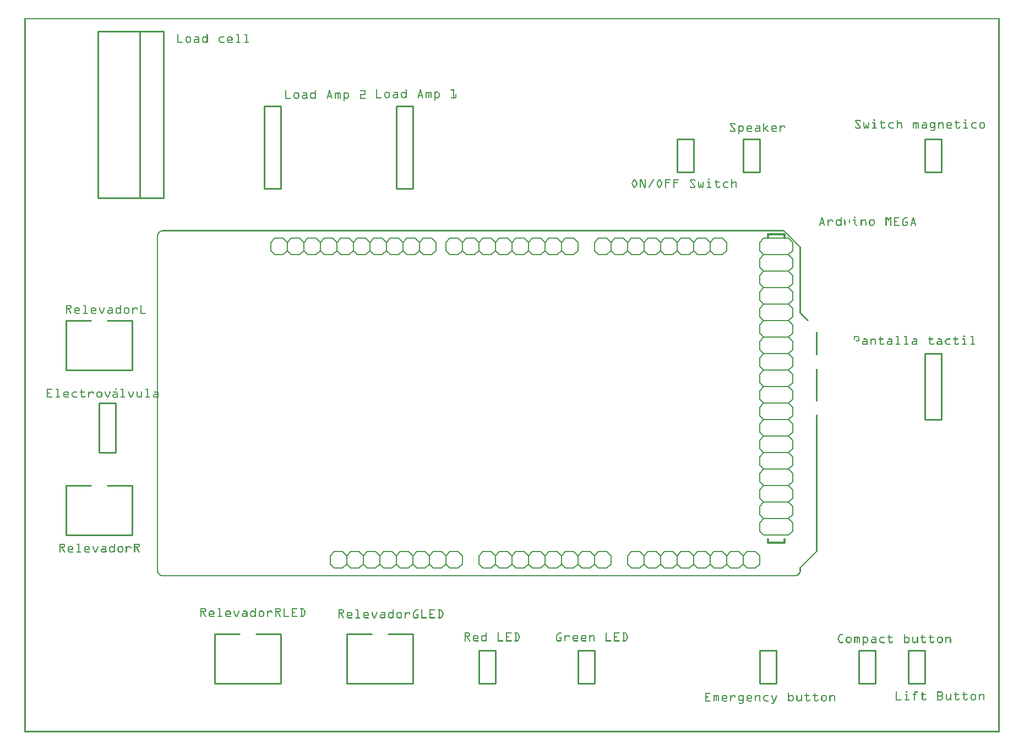
<source format=gto>
G04 MADE WITH FRITZING*
G04 WWW.FRITZING.ORG*
G04 DOUBLE SIDED*
G04 HOLES PLATED*
G04 CONTOUR ON CENTER OF CONTOUR VECTOR*
%ASAXBY*%
%FSLAX23Y23*%
%MOIN*%
%OFA0B0*%
%SFA1.0B1.0*%
%ADD10C,0.010000*%
%ADD11C,0.012000*%
%ADD12C,0.006000*%
%ADD13C,0.010417*%
%ADD14R,0.001000X0.001000*%
%LNSILK1*%
G90*
G70*
G54D10*
X5452Y3594D02*
X5452Y3394D01*
D02*
X5452Y3394D02*
X5552Y3394D01*
D02*
X5552Y3394D02*
X5552Y3594D01*
D02*
X5552Y3594D02*
X5452Y3594D01*
D02*
X3952Y3594D02*
X3952Y3394D01*
D02*
X3952Y3394D02*
X4052Y3394D01*
D02*
X4052Y3394D02*
X4052Y3594D01*
D02*
X4052Y3594D02*
X3952Y3594D01*
G54D11*
D02*
X4502Y1169D02*
X4502Y1149D01*
D02*
X4502Y1149D02*
X4602Y1149D01*
D02*
X4602Y1149D02*
X4602Y1169D01*
D02*
X4502Y2994D02*
X4502Y3019D01*
D02*
X4502Y3019D02*
X4602Y3019D01*
D02*
X4602Y3019D02*
X4602Y2994D01*
G54D12*
D02*
X4277Y1094D02*
X4327Y1094D01*
D02*
X4327Y1094D02*
X4352Y1069D01*
D02*
X4352Y1069D02*
X4352Y1019D01*
D02*
X4352Y1019D02*
X4327Y994D01*
D02*
X4152Y1069D02*
X4177Y1094D01*
D02*
X4177Y1094D02*
X4227Y1094D01*
D02*
X4227Y1094D02*
X4252Y1069D01*
D02*
X4252Y1069D02*
X4252Y1019D01*
D02*
X4252Y1019D02*
X4227Y994D01*
D02*
X4227Y994D02*
X4177Y994D01*
D02*
X4177Y994D02*
X4152Y1019D01*
D02*
X4277Y1094D02*
X4252Y1069D01*
D02*
X4252Y1019D02*
X4277Y994D01*
D02*
X4327Y994D02*
X4277Y994D01*
D02*
X3977Y1094D02*
X4027Y1094D01*
D02*
X4027Y1094D02*
X4052Y1069D01*
D02*
X4052Y1069D02*
X4052Y1019D01*
D02*
X4052Y1019D02*
X4027Y994D01*
D02*
X4052Y1069D02*
X4077Y1094D01*
D02*
X4077Y1094D02*
X4127Y1094D01*
D02*
X4127Y1094D02*
X4152Y1069D01*
D02*
X4152Y1069D02*
X4152Y1019D01*
D02*
X4152Y1019D02*
X4127Y994D01*
D02*
X4127Y994D02*
X4077Y994D01*
D02*
X4077Y994D02*
X4052Y1019D01*
D02*
X3852Y1069D02*
X3877Y1094D01*
D02*
X3877Y1094D02*
X3927Y1094D01*
D02*
X3927Y1094D02*
X3952Y1069D01*
D02*
X3952Y1069D02*
X3952Y1019D01*
D02*
X3952Y1019D02*
X3927Y994D01*
D02*
X3927Y994D02*
X3877Y994D01*
D02*
X3877Y994D02*
X3852Y1019D01*
D02*
X3977Y1094D02*
X3952Y1069D01*
D02*
X3952Y1019D02*
X3977Y994D01*
D02*
X4027Y994D02*
X3977Y994D01*
D02*
X3677Y1094D02*
X3727Y1094D01*
D02*
X3727Y1094D02*
X3752Y1069D01*
D02*
X3752Y1069D02*
X3752Y1019D01*
D02*
X3752Y1019D02*
X3727Y994D01*
D02*
X3752Y1069D02*
X3777Y1094D01*
D02*
X3777Y1094D02*
X3827Y1094D01*
D02*
X3827Y1094D02*
X3852Y1069D01*
D02*
X3852Y1069D02*
X3852Y1019D01*
D02*
X3852Y1019D02*
X3827Y994D01*
D02*
X3827Y994D02*
X3777Y994D01*
D02*
X3777Y994D02*
X3752Y1019D01*
D02*
X3652Y1069D02*
X3652Y1019D01*
D02*
X3677Y1094D02*
X3652Y1069D01*
D02*
X3652Y1019D02*
X3677Y994D01*
D02*
X3727Y994D02*
X3677Y994D01*
D02*
X4377Y1094D02*
X4427Y1094D01*
D02*
X4427Y1094D02*
X4452Y1069D01*
D02*
X4452Y1069D02*
X4452Y1019D01*
D02*
X4452Y1019D02*
X4427Y994D01*
D02*
X4377Y1094D02*
X4352Y1069D01*
D02*
X4352Y1019D02*
X4377Y994D01*
D02*
X4427Y994D02*
X4377Y994D01*
D02*
X3377Y1094D02*
X3427Y1094D01*
D02*
X3427Y1094D02*
X3452Y1069D01*
D02*
X3452Y1069D02*
X3452Y1019D01*
D02*
X3452Y1019D02*
X3427Y994D01*
D02*
X3252Y1069D02*
X3277Y1094D01*
D02*
X3277Y1094D02*
X3327Y1094D01*
D02*
X3327Y1094D02*
X3352Y1069D01*
D02*
X3352Y1069D02*
X3352Y1019D01*
D02*
X3352Y1019D02*
X3327Y994D01*
D02*
X3327Y994D02*
X3277Y994D01*
D02*
X3277Y994D02*
X3252Y1019D01*
D02*
X3377Y1094D02*
X3352Y1069D01*
D02*
X3352Y1019D02*
X3377Y994D01*
D02*
X3427Y994D02*
X3377Y994D01*
D02*
X3077Y1094D02*
X3127Y1094D01*
D02*
X3127Y1094D02*
X3152Y1069D01*
D02*
X3152Y1069D02*
X3152Y1019D01*
D02*
X3152Y1019D02*
X3127Y994D01*
D02*
X3152Y1069D02*
X3177Y1094D01*
D02*
X3177Y1094D02*
X3227Y1094D01*
D02*
X3227Y1094D02*
X3252Y1069D01*
D02*
X3252Y1069D02*
X3252Y1019D01*
D02*
X3252Y1019D02*
X3227Y994D01*
D02*
X3227Y994D02*
X3177Y994D01*
D02*
X3177Y994D02*
X3152Y1019D01*
D02*
X2952Y1069D02*
X2977Y1094D01*
D02*
X2977Y1094D02*
X3027Y1094D01*
D02*
X3027Y1094D02*
X3052Y1069D01*
D02*
X3052Y1069D02*
X3052Y1019D01*
D02*
X3052Y1019D02*
X3027Y994D01*
D02*
X3027Y994D02*
X2977Y994D01*
D02*
X2977Y994D02*
X2952Y1019D01*
D02*
X3077Y1094D02*
X3052Y1069D01*
D02*
X3052Y1019D02*
X3077Y994D01*
D02*
X3127Y994D02*
X3077Y994D01*
D02*
X2777Y1094D02*
X2827Y1094D01*
D02*
X2827Y1094D02*
X2852Y1069D01*
D02*
X2852Y1069D02*
X2852Y1019D01*
D02*
X2852Y1019D02*
X2827Y994D01*
D02*
X2852Y1069D02*
X2877Y1094D01*
D02*
X2877Y1094D02*
X2927Y1094D01*
D02*
X2927Y1094D02*
X2952Y1069D01*
D02*
X2952Y1069D02*
X2952Y1019D01*
D02*
X2952Y1019D02*
X2927Y994D01*
D02*
X2927Y994D02*
X2877Y994D01*
D02*
X2877Y994D02*
X2852Y1019D01*
D02*
X2752Y1069D02*
X2752Y1019D01*
D02*
X2777Y1094D02*
X2752Y1069D01*
D02*
X2752Y1019D02*
X2777Y994D01*
D02*
X2827Y994D02*
X2777Y994D01*
D02*
X3477Y1094D02*
X3527Y1094D01*
D02*
X3527Y1094D02*
X3552Y1069D01*
D02*
X3552Y1069D02*
X3552Y1019D01*
D02*
X3552Y1019D02*
X3527Y994D01*
D02*
X3477Y1094D02*
X3452Y1069D01*
D02*
X3452Y1019D02*
X3477Y994D01*
D02*
X3527Y994D02*
X3477Y994D01*
D02*
X3627Y2894D02*
X3577Y2894D01*
D02*
X3577Y2894D02*
X3552Y2919D01*
D02*
X3552Y2919D02*
X3552Y2969D01*
D02*
X3552Y2969D02*
X3577Y2994D01*
D02*
X3752Y2919D02*
X3727Y2894D01*
D02*
X3727Y2894D02*
X3677Y2894D01*
D02*
X3677Y2894D02*
X3652Y2919D01*
D02*
X3652Y2919D02*
X3652Y2969D01*
D02*
X3652Y2969D02*
X3677Y2994D01*
D02*
X3677Y2994D02*
X3727Y2994D01*
D02*
X3727Y2994D02*
X3752Y2969D01*
D02*
X3627Y2894D02*
X3652Y2919D01*
D02*
X3652Y2969D02*
X3627Y2994D01*
D02*
X3577Y2994D02*
X3627Y2994D01*
D02*
X3927Y2894D02*
X3877Y2894D01*
D02*
X3877Y2894D02*
X3852Y2919D01*
D02*
X3852Y2919D02*
X3852Y2969D01*
D02*
X3852Y2969D02*
X3877Y2994D01*
D02*
X3852Y2919D02*
X3827Y2894D01*
D02*
X3827Y2894D02*
X3777Y2894D01*
D02*
X3777Y2894D02*
X3752Y2919D01*
D02*
X3752Y2919D02*
X3752Y2969D01*
D02*
X3752Y2969D02*
X3777Y2994D01*
D02*
X3777Y2994D02*
X3827Y2994D01*
D02*
X3827Y2994D02*
X3852Y2969D01*
D02*
X4052Y2919D02*
X4027Y2894D01*
D02*
X4027Y2894D02*
X3977Y2894D01*
D02*
X3977Y2894D02*
X3952Y2919D01*
D02*
X3952Y2919D02*
X3952Y2969D01*
D02*
X3952Y2969D02*
X3977Y2994D01*
D02*
X3977Y2994D02*
X4027Y2994D01*
D02*
X4027Y2994D02*
X4052Y2969D01*
D02*
X3927Y2894D02*
X3952Y2919D01*
D02*
X3952Y2969D02*
X3927Y2994D01*
D02*
X3877Y2994D02*
X3927Y2994D01*
D02*
X4227Y2894D02*
X4177Y2894D01*
D02*
X4177Y2894D02*
X4152Y2919D01*
D02*
X4152Y2919D02*
X4152Y2969D01*
D02*
X4152Y2969D02*
X4177Y2994D01*
D02*
X4152Y2919D02*
X4127Y2894D01*
D02*
X4127Y2894D02*
X4077Y2894D01*
D02*
X4077Y2894D02*
X4052Y2919D01*
D02*
X4052Y2919D02*
X4052Y2969D01*
D02*
X4052Y2969D02*
X4077Y2994D01*
D02*
X4077Y2994D02*
X4127Y2994D01*
D02*
X4127Y2994D02*
X4152Y2969D01*
D02*
X4252Y2919D02*
X4252Y2969D01*
D02*
X4227Y2894D02*
X4252Y2919D01*
D02*
X4252Y2969D02*
X4227Y2994D01*
D02*
X4177Y2994D02*
X4227Y2994D01*
D02*
X3527Y2894D02*
X3477Y2894D01*
D02*
X3477Y2894D02*
X3452Y2919D01*
D02*
X3452Y2919D02*
X3452Y2969D01*
D02*
X3452Y2969D02*
X3477Y2994D01*
D02*
X3527Y2894D02*
X3552Y2919D01*
D02*
X3552Y2969D02*
X3527Y2994D01*
D02*
X3477Y2994D02*
X3527Y2994D01*
D02*
X2292Y2969D02*
X2317Y2994D01*
D02*
X2317Y2994D02*
X2367Y2994D01*
D02*
X2367Y2994D02*
X2392Y2969D01*
D02*
X2392Y2969D02*
X2392Y2919D01*
D02*
X2392Y2919D02*
X2367Y2894D01*
D02*
X2367Y2894D02*
X2317Y2894D01*
D02*
X2317Y2894D02*
X2292Y2919D01*
D02*
X2117Y2994D02*
X2167Y2994D01*
D02*
X2167Y2994D02*
X2192Y2969D01*
D02*
X2192Y2969D02*
X2192Y2919D01*
D02*
X2192Y2919D02*
X2167Y2894D01*
D02*
X2192Y2969D02*
X2217Y2994D01*
D02*
X2217Y2994D02*
X2267Y2994D01*
D02*
X2267Y2994D02*
X2292Y2969D01*
D02*
X2292Y2969D02*
X2292Y2919D01*
D02*
X2292Y2919D02*
X2267Y2894D01*
D02*
X2267Y2894D02*
X2217Y2894D01*
D02*
X2217Y2894D02*
X2192Y2919D01*
D02*
X1992Y2969D02*
X2017Y2994D01*
D02*
X2017Y2994D02*
X2067Y2994D01*
D02*
X2067Y2994D02*
X2092Y2969D01*
D02*
X2092Y2969D02*
X2092Y2919D01*
D02*
X2092Y2919D02*
X2067Y2894D01*
D02*
X2067Y2894D02*
X2017Y2894D01*
D02*
X2017Y2894D02*
X1992Y2919D01*
D02*
X2117Y2994D02*
X2092Y2969D01*
D02*
X2092Y2919D02*
X2117Y2894D01*
D02*
X2167Y2894D02*
X2117Y2894D01*
D02*
X1817Y2994D02*
X1867Y2994D01*
D02*
X1867Y2994D02*
X1892Y2969D01*
D02*
X1892Y2969D02*
X1892Y2919D01*
D02*
X1892Y2919D02*
X1867Y2894D01*
D02*
X1892Y2969D02*
X1917Y2994D01*
D02*
X1917Y2994D02*
X1967Y2994D01*
D02*
X1967Y2994D02*
X1992Y2969D01*
D02*
X1992Y2969D02*
X1992Y2919D01*
D02*
X1992Y2919D02*
X1967Y2894D01*
D02*
X1967Y2894D02*
X1917Y2894D01*
D02*
X1917Y2894D02*
X1892Y2919D01*
D02*
X1692Y2969D02*
X1717Y2994D01*
D02*
X1717Y2994D02*
X1767Y2994D01*
D02*
X1767Y2994D02*
X1792Y2969D01*
D02*
X1792Y2969D02*
X1792Y2919D01*
D02*
X1792Y2919D02*
X1767Y2894D01*
D02*
X1767Y2894D02*
X1717Y2894D01*
D02*
X1717Y2894D02*
X1692Y2919D01*
D02*
X1817Y2994D02*
X1792Y2969D01*
D02*
X1792Y2919D02*
X1817Y2894D01*
D02*
X1867Y2894D02*
X1817Y2894D01*
D02*
X1517Y2994D02*
X1567Y2994D01*
D02*
X1567Y2994D02*
X1592Y2969D01*
D02*
X1592Y2969D02*
X1592Y2919D01*
D02*
X1592Y2919D02*
X1567Y2894D01*
D02*
X1592Y2969D02*
X1617Y2994D01*
D02*
X1617Y2994D02*
X1667Y2994D01*
D02*
X1667Y2994D02*
X1692Y2969D01*
D02*
X1692Y2969D02*
X1692Y2919D01*
D02*
X1692Y2919D02*
X1667Y2894D01*
D02*
X1667Y2894D02*
X1617Y2894D01*
D02*
X1617Y2894D02*
X1592Y2919D01*
D02*
X1492Y2969D02*
X1492Y2919D01*
D02*
X1517Y2994D02*
X1492Y2969D01*
D02*
X1492Y2919D02*
X1517Y2894D01*
D02*
X1567Y2894D02*
X1517Y2894D01*
D02*
X2417Y2994D02*
X2467Y2994D01*
D02*
X2467Y2994D02*
X2492Y2969D01*
D02*
X2492Y2969D02*
X2492Y2919D01*
D02*
X2492Y2919D02*
X2467Y2894D01*
D02*
X2417Y2994D02*
X2392Y2969D01*
D02*
X2392Y2919D02*
X2417Y2894D01*
D02*
X2467Y2894D02*
X2417Y2894D01*
D02*
X2477Y1094D02*
X2527Y1094D01*
D02*
X2527Y1094D02*
X2552Y1069D01*
D02*
X2552Y1069D02*
X2552Y1019D01*
D02*
X2552Y1019D02*
X2527Y994D01*
D02*
X2352Y1069D02*
X2377Y1094D01*
D02*
X2377Y1094D02*
X2427Y1094D01*
D02*
X2427Y1094D02*
X2452Y1069D01*
D02*
X2452Y1069D02*
X2452Y1019D01*
D02*
X2452Y1019D02*
X2427Y994D01*
D02*
X2427Y994D02*
X2377Y994D01*
D02*
X2377Y994D02*
X2352Y1019D01*
D02*
X2477Y1094D02*
X2452Y1069D01*
D02*
X2452Y1019D02*
X2477Y994D01*
D02*
X2527Y994D02*
X2477Y994D01*
D02*
X2177Y1094D02*
X2227Y1094D01*
D02*
X2227Y1094D02*
X2252Y1069D01*
D02*
X2252Y1069D02*
X2252Y1019D01*
D02*
X2252Y1019D02*
X2227Y994D01*
D02*
X2252Y1069D02*
X2277Y1094D01*
D02*
X2277Y1094D02*
X2327Y1094D01*
D02*
X2327Y1094D02*
X2352Y1069D01*
D02*
X2352Y1069D02*
X2352Y1019D01*
D02*
X2352Y1019D02*
X2327Y994D01*
D02*
X2327Y994D02*
X2277Y994D01*
D02*
X2277Y994D02*
X2252Y1019D01*
D02*
X2052Y1069D02*
X2077Y1094D01*
D02*
X2077Y1094D02*
X2127Y1094D01*
D02*
X2127Y1094D02*
X2152Y1069D01*
D02*
X2152Y1069D02*
X2152Y1019D01*
D02*
X2152Y1019D02*
X2127Y994D01*
D02*
X2127Y994D02*
X2077Y994D01*
D02*
X2077Y994D02*
X2052Y1019D01*
D02*
X2177Y1094D02*
X2152Y1069D01*
D02*
X2152Y1019D02*
X2177Y994D01*
D02*
X2227Y994D02*
X2177Y994D01*
D02*
X1877Y1094D02*
X1927Y1094D01*
D02*
X1927Y1094D02*
X1952Y1069D01*
D02*
X1952Y1069D02*
X1952Y1019D01*
D02*
X1952Y1019D02*
X1927Y994D01*
D02*
X1952Y1069D02*
X1977Y1094D01*
D02*
X1977Y1094D02*
X2027Y1094D01*
D02*
X2027Y1094D02*
X2052Y1069D01*
D02*
X2052Y1069D02*
X2052Y1019D01*
D02*
X2052Y1019D02*
X2027Y994D01*
D02*
X2027Y994D02*
X1977Y994D01*
D02*
X1977Y994D02*
X1952Y1019D01*
D02*
X1852Y1069D02*
X1852Y1019D01*
D02*
X1877Y1094D02*
X1852Y1069D01*
D02*
X1852Y1019D02*
X1877Y994D01*
D02*
X1927Y994D02*
X1877Y994D01*
D02*
X2577Y1094D02*
X2627Y1094D01*
D02*
X2627Y1094D02*
X2652Y1069D01*
D02*
X2652Y1069D02*
X2652Y1019D01*
D02*
X2652Y1019D02*
X2627Y994D01*
D02*
X2577Y1094D02*
X2552Y1069D01*
D02*
X2552Y1019D02*
X2577Y994D01*
D02*
X2627Y994D02*
X2577Y994D01*
D02*
X2727Y2894D02*
X2677Y2894D01*
D02*
X2677Y2894D02*
X2652Y2919D01*
D02*
X2652Y2919D02*
X2652Y2969D01*
D02*
X2652Y2969D02*
X2677Y2994D01*
D02*
X2852Y2919D02*
X2827Y2894D01*
D02*
X2827Y2894D02*
X2777Y2894D01*
D02*
X2777Y2894D02*
X2752Y2919D01*
D02*
X2752Y2919D02*
X2752Y2969D01*
D02*
X2752Y2969D02*
X2777Y2994D01*
D02*
X2777Y2994D02*
X2827Y2994D01*
D02*
X2827Y2994D02*
X2852Y2969D01*
D02*
X2727Y2894D02*
X2752Y2919D01*
D02*
X2752Y2969D02*
X2727Y2994D01*
D02*
X2677Y2994D02*
X2727Y2994D01*
D02*
X3027Y2894D02*
X2977Y2894D01*
D02*
X2977Y2894D02*
X2952Y2919D01*
D02*
X2952Y2919D02*
X2952Y2969D01*
D02*
X2952Y2969D02*
X2977Y2994D01*
D02*
X2952Y2919D02*
X2927Y2894D01*
D02*
X2927Y2894D02*
X2877Y2894D01*
D02*
X2877Y2894D02*
X2852Y2919D01*
D02*
X2852Y2919D02*
X2852Y2969D01*
D02*
X2852Y2969D02*
X2877Y2994D01*
D02*
X2877Y2994D02*
X2927Y2994D01*
D02*
X2927Y2994D02*
X2952Y2969D01*
D02*
X3152Y2919D02*
X3127Y2894D01*
D02*
X3127Y2894D02*
X3077Y2894D01*
D02*
X3077Y2894D02*
X3052Y2919D01*
D02*
X3052Y2919D02*
X3052Y2969D01*
D02*
X3052Y2969D02*
X3077Y2994D01*
D02*
X3077Y2994D02*
X3127Y2994D01*
D02*
X3127Y2994D02*
X3152Y2969D01*
D02*
X3027Y2894D02*
X3052Y2919D01*
D02*
X3052Y2969D02*
X3027Y2994D01*
D02*
X2977Y2994D02*
X3027Y2994D01*
D02*
X3327Y2894D02*
X3277Y2894D01*
D02*
X3277Y2894D02*
X3252Y2919D01*
D02*
X3252Y2919D02*
X3252Y2969D01*
D02*
X3252Y2969D02*
X3277Y2994D01*
D02*
X3252Y2919D02*
X3227Y2894D01*
D02*
X3227Y2894D02*
X3177Y2894D01*
D02*
X3177Y2894D02*
X3152Y2919D01*
D02*
X3152Y2919D02*
X3152Y2969D01*
D02*
X3152Y2969D02*
X3177Y2994D01*
D02*
X3177Y2994D02*
X3227Y2994D01*
D02*
X3227Y2994D02*
X3252Y2969D01*
D02*
X3352Y2919D02*
X3352Y2969D01*
D02*
X3327Y2894D02*
X3352Y2919D01*
D02*
X3352Y2969D02*
X3327Y2994D01*
D02*
X3277Y2994D02*
X3327Y2994D01*
D02*
X2627Y2894D02*
X2577Y2894D01*
D02*
X2577Y2894D02*
X2552Y2919D01*
D02*
X2552Y2919D02*
X2552Y2969D01*
D02*
X2552Y2969D02*
X2577Y2994D01*
D02*
X2627Y2894D02*
X2652Y2919D01*
D02*
X2652Y2969D02*
X2627Y2994D01*
D02*
X2577Y2994D02*
X2627Y2994D01*
D02*
X4477Y2994D02*
X4452Y2969D01*
D02*
X4452Y2969D02*
X4452Y2919D01*
D02*
X4452Y2919D02*
X4477Y2894D01*
D02*
X4477Y2894D02*
X4452Y2869D01*
D02*
X4452Y2869D02*
X4452Y2819D01*
D02*
X4452Y2819D02*
X4477Y2794D01*
D02*
X4477Y2794D02*
X4452Y2769D01*
D02*
X4452Y2769D02*
X4452Y2719D01*
D02*
X4452Y2719D02*
X4477Y2694D01*
D02*
X4477Y2694D02*
X4452Y2669D01*
D02*
X4452Y2669D02*
X4452Y2619D01*
D02*
X4452Y2619D02*
X4477Y2594D01*
D02*
X4477Y2594D02*
X4452Y2569D01*
D02*
X4452Y2569D02*
X4452Y2519D01*
D02*
X4452Y2519D02*
X4477Y2494D01*
D02*
X4477Y2494D02*
X4452Y2469D01*
D02*
X4452Y2469D02*
X4452Y2419D01*
D02*
X4452Y2419D02*
X4477Y2394D01*
D02*
X4477Y2994D02*
X4627Y2994D01*
D02*
X4627Y2994D02*
X4652Y2969D01*
D02*
X4652Y2969D02*
X4652Y2919D01*
D02*
X4652Y2919D02*
X4627Y2894D01*
D02*
X4627Y2894D02*
X4652Y2869D01*
D02*
X4652Y2869D02*
X4652Y2819D01*
D02*
X4652Y2819D02*
X4627Y2794D01*
D02*
X4627Y2794D02*
X4652Y2769D01*
D02*
X4652Y2769D02*
X4652Y2719D01*
D02*
X4652Y2719D02*
X4627Y2694D01*
D02*
X4627Y2694D02*
X4652Y2669D01*
D02*
X4652Y2669D02*
X4652Y2619D01*
D02*
X4652Y2619D02*
X4627Y2594D01*
D02*
X4627Y2594D02*
X4652Y2569D01*
D02*
X4652Y2569D02*
X4652Y2519D01*
D02*
X4652Y2519D02*
X4627Y2494D01*
D02*
X4627Y2494D02*
X4652Y2469D01*
D02*
X4652Y2469D02*
X4652Y2419D01*
D02*
X4652Y2419D02*
X4627Y2394D01*
D02*
X4627Y2394D02*
X4652Y2369D01*
D02*
X4652Y2369D02*
X4652Y2319D01*
D02*
X4652Y2319D02*
X4627Y2294D01*
D02*
X4627Y2294D02*
X4652Y2269D01*
D02*
X4652Y2269D02*
X4652Y2219D01*
D02*
X4652Y2219D02*
X4627Y2194D01*
D02*
X4627Y2194D02*
X4652Y2169D01*
D02*
X4652Y2169D02*
X4652Y2119D01*
D02*
X4652Y2119D02*
X4627Y2094D01*
D02*
X4627Y2094D02*
X4652Y2069D01*
D02*
X4652Y2069D02*
X4652Y2019D01*
D02*
X4652Y2019D02*
X4627Y1994D01*
D02*
X4627Y1994D02*
X4652Y1969D01*
D02*
X4652Y1969D02*
X4652Y1919D01*
D02*
X4652Y1919D02*
X4627Y1894D01*
D02*
X4627Y1894D02*
X4652Y1869D01*
D02*
X4652Y1869D02*
X4652Y1819D01*
D02*
X4627Y1794D02*
X4652Y1819D01*
D02*
X4627Y1794D02*
X4652Y1769D01*
D02*
X4652Y1719D02*
X4652Y1769D01*
D02*
X4652Y1719D02*
X4627Y1694D01*
D02*
X4627Y1694D02*
X4652Y1669D01*
D02*
X4652Y1619D02*
X4652Y1669D01*
D02*
X4652Y1619D02*
X4627Y1594D01*
D02*
X4627Y1594D02*
X4652Y1569D01*
D02*
X4652Y1519D02*
X4652Y1569D01*
D02*
X4652Y1519D02*
X4627Y1494D01*
D02*
X4627Y1494D02*
X4652Y1469D01*
D02*
X4652Y1419D02*
X4652Y1469D01*
D02*
X4652Y1419D02*
X4627Y1394D01*
D02*
X4627Y1394D02*
X4652Y1369D01*
D02*
X4652Y1319D02*
X4652Y1369D01*
D02*
X4652Y1319D02*
X4627Y1294D01*
D02*
X4627Y1294D02*
X4652Y1269D01*
D02*
X4652Y1219D02*
X4652Y1269D01*
D02*
X4652Y1219D02*
X4627Y1194D01*
D02*
X4477Y1194D02*
X4452Y1219D01*
D02*
X4452Y1219D02*
X4452Y1269D01*
D02*
X4477Y1294D02*
X4452Y1269D01*
D02*
X4477Y1294D02*
X4452Y1319D01*
D02*
X4452Y1319D02*
X4452Y1369D01*
D02*
X4477Y1394D02*
X4452Y1369D01*
D02*
X4477Y1394D02*
X4452Y1419D01*
D02*
X4452Y1469D02*
X4452Y1419D01*
D02*
X4452Y1469D02*
X4477Y1494D01*
D02*
X4477Y1494D02*
X4452Y1519D01*
D02*
X4452Y1569D02*
X4452Y1519D01*
D02*
X4452Y1569D02*
X4477Y1594D01*
D02*
X4477Y1594D02*
X4452Y1619D01*
D02*
X4452Y1619D02*
X4452Y1669D01*
D02*
X4477Y1694D02*
X4452Y1669D01*
D02*
X4477Y1694D02*
X4452Y1719D01*
D02*
X4452Y1719D02*
X4452Y1769D01*
D02*
X4477Y1794D02*
X4452Y1769D01*
D02*
X4477Y1794D02*
X4452Y1819D01*
D02*
X4452Y1819D02*
X4452Y1869D01*
D02*
X4477Y1894D02*
X4452Y1869D01*
D02*
X4477Y1894D02*
X4452Y1919D01*
D02*
X4452Y1919D02*
X4452Y1969D01*
D02*
X4477Y1994D02*
X4452Y1969D01*
D02*
X4477Y1994D02*
X4452Y2019D01*
D02*
X4452Y2019D02*
X4452Y2069D01*
D02*
X4477Y2094D02*
X4452Y2069D01*
D02*
X4477Y2094D02*
X4452Y2119D01*
D02*
X4452Y2119D02*
X4452Y2169D01*
D02*
X4477Y2194D02*
X4452Y2169D01*
D02*
X4477Y2194D02*
X4452Y2219D01*
D02*
X4452Y2219D02*
X4452Y2269D01*
D02*
X4477Y2294D02*
X4452Y2269D01*
D02*
X4477Y2294D02*
X4452Y2319D01*
D02*
X4452Y2319D02*
X4452Y2369D01*
D02*
X4477Y2394D02*
X4452Y2369D01*
D02*
X4627Y2894D02*
X4477Y2894D01*
D02*
X4627Y2794D02*
X4477Y2794D01*
D02*
X4627Y2694D02*
X4477Y2694D01*
D02*
X4627Y2594D02*
X4477Y2594D01*
D02*
X4627Y2494D02*
X4477Y2494D01*
D02*
X4627Y2394D02*
X4477Y2394D01*
D02*
X4627Y2294D02*
X4477Y2294D01*
D02*
X4627Y2194D02*
X4477Y2194D01*
D02*
X4627Y2094D02*
X4477Y2094D01*
D02*
X4627Y1994D02*
X4477Y1994D01*
D02*
X4627Y1894D02*
X4477Y1894D01*
D02*
X4627Y1794D02*
X4477Y1794D01*
D02*
X4627Y1694D02*
X4477Y1694D01*
D02*
X4627Y1594D02*
X4477Y1594D01*
D02*
X4627Y1494D02*
X4477Y1494D01*
D02*
X4627Y1394D02*
X4477Y1394D01*
D02*
X4627Y1294D02*
X4477Y1294D01*
D02*
X4627Y1194D02*
X4477Y1194D01*
G54D10*
D02*
X252Y1494D02*
X252Y1194D01*
D02*
X252Y1194D02*
X652Y1194D01*
D02*
X652Y1194D02*
X652Y1494D01*
D02*
X252Y1494D02*
X402Y1494D01*
D02*
X502Y1494D02*
X652Y1494D01*
D02*
X4452Y494D02*
X4452Y294D01*
D02*
X4452Y294D02*
X4552Y294D01*
D02*
X4552Y294D02*
X4552Y494D01*
D02*
X4552Y494D02*
X4452Y494D01*
D02*
X1152Y594D02*
X1152Y294D01*
D02*
X1152Y294D02*
X1552Y294D01*
D02*
X1552Y294D02*
X1552Y594D01*
D02*
X1152Y594D02*
X1302Y594D01*
D02*
X1402Y594D02*
X1552Y594D01*
D02*
X5352Y494D02*
X5352Y294D01*
D02*
X5352Y294D02*
X5452Y294D01*
D02*
X5452Y294D02*
X5452Y494D01*
D02*
X5452Y494D02*
X5352Y494D01*
D02*
X5452Y2294D02*
X5452Y1894D01*
D02*
X5452Y1894D02*
X5552Y1894D01*
D02*
X5552Y1894D02*
X5552Y2294D01*
D02*
X5552Y2294D02*
X5452Y2294D01*
D02*
X5052Y494D02*
X5052Y294D01*
D02*
X5052Y294D02*
X5152Y294D01*
D02*
X5152Y294D02*
X5152Y494D01*
D02*
X5152Y494D02*
X5052Y494D01*
D02*
X4352Y3594D02*
X4352Y3394D01*
D02*
X4352Y3394D02*
X4452Y3394D01*
D02*
X4452Y3394D02*
X4452Y3594D01*
D02*
X4452Y3594D02*
X4352Y3594D01*
D02*
X3352Y494D02*
X3352Y294D01*
D02*
X3352Y294D02*
X3452Y294D01*
D02*
X3452Y294D02*
X3452Y494D01*
D02*
X3452Y494D02*
X3352Y494D01*
D02*
X2752Y494D02*
X2752Y294D01*
D02*
X2752Y294D02*
X2852Y294D01*
D02*
X2852Y294D02*
X2852Y494D01*
D02*
X2852Y494D02*
X2752Y494D01*
D02*
X452Y1994D02*
X452Y1694D01*
D02*
X452Y1694D02*
X552Y1694D01*
D02*
X552Y1694D02*
X552Y1994D01*
D02*
X552Y1994D02*
X452Y1994D01*
D02*
X252Y2494D02*
X252Y2194D01*
D02*
X252Y2194D02*
X652Y2194D01*
D02*
X652Y2194D02*
X652Y2494D01*
D02*
X252Y2494D02*
X402Y2494D01*
D02*
X502Y2494D02*
X652Y2494D01*
D02*
X1952Y594D02*
X1952Y294D01*
D02*
X1952Y294D02*
X2352Y294D01*
D02*
X2352Y294D02*
X2352Y594D01*
D02*
X1952Y594D02*
X2102Y594D01*
D02*
X2202Y594D02*
X2352Y594D01*
G54D13*
D02*
X447Y4249D02*
X447Y3239D01*
D02*
X447Y3239D02*
X843Y3239D01*
D02*
X843Y3239D02*
X843Y4249D01*
D02*
X843Y4249D02*
X447Y4249D01*
D02*
X700Y3239D02*
X700Y4249D01*
G54D10*
D02*
X2252Y3794D02*
X2252Y3294D01*
D02*
X2252Y3294D02*
X2352Y3294D01*
D02*
X2352Y3294D02*
X2352Y3794D01*
D02*
X2352Y3794D02*
X2252Y3794D01*
D02*
X1452Y3794D02*
X1452Y3294D01*
D02*
X1452Y3294D02*
X1552Y3294D01*
D02*
X1552Y3294D02*
X1552Y3794D01*
D02*
X1552Y3794D02*
X1452Y3794D01*
G54D14*
X1Y4330D02*
X5905Y4330D01*
X1Y4329D02*
X5905Y4329D01*
X1Y4328D02*
X5905Y4328D01*
X1Y4327D02*
X5905Y4327D01*
X1Y4326D02*
X5905Y4326D01*
X1Y4325D02*
X5905Y4325D01*
X1Y4324D02*
X5905Y4324D01*
X1Y4323D02*
X5905Y4323D01*
X1Y4322D02*
X8Y4322D01*
X5898Y4322D02*
X5905Y4322D01*
X1Y4321D02*
X8Y4321D01*
X5898Y4321D02*
X5905Y4321D01*
X1Y4320D02*
X8Y4320D01*
X5898Y4320D02*
X5905Y4320D01*
X1Y4319D02*
X8Y4319D01*
X5898Y4319D02*
X5905Y4319D01*
X1Y4318D02*
X8Y4318D01*
X5898Y4318D02*
X5905Y4318D01*
X1Y4317D02*
X8Y4317D01*
X5898Y4317D02*
X5905Y4317D01*
X1Y4316D02*
X8Y4316D01*
X5898Y4316D02*
X5905Y4316D01*
X1Y4315D02*
X8Y4315D01*
X5898Y4315D02*
X5905Y4315D01*
X1Y4314D02*
X8Y4314D01*
X5898Y4314D02*
X5905Y4314D01*
X1Y4313D02*
X8Y4313D01*
X5898Y4313D02*
X5905Y4313D01*
X1Y4312D02*
X8Y4312D01*
X5898Y4312D02*
X5905Y4312D01*
X1Y4311D02*
X8Y4311D01*
X5898Y4311D02*
X5905Y4311D01*
X1Y4310D02*
X8Y4310D01*
X5898Y4310D02*
X5905Y4310D01*
X1Y4309D02*
X8Y4309D01*
X5898Y4309D02*
X5905Y4309D01*
X1Y4308D02*
X8Y4308D01*
X5898Y4308D02*
X5905Y4308D01*
X1Y4307D02*
X8Y4307D01*
X5898Y4307D02*
X5905Y4307D01*
X1Y4306D02*
X8Y4306D01*
X5898Y4306D02*
X5905Y4306D01*
X1Y4305D02*
X8Y4305D01*
X5898Y4305D02*
X5905Y4305D01*
X1Y4304D02*
X8Y4304D01*
X5898Y4304D02*
X5905Y4304D01*
X1Y4303D02*
X8Y4303D01*
X5898Y4303D02*
X5905Y4303D01*
X1Y4302D02*
X8Y4302D01*
X5898Y4302D02*
X5905Y4302D01*
X1Y4301D02*
X8Y4301D01*
X5898Y4301D02*
X5905Y4301D01*
X1Y4300D02*
X8Y4300D01*
X5898Y4300D02*
X5905Y4300D01*
X1Y4299D02*
X8Y4299D01*
X5898Y4299D02*
X5905Y4299D01*
X1Y4298D02*
X8Y4298D01*
X5898Y4298D02*
X5905Y4298D01*
X1Y4297D02*
X8Y4297D01*
X5898Y4297D02*
X5905Y4297D01*
X1Y4296D02*
X8Y4296D01*
X5898Y4296D02*
X5905Y4296D01*
X1Y4295D02*
X8Y4295D01*
X5898Y4295D02*
X5905Y4295D01*
X1Y4294D02*
X8Y4294D01*
X5898Y4294D02*
X5905Y4294D01*
X1Y4293D02*
X8Y4293D01*
X5898Y4293D02*
X5905Y4293D01*
X1Y4292D02*
X8Y4292D01*
X5898Y4292D02*
X5905Y4292D01*
X1Y4291D02*
X8Y4291D01*
X5898Y4291D02*
X5905Y4291D01*
X1Y4290D02*
X8Y4290D01*
X5898Y4290D02*
X5905Y4290D01*
X1Y4289D02*
X8Y4289D01*
X5898Y4289D02*
X5905Y4289D01*
X1Y4288D02*
X8Y4288D01*
X5898Y4288D02*
X5905Y4288D01*
X1Y4287D02*
X8Y4287D01*
X5898Y4287D02*
X5905Y4287D01*
X1Y4286D02*
X8Y4286D01*
X5898Y4286D02*
X5905Y4286D01*
X1Y4285D02*
X8Y4285D01*
X5898Y4285D02*
X5905Y4285D01*
X1Y4284D02*
X8Y4284D01*
X5898Y4284D02*
X5905Y4284D01*
X1Y4283D02*
X8Y4283D01*
X5898Y4283D02*
X5905Y4283D01*
X1Y4282D02*
X8Y4282D01*
X5898Y4282D02*
X5905Y4282D01*
X1Y4281D02*
X8Y4281D01*
X5898Y4281D02*
X5905Y4281D01*
X1Y4280D02*
X8Y4280D01*
X5898Y4280D02*
X5905Y4280D01*
X1Y4279D02*
X8Y4279D01*
X5898Y4279D02*
X5905Y4279D01*
X1Y4278D02*
X8Y4278D01*
X5898Y4278D02*
X5905Y4278D01*
X1Y4277D02*
X8Y4277D01*
X5898Y4277D02*
X5905Y4277D01*
X1Y4276D02*
X8Y4276D01*
X5898Y4276D02*
X5905Y4276D01*
X1Y4275D02*
X8Y4275D01*
X5898Y4275D02*
X5905Y4275D01*
X1Y4274D02*
X8Y4274D01*
X5898Y4274D02*
X5905Y4274D01*
X1Y4273D02*
X8Y4273D01*
X5898Y4273D02*
X5905Y4273D01*
X1Y4272D02*
X8Y4272D01*
X5898Y4272D02*
X5905Y4272D01*
X1Y4271D02*
X8Y4271D01*
X5898Y4271D02*
X5905Y4271D01*
X1Y4270D02*
X8Y4270D01*
X5898Y4270D02*
X5905Y4270D01*
X1Y4269D02*
X8Y4269D01*
X5898Y4269D02*
X5905Y4269D01*
X1Y4268D02*
X8Y4268D01*
X5898Y4268D02*
X5905Y4268D01*
X1Y4267D02*
X8Y4267D01*
X5898Y4267D02*
X5905Y4267D01*
X1Y4266D02*
X8Y4266D01*
X5898Y4266D02*
X5905Y4266D01*
X1Y4265D02*
X8Y4265D01*
X5898Y4265D02*
X5905Y4265D01*
X1Y4264D02*
X8Y4264D01*
X5898Y4264D02*
X5905Y4264D01*
X1Y4263D02*
X8Y4263D01*
X5898Y4263D02*
X5905Y4263D01*
X1Y4262D02*
X8Y4262D01*
X5898Y4262D02*
X5905Y4262D01*
X1Y4261D02*
X8Y4261D01*
X5898Y4261D02*
X5905Y4261D01*
X1Y4260D02*
X8Y4260D01*
X5898Y4260D02*
X5905Y4260D01*
X1Y4259D02*
X8Y4259D01*
X5898Y4259D02*
X5905Y4259D01*
X1Y4258D02*
X8Y4258D01*
X5898Y4258D02*
X5905Y4258D01*
X1Y4257D02*
X8Y4257D01*
X5898Y4257D02*
X5905Y4257D01*
X1Y4256D02*
X8Y4256D01*
X5898Y4256D02*
X5905Y4256D01*
X1Y4255D02*
X8Y4255D01*
X5898Y4255D02*
X5905Y4255D01*
X1Y4254D02*
X8Y4254D01*
X5898Y4254D02*
X5905Y4254D01*
X1Y4253D02*
X8Y4253D01*
X5898Y4253D02*
X5905Y4253D01*
X1Y4252D02*
X8Y4252D01*
X5898Y4252D02*
X5905Y4252D01*
X1Y4251D02*
X8Y4251D01*
X5898Y4251D02*
X5905Y4251D01*
X1Y4250D02*
X8Y4250D01*
X5898Y4250D02*
X5905Y4250D01*
X1Y4249D02*
X8Y4249D01*
X5898Y4249D02*
X5905Y4249D01*
X1Y4248D02*
X8Y4248D01*
X5898Y4248D02*
X5905Y4248D01*
X1Y4247D02*
X8Y4247D01*
X5898Y4247D02*
X5905Y4247D01*
X1Y4246D02*
X8Y4246D01*
X5898Y4246D02*
X5905Y4246D01*
X1Y4245D02*
X8Y4245D01*
X5898Y4245D02*
X5905Y4245D01*
X1Y4244D02*
X8Y4244D01*
X5898Y4244D02*
X5905Y4244D01*
X1Y4243D02*
X8Y4243D01*
X5898Y4243D02*
X5905Y4243D01*
X1Y4242D02*
X8Y4242D01*
X5898Y4242D02*
X5905Y4242D01*
X1Y4241D02*
X8Y4241D01*
X5898Y4241D02*
X5905Y4241D01*
X1Y4240D02*
X8Y4240D01*
X5898Y4240D02*
X5905Y4240D01*
X1Y4239D02*
X8Y4239D01*
X5898Y4239D02*
X5905Y4239D01*
X1Y4238D02*
X8Y4238D01*
X5898Y4238D02*
X5905Y4238D01*
X1Y4237D02*
X8Y4237D01*
X5898Y4237D02*
X5905Y4237D01*
X1Y4236D02*
X8Y4236D01*
X5898Y4236D02*
X5905Y4236D01*
X1Y4235D02*
X8Y4235D01*
X5898Y4235D02*
X5905Y4235D01*
X1Y4234D02*
X8Y4234D01*
X5898Y4234D02*
X5905Y4234D01*
X1Y4233D02*
X8Y4233D01*
X5898Y4233D02*
X5905Y4233D01*
X1Y4232D02*
X8Y4232D01*
X928Y4232D02*
X931Y4232D01*
X1106Y4232D02*
X1109Y4232D01*
X1282Y4232D02*
X1296Y4232D01*
X1333Y4232D02*
X1347Y4232D01*
X5898Y4232D02*
X5905Y4232D01*
X1Y4231D02*
X8Y4231D01*
X927Y4231D02*
X932Y4231D01*
X1105Y4231D02*
X1110Y4231D01*
X1282Y4231D02*
X1297Y4231D01*
X1332Y4231D02*
X1347Y4231D01*
X5898Y4231D02*
X5905Y4231D01*
X1Y4230D02*
X8Y4230D01*
X927Y4230D02*
X932Y4230D01*
X1105Y4230D02*
X1111Y4230D01*
X1281Y4230D02*
X1298Y4230D01*
X1332Y4230D02*
X1348Y4230D01*
X5898Y4230D02*
X5905Y4230D01*
X1Y4229D02*
X8Y4229D01*
X926Y4229D02*
X932Y4229D01*
X1105Y4229D02*
X1111Y4229D01*
X1281Y4229D02*
X1298Y4229D01*
X1332Y4229D02*
X1348Y4229D01*
X5898Y4229D02*
X5905Y4229D01*
X1Y4228D02*
X8Y4228D01*
X926Y4228D02*
X932Y4228D01*
X1105Y4228D02*
X1111Y4228D01*
X1282Y4228D02*
X1298Y4228D01*
X1332Y4228D02*
X1348Y4228D01*
X5898Y4228D02*
X5905Y4228D01*
X1Y4227D02*
X8Y4227D01*
X926Y4227D02*
X932Y4227D01*
X1105Y4227D02*
X1111Y4227D01*
X1282Y4227D02*
X1298Y4227D01*
X1333Y4227D02*
X1348Y4227D01*
X5898Y4227D02*
X5905Y4227D01*
X1Y4226D02*
X8Y4226D01*
X926Y4226D02*
X932Y4226D01*
X1105Y4226D02*
X1111Y4226D01*
X1284Y4226D02*
X1298Y4226D01*
X1335Y4226D02*
X1348Y4226D01*
X5898Y4226D02*
X5905Y4226D01*
X1Y4225D02*
X8Y4225D01*
X926Y4225D02*
X932Y4225D01*
X1105Y4225D02*
X1111Y4225D01*
X1292Y4225D02*
X1298Y4225D01*
X1342Y4225D02*
X1348Y4225D01*
X5898Y4225D02*
X5905Y4225D01*
X1Y4224D02*
X8Y4224D01*
X926Y4224D02*
X932Y4224D01*
X1105Y4224D02*
X1111Y4224D01*
X1292Y4224D02*
X1298Y4224D01*
X1342Y4224D02*
X1348Y4224D01*
X5898Y4224D02*
X5905Y4224D01*
X1Y4223D02*
X8Y4223D01*
X926Y4223D02*
X932Y4223D01*
X1105Y4223D02*
X1111Y4223D01*
X1292Y4223D02*
X1298Y4223D01*
X1342Y4223D02*
X1348Y4223D01*
X5898Y4223D02*
X5905Y4223D01*
X1Y4222D02*
X8Y4222D01*
X926Y4222D02*
X932Y4222D01*
X1105Y4222D02*
X1111Y4222D01*
X1292Y4222D02*
X1298Y4222D01*
X1342Y4222D02*
X1348Y4222D01*
X5898Y4222D02*
X5905Y4222D01*
X1Y4221D02*
X8Y4221D01*
X926Y4221D02*
X932Y4221D01*
X1105Y4221D02*
X1111Y4221D01*
X1292Y4221D02*
X1298Y4221D01*
X1342Y4221D02*
X1348Y4221D01*
X5898Y4221D02*
X5905Y4221D01*
X1Y4220D02*
X8Y4220D01*
X926Y4220D02*
X932Y4220D01*
X1105Y4220D02*
X1111Y4220D01*
X1292Y4220D02*
X1298Y4220D01*
X1342Y4220D02*
X1348Y4220D01*
X5898Y4220D02*
X5905Y4220D01*
X1Y4219D02*
X8Y4219D01*
X926Y4219D02*
X932Y4219D01*
X1105Y4219D02*
X1111Y4219D01*
X1292Y4219D02*
X1298Y4219D01*
X1342Y4219D02*
X1348Y4219D01*
X5898Y4219D02*
X5905Y4219D01*
X1Y4218D02*
X8Y4218D01*
X926Y4218D02*
X932Y4218D01*
X987Y4218D02*
X999Y4218D01*
X1036Y4218D02*
X1051Y4218D01*
X1088Y4218D02*
X1096Y4218D01*
X1105Y4218D02*
X1111Y4218D01*
X1192Y4218D02*
X1209Y4218D01*
X1238Y4218D02*
X1250Y4218D01*
X1292Y4218D02*
X1298Y4218D01*
X1342Y4218D02*
X1348Y4218D01*
X5898Y4218D02*
X5905Y4218D01*
X1Y4217D02*
X8Y4217D01*
X926Y4217D02*
X932Y4217D01*
X985Y4217D02*
X1002Y4217D01*
X1035Y4217D02*
X1054Y4217D01*
X1085Y4217D02*
X1099Y4217D01*
X1105Y4217D02*
X1111Y4217D01*
X1189Y4217D02*
X1210Y4217D01*
X1236Y4217D02*
X1253Y4217D01*
X1292Y4217D02*
X1298Y4217D01*
X1342Y4217D02*
X1348Y4217D01*
X5898Y4217D02*
X5905Y4217D01*
X1Y4216D02*
X8Y4216D01*
X926Y4216D02*
X932Y4216D01*
X983Y4216D02*
X1004Y4216D01*
X1034Y4216D02*
X1055Y4216D01*
X1084Y4216D02*
X1101Y4216D01*
X1105Y4216D02*
X1111Y4216D01*
X1187Y4216D02*
X1211Y4216D01*
X1234Y4216D02*
X1255Y4216D01*
X1292Y4216D02*
X1298Y4216D01*
X1342Y4216D02*
X1348Y4216D01*
X5898Y4216D02*
X5905Y4216D01*
X1Y4215D02*
X8Y4215D01*
X926Y4215D02*
X932Y4215D01*
X982Y4215D02*
X1005Y4215D01*
X1034Y4215D02*
X1057Y4215D01*
X1082Y4215D02*
X1102Y4215D01*
X1105Y4215D02*
X1111Y4215D01*
X1186Y4215D02*
X1211Y4215D01*
X1233Y4215D02*
X1256Y4215D01*
X1292Y4215D02*
X1298Y4215D01*
X1342Y4215D02*
X1348Y4215D01*
X5898Y4215D02*
X5905Y4215D01*
X1Y4214D02*
X8Y4214D01*
X926Y4214D02*
X932Y4214D01*
X981Y4214D02*
X1006Y4214D01*
X1034Y4214D02*
X1057Y4214D01*
X1081Y4214D02*
X1111Y4214D01*
X1185Y4214D02*
X1211Y4214D01*
X1232Y4214D02*
X1257Y4214D01*
X1292Y4214D02*
X1298Y4214D01*
X1342Y4214D02*
X1348Y4214D01*
X5898Y4214D02*
X5905Y4214D01*
X1Y4213D02*
X8Y4213D01*
X926Y4213D02*
X932Y4213D01*
X980Y4213D02*
X1007Y4213D01*
X1034Y4213D02*
X1058Y4213D01*
X1080Y4213D02*
X1111Y4213D01*
X1184Y4213D02*
X1211Y4213D01*
X1231Y4213D02*
X1258Y4213D01*
X1292Y4213D02*
X1298Y4213D01*
X1342Y4213D02*
X1348Y4213D01*
X5898Y4213D02*
X5905Y4213D01*
X1Y4212D02*
X8Y4212D01*
X926Y4212D02*
X932Y4212D01*
X979Y4212D02*
X1008Y4212D01*
X1035Y4212D02*
X1059Y4212D01*
X1079Y4212D02*
X1111Y4212D01*
X1183Y4212D02*
X1210Y4212D01*
X1230Y4212D02*
X1259Y4212D01*
X1292Y4212D02*
X1298Y4212D01*
X1342Y4212D02*
X1348Y4212D01*
X5898Y4212D02*
X5905Y4212D01*
X1Y4211D02*
X8Y4211D01*
X926Y4211D02*
X932Y4211D01*
X978Y4211D02*
X987Y4211D01*
X999Y4211D02*
X1009Y4211D01*
X1051Y4211D02*
X1059Y4211D01*
X1079Y4211D02*
X1088Y4211D01*
X1096Y4211D02*
X1111Y4211D01*
X1181Y4211D02*
X1192Y4211D01*
X1229Y4211D02*
X1238Y4211D01*
X1250Y4211D02*
X1260Y4211D01*
X1292Y4211D02*
X1298Y4211D01*
X1342Y4211D02*
X1348Y4211D01*
X5898Y4211D02*
X5905Y4211D01*
X1Y4210D02*
X8Y4210D01*
X926Y4210D02*
X932Y4210D01*
X978Y4210D02*
X986Y4210D01*
X1001Y4210D02*
X1009Y4210D01*
X1053Y4210D02*
X1059Y4210D01*
X1078Y4210D02*
X1086Y4210D01*
X1098Y4210D02*
X1111Y4210D01*
X1180Y4210D02*
X1190Y4210D01*
X1229Y4210D02*
X1237Y4210D01*
X1252Y4210D02*
X1260Y4210D01*
X1292Y4210D02*
X1298Y4210D01*
X1342Y4210D02*
X1348Y4210D01*
X5898Y4210D02*
X5905Y4210D01*
X1Y4209D02*
X8Y4209D01*
X926Y4209D02*
X932Y4209D01*
X977Y4209D02*
X985Y4209D01*
X1002Y4209D02*
X1010Y4209D01*
X1053Y4209D02*
X1059Y4209D01*
X1078Y4209D02*
X1085Y4209D01*
X1099Y4209D02*
X1111Y4209D01*
X1180Y4209D02*
X1189Y4209D01*
X1228Y4209D02*
X1236Y4209D01*
X1253Y4209D02*
X1261Y4209D01*
X1292Y4209D02*
X1298Y4209D01*
X1342Y4209D02*
X1348Y4209D01*
X5898Y4209D02*
X5905Y4209D01*
X1Y4208D02*
X8Y4208D01*
X926Y4208D02*
X932Y4208D01*
X977Y4208D02*
X984Y4208D01*
X1003Y4208D02*
X1010Y4208D01*
X1053Y4208D02*
X1060Y4208D01*
X1077Y4208D02*
X1084Y4208D01*
X1100Y4208D02*
X1111Y4208D01*
X1179Y4208D02*
X1188Y4208D01*
X1228Y4208D02*
X1235Y4208D01*
X1254Y4208D02*
X1261Y4208D01*
X1292Y4208D02*
X1298Y4208D01*
X1342Y4208D02*
X1348Y4208D01*
X5898Y4208D02*
X5905Y4208D01*
X1Y4207D02*
X8Y4207D01*
X926Y4207D02*
X932Y4207D01*
X977Y4207D02*
X983Y4207D01*
X1004Y4207D02*
X1010Y4207D01*
X1054Y4207D02*
X1060Y4207D01*
X1077Y4207D02*
X1083Y4207D01*
X1101Y4207D02*
X1111Y4207D01*
X1178Y4207D02*
X1187Y4207D01*
X1228Y4207D02*
X1234Y4207D01*
X1255Y4207D02*
X1261Y4207D01*
X1292Y4207D02*
X1298Y4207D01*
X1342Y4207D02*
X1348Y4207D01*
X5898Y4207D02*
X5905Y4207D01*
X1Y4206D02*
X8Y4206D01*
X926Y4206D02*
X932Y4206D01*
X977Y4206D02*
X983Y4206D01*
X1004Y4206D02*
X1010Y4206D01*
X1054Y4206D02*
X1060Y4206D01*
X1077Y4206D02*
X1083Y4206D01*
X1102Y4206D02*
X1111Y4206D01*
X1178Y4206D02*
X1185Y4206D01*
X1228Y4206D02*
X1234Y4206D01*
X1255Y4206D02*
X1261Y4206D01*
X1292Y4206D02*
X1298Y4206D01*
X1342Y4206D02*
X1348Y4206D01*
X5898Y4206D02*
X5905Y4206D01*
X1Y4205D02*
X8Y4205D01*
X926Y4205D02*
X932Y4205D01*
X977Y4205D02*
X983Y4205D01*
X1004Y4205D02*
X1010Y4205D01*
X1054Y4205D02*
X1060Y4205D01*
X1077Y4205D02*
X1083Y4205D01*
X1104Y4205D02*
X1111Y4205D01*
X1178Y4205D02*
X1184Y4205D01*
X1228Y4205D02*
X1234Y4205D01*
X1255Y4205D02*
X1261Y4205D01*
X1292Y4205D02*
X1298Y4205D01*
X1342Y4205D02*
X1348Y4205D01*
X5898Y4205D02*
X5905Y4205D01*
X1Y4204D02*
X8Y4204D01*
X926Y4204D02*
X932Y4204D01*
X977Y4204D02*
X983Y4204D01*
X1004Y4204D02*
X1010Y4204D01*
X1054Y4204D02*
X1060Y4204D01*
X1077Y4204D02*
X1083Y4204D01*
X1104Y4204D02*
X1111Y4204D01*
X1178Y4204D02*
X1184Y4204D01*
X1228Y4204D02*
X1234Y4204D01*
X1255Y4204D02*
X1261Y4204D01*
X1292Y4204D02*
X1298Y4204D01*
X1342Y4204D02*
X1348Y4204D01*
X5898Y4204D02*
X5905Y4204D01*
X1Y4203D02*
X8Y4203D01*
X926Y4203D02*
X932Y4203D01*
X977Y4203D02*
X983Y4203D01*
X1004Y4203D02*
X1010Y4203D01*
X1034Y4203D02*
X1060Y4203D01*
X1077Y4203D02*
X1083Y4203D01*
X1105Y4203D02*
X1111Y4203D01*
X1177Y4203D02*
X1184Y4203D01*
X1228Y4203D02*
X1234Y4203D01*
X1255Y4203D02*
X1261Y4203D01*
X1292Y4203D02*
X1298Y4203D01*
X1342Y4203D02*
X1348Y4203D01*
X5898Y4203D02*
X5905Y4203D01*
X1Y4202D02*
X8Y4202D01*
X926Y4202D02*
X932Y4202D01*
X977Y4202D02*
X983Y4202D01*
X1004Y4202D02*
X1010Y4202D01*
X1032Y4202D02*
X1060Y4202D01*
X1077Y4202D02*
X1083Y4202D01*
X1105Y4202D02*
X1111Y4202D01*
X1177Y4202D02*
X1183Y4202D01*
X1228Y4202D02*
X1234Y4202D01*
X1255Y4202D02*
X1261Y4202D01*
X1292Y4202D02*
X1298Y4202D01*
X1342Y4202D02*
X1348Y4202D01*
X5898Y4202D02*
X5905Y4202D01*
X1Y4201D02*
X8Y4201D01*
X926Y4201D02*
X932Y4201D01*
X977Y4201D02*
X983Y4201D01*
X1004Y4201D02*
X1010Y4201D01*
X1031Y4201D02*
X1060Y4201D01*
X1077Y4201D02*
X1083Y4201D01*
X1105Y4201D02*
X1111Y4201D01*
X1177Y4201D02*
X1183Y4201D01*
X1228Y4201D02*
X1234Y4201D01*
X1255Y4201D02*
X1261Y4201D01*
X1292Y4201D02*
X1298Y4201D01*
X1342Y4201D02*
X1348Y4201D01*
X5898Y4201D02*
X5905Y4201D01*
X1Y4200D02*
X8Y4200D01*
X926Y4200D02*
X932Y4200D01*
X977Y4200D02*
X983Y4200D01*
X1004Y4200D02*
X1010Y4200D01*
X1029Y4200D02*
X1060Y4200D01*
X1077Y4200D02*
X1083Y4200D01*
X1105Y4200D02*
X1111Y4200D01*
X1177Y4200D02*
X1183Y4200D01*
X1228Y4200D02*
X1261Y4200D01*
X1292Y4200D02*
X1298Y4200D01*
X1342Y4200D02*
X1348Y4200D01*
X5898Y4200D02*
X5905Y4200D01*
X1Y4199D02*
X8Y4199D01*
X926Y4199D02*
X932Y4199D01*
X977Y4199D02*
X983Y4199D01*
X1004Y4199D02*
X1010Y4199D01*
X1029Y4199D02*
X1060Y4199D01*
X1077Y4199D02*
X1083Y4199D01*
X1105Y4199D02*
X1111Y4199D01*
X1177Y4199D02*
X1183Y4199D01*
X1228Y4199D02*
X1261Y4199D01*
X1292Y4199D02*
X1298Y4199D01*
X1342Y4199D02*
X1348Y4199D01*
X5898Y4199D02*
X5905Y4199D01*
X1Y4198D02*
X8Y4198D01*
X926Y4198D02*
X932Y4198D01*
X977Y4198D02*
X983Y4198D01*
X1004Y4198D02*
X1010Y4198D01*
X1028Y4198D02*
X1060Y4198D01*
X1077Y4198D02*
X1083Y4198D01*
X1105Y4198D02*
X1111Y4198D01*
X1177Y4198D02*
X1183Y4198D01*
X1228Y4198D02*
X1261Y4198D01*
X1292Y4198D02*
X1298Y4198D01*
X1342Y4198D02*
X1348Y4198D01*
X5898Y4198D02*
X5905Y4198D01*
X1Y4197D02*
X8Y4197D01*
X926Y4197D02*
X932Y4197D01*
X977Y4197D02*
X983Y4197D01*
X1004Y4197D02*
X1010Y4197D01*
X1028Y4197D02*
X1060Y4197D01*
X1077Y4197D02*
X1083Y4197D01*
X1105Y4197D02*
X1111Y4197D01*
X1177Y4197D02*
X1183Y4197D01*
X1228Y4197D02*
X1261Y4197D01*
X1292Y4197D02*
X1298Y4197D01*
X1342Y4197D02*
X1348Y4197D01*
X5898Y4197D02*
X5905Y4197D01*
X1Y4196D02*
X8Y4196D01*
X926Y4196D02*
X932Y4196D01*
X977Y4196D02*
X983Y4196D01*
X1004Y4196D02*
X1010Y4196D01*
X1027Y4196D02*
X1035Y4196D01*
X1052Y4196D02*
X1060Y4196D01*
X1077Y4196D02*
X1083Y4196D01*
X1105Y4196D02*
X1111Y4196D01*
X1177Y4196D02*
X1183Y4196D01*
X1228Y4196D02*
X1261Y4196D01*
X1292Y4196D02*
X1298Y4196D01*
X1342Y4196D02*
X1348Y4196D01*
X5898Y4196D02*
X5905Y4196D01*
X1Y4195D02*
X8Y4195D01*
X926Y4195D02*
X932Y4195D01*
X977Y4195D02*
X983Y4195D01*
X1004Y4195D02*
X1010Y4195D01*
X1027Y4195D02*
X1034Y4195D01*
X1053Y4195D02*
X1060Y4195D01*
X1077Y4195D02*
X1083Y4195D01*
X1105Y4195D02*
X1111Y4195D01*
X1177Y4195D02*
X1183Y4195D01*
X1228Y4195D02*
X1261Y4195D01*
X1292Y4195D02*
X1298Y4195D01*
X1342Y4195D02*
X1348Y4195D01*
X5898Y4195D02*
X5905Y4195D01*
X1Y4194D02*
X8Y4194D01*
X926Y4194D02*
X932Y4194D01*
X977Y4194D02*
X983Y4194D01*
X1004Y4194D02*
X1010Y4194D01*
X1027Y4194D02*
X1033Y4194D01*
X1054Y4194D02*
X1060Y4194D01*
X1077Y4194D02*
X1083Y4194D01*
X1105Y4194D02*
X1111Y4194D01*
X1177Y4194D02*
X1184Y4194D01*
X1228Y4194D02*
X1259Y4194D01*
X1292Y4194D02*
X1298Y4194D01*
X1342Y4194D02*
X1348Y4194D01*
X5898Y4194D02*
X5905Y4194D01*
X1Y4193D02*
X8Y4193D01*
X926Y4193D02*
X932Y4193D01*
X977Y4193D02*
X983Y4193D01*
X1004Y4193D02*
X1010Y4193D01*
X1027Y4193D02*
X1033Y4193D01*
X1054Y4193D02*
X1060Y4193D01*
X1077Y4193D02*
X1083Y4193D01*
X1104Y4193D02*
X1111Y4193D01*
X1178Y4193D02*
X1184Y4193D01*
X1228Y4193D02*
X1234Y4193D01*
X1292Y4193D02*
X1298Y4193D01*
X1342Y4193D02*
X1348Y4193D01*
X5898Y4193D02*
X5905Y4193D01*
X1Y4192D02*
X8Y4192D01*
X926Y4192D02*
X932Y4192D01*
X977Y4192D02*
X983Y4192D01*
X1004Y4192D02*
X1010Y4192D01*
X1027Y4192D02*
X1033Y4192D01*
X1054Y4192D02*
X1060Y4192D01*
X1077Y4192D02*
X1083Y4192D01*
X1104Y4192D02*
X1111Y4192D01*
X1178Y4192D02*
X1184Y4192D01*
X1228Y4192D02*
X1234Y4192D01*
X1292Y4192D02*
X1298Y4192D01*
X1342Y4192D02*
X1348Y4192D01*
X5898Y4192D02*
X5905Y4192D01*
X1Y4191D02*
X8Y4191D01*
X926Y4191D02*
X932Y4191D01*
X977Y4191D02*
X983Y4191D01*
X1004Y4191D02*
X1010Y4191D01*
X1027Y4191D02*
X1033Y4191D01*
X1054Y4191D02*
X1060Y4191D01*
X1077Y4191D02*
X1083Y4191D01*
X1102Y4191D02*
X1111Y4191D01*
X1178Y4191D02*
X1185Y4191D01*
X1228Y4191D02*
X1234Y4191D01*
X1292Y4191D02*
X1298Y4191D01*
X1342Y4191D02*
X1348Y4191D01*
X5898Y4191D02*
X5905Y4191D01*
X1Y4190D02*
X8Y4190D01*
X926Y4190D02*
X932Y4190D01*
X977Y4190D02*
X983Y4190D01*
X1004Y4190D02*
X1010Y4190D01*
X1027Y4190D02*
X1033Y4190D01*
X1054Y4190D02*
X1060Y4190D01*
X1077Y4190D02*
X1083Y4190D01*
X1101Y4190D02*
X1111Y4190D01*
X1178Y4190D02*
X1187Y4190D01*
X1228Y4190D02*
X1234Y4190D01*
X1292Y4190D02*
X1298Y4190D01*
X1342Y4190D02*
X1348Y4190D01*
X5898Y4190D02*
X5905Y4190D01*
X1Y4189D02*
X8Y4189D01*
X926Y4189D02*
X932Y4189D01*
X977Y4189D02*
X984Y4189D01*
X1003Y4189D02*
X1010Y4189D01*
X1027Y4189D02*
X1033Y4189D01*
X1052Y4189D02*
X1060Y4189D01*
X1077Y4189D02*
X1084Y4189D01*
X1100Y4189D02*
X1111Y4189D01*
X1179Y4189D02*
X1188Y4189D01*
X1228Y4189D02*
X1235Y4189D01*
X1292Y4189D02*
X1298Y4189D01*
X1342Y4189D02*
X1348Y4189D01*
X5898Y4189D02*
X5905Y4189D01*
X1Y4188D02*
X8Y4188D01*
X926Y4188D02*
X932Y4188D01*
X977Y4188D02*
X985Y4188D01*
X1002Y4188D02*
X1010Y4188D01*
X1027Y4188D02*
X1033Y4188D01*
X1050Y4188D02*
X1060Y4188D01*
X1078Y4188D02*
X1085Y4188D01*
X1099Y4188D02*
X1111Y4188D01*
X1180Y4188D02*
X1189Y4188D01*
X1228Y4188D02*
X1236Y4188D01*
X1292Y4188D02*
X1298Y4188D01*
X1342Y4188D02*
X1348Y4188D01*
X5898Y4188D02*
X5905Y4188D01*
X1Y4187D02*
X8Y4187D01*
X926Y4187D02*
X932Y4187D01*
X978Y4187D02*
X986Y4187D01*
X1001Y4187D02*
X1009Y4187D01*
X1027Y4187D02*
X1034Y4187D01*
X1049Y4187D02*
X1060Y4187D01*
X1078Y4187D02*
X1086Y4187D01*
X1098Y4187D02*
X1111Y4187D01*
X1180Y4187D02*
X1190Y4187D01*
X1229Y4187D02*
X1237Y4187D01*
X1292Y4187D02*
X1298Y4187D01*
X1342Y4187D02*
X1348Y4187D01*
X5898Y4187D02*
X5905Y4187D01*
X1Y4186D02*
X8Y4186D01*
X926Y4186D02*
X933Y4186D01*
X978Y4186D02*
X988Y4186D01*
X999Y4186D02*
X1009Y4186D01*
X1027Y4186D02*
X1035Y4186D01*
X1047Y4186D02*
X1060Y4186D01*
X1078Y4186D02*
X1088Y4186D01*
X1096Y4186D02*
X1111Y4186D01*
X1182Y4186D02*
X1192Y4186D01*
X1229Y4186D02*
X1239Y4186D01*
X1291Y4186D02*
X1298Y4186D01*
X1342Y4186D02*
X1348Y4186D01*
X5898Y4186D02*
X5905Y4186D01*
X1Y4185D02*
X8Y4185D01*
X926Y4185D02*
X959Y4185D01*
X979Y4185D02*
X1008Y4185D01*
X1028Y4185D02*
X1060Y4185D01*
X1079Y4185D02*
X1111Y4185D01*
X1183Y4185D02*
X1210Y4185D01*
X1230Y4185D02*
X1260Y4185D01*
X1283Y4185D02*
X1307Y4185D01*
X1333Y4185D02*
X1357Y4185D01*
X5898Y4185D02*
X5905Y4185D01*
X1Y4184D02*
X8Y4184D01*
X926Y4184D02*
X960Y4184D01*
X980Y4184D02*
X1007Y4184D01*
X1028Y4184D02*
X1060Y4184D01*
X1080Y4184D02*
X1111Y4184D01*
X1184Y4184D02*
X1211Y4184D01*
X1231Y4184D02*
X1261Y4184D01*
X1282Y4184D02*
X1307Y4184D01*
X1332Y4184D02*
X1358Y4184D01*
X5898Y4184D02*
X5905Y4184D01*
X1Y4183D02*
X8Y4183D01*
X926Y4183D02*
X960Y4183D01*
X981Y4183D02*
X1006Y4183D01*
X1029Y4183D02*
X1060Y4183D01*
X1081Y4183D02*
X1111Y4183D01*
X1185Y4183D02*
X1211Y4183D01*
X1232Y4183D02*
X1261Y4183D01*
X1281Y4183D02*
X1308Y4183D01*
X1332Y4183D02*
X1358Y4183D01*
X5898Y4183D02*
X5905Y4183D01*
X1Y4182D02*
X8Y4182D01*
X926Y4182D02*
X960Y4182D01*
X982Y4182D02*
X1005Y4182D01*
X1030Y4182D02*
X1060Y4182D01*
X1082Y4182D02*
X1102Y4182D01*
X1105Y4182D02*
X1111Y4182D01*
X1186Y4182D02*
X1211Y4182D01*
X1233Y4182D02*
X1261Y4182D01*
X1281Y4182D02*
X1308Y4182D01*
X1332Y4182D02*
X1358Y4182D01*
X5898Y4182D02*
X5905Y4182D01*
X1Y4181D02*
X8Y4181D01*
X926Y4181D02*
X960Y4181D01*
X983Y4181D02*
X1004Y4181D01*
X1031Y4181D02*
X1051Y4181D01*
X1055Y4181D02*
X1060Y4181D01*
X1083Y4181D02*
X1101Y4181D01*
X1105Y4181D02*
X1110Y4181D01*
X1187Y4181D02*
X1211Y4181D01*
X1234Y4181D02*
X1261Y4181D01*
X1282Y4181D02*
X1308Y4181D01*
X1332Y4181D02*
X1358Y4181D01*
X5898Y4181D02*
X5905Y4181D01*
X1Y4180D02*
X8Y4180D01*
X926Y4180D02*
X959Y4180D01*
X985Y4180D02*
X1002Y4180D01*
X1032Y4180D02*
X1050Y4180D01*
X1055Y4180D02*
X1059Y4180D01*
X1085Y4180D02*
X1099Y4180D01*
X1106Y4180D02*
X1110Y4180D01*
X1189Y4180D02*
X1210Y4180D01*
X1236Y4180D02*
X1260Y4180D01*
X1282Y4180D02*
X1307Y4180D01*
X1332Y4180D02*
X1357Y4180D01*
X5898Y4180D02*
X5905Y4180D01*
X1Y4179D02*
X8Y4179D01*
X927Y4179D02*
X958Y4179D01*
X988Y4179D02*
X999Y4179D01*
X1035Y4179D02*
X1048Y4179D01*
X1057Y4179D02*
X1058Y4179D01*
X1088Y4179D02*
X1096Y4179D01*
X1107Y4179D02*
X1108Y4179D01*
X1192Y4179D02*
X1209Y4179D01*
X1238Y4179D02*
X1259Y4179D01*
X1284Y4179D02*
X1305Y4179D01*
X1334Y4179D02*
X1356Y4179D01*
X5898Y4179D02*
X5905Y4179D01*
X1Y4178D02*
X8Y4178D01*
X5898Y4178D02*
X5905Y4178D01*
X1Y4177D02*
X8Y4177D01*
X5898Y4177D02*
X5905Y4177D01*
X1Y4176D02*
X8Y4176D01*
X5898Y4176D02*
X5905Y4176D01*
X1Y4175D02*
X8Y4175D01*
X5898Y4175D02*
X5905Y4175D01*
X1Y4174D02*
X8Y4174D01*
X5898Y4174D02*
X5905Y4174D01*
X1Y4173D02*
X8Y4173D01*
X5898Y4173D02*
X5905Y4173D01*
X1Y4172D02*
X8Y4172D01*
X5898Y4172D02*
X5905Y4172D01*
X1Y4171D02*
X8Y4171D01*
X5898Y4171D02*
X5905Y4171D01*
X1Y4170D02*
X8Y4170D01*
X5898Y4170D02*
X5905Y4170D01*
X1Y4169D02*
X8Y4169D01*
X5898Y4169D02*
X5905Y4169D01*
X1Y4168D02*
X8Y4168D01*
X5898Y4168D02*
X5905Y4168D01*
X1Y4167D02*
X8Y4167D01*
X5898Y4167D02*
X5905Y4167D01*
X1Y4166D02*
X8Y4166D01*
X5898Y4166D02*
X5905Y4166D01*
X1Y4165D02*
X8Y4165D01*
X5898Y4165D02*
X5905Y4165D01*
X1Y4164D02*
X8Y4164D01*
X5898Y4164D02*
X5905Y4164D01*
X1Y4163D02*
X8Y4163D01*
X5898Y4163D02*
X5905Y4163D01*
X1Y4162D02*
X8Y4162D01*
X5898Y4162D02*
X5905Y4162D01*
X1Y4161D02*
X8Y4161D01*
X5898Y4161D02*
X5905Y4161D01*
X1Y4160D02*
X8Y4160D01*
X5898Y4160D02*
X5905Y4160D01*
X1Y4159D02*
X8Y4159D01*
X5898Y4159D02*
X5905Y4159D01*
X1Y4158D02*
X8Y4158D01*
X5898Y4158D02*
X5905Y4158D01*
X1Y4157D02*
X8Y4157D01*
X5898Y4157D02*
X5905Y4157D01*
X1Y4156D02*
X8Y4156D01*
X5898Y4156D02*
X5905Y4156D01*
X1Y4155D02*
X8Y4155D01*
X5898Y4155D02*
X5905Y4155D01*
X1Y4154D02*
X8Y4154D01*
X5898Y4154D02*
X5905Y4154D01*
X1Y4153D02*
X8Y4153D01*
X5898Y4153D02*
X5905Y4153D01*
X1Y4152D02*
X8Y4152D01*
X5898Y4152D02*
X5905Y4152D01*
X1Y4151D02*
X8Y4151D01*
X5898Y4151D02*
X5905Y4151D01*
X1Y4150D02*
X8Y4150D01*
X5898Y4150D02*
X5905Y4150D01*
X1Y4149D02*
X8Y4149D01*
X5898Y4149D02*
X5905Y4149D01*
X1Y4148D02*
X8Y4148D01*
X5898Y4148D02*
X5905Y4148D01*
X1Y4147D02*
X8Y4147D01*
X5898Y4147D02*
X5905Y4147D01*
X1Y4146D02*
X8Y4146D01*
X5898Y4146D02*
X5905Y4146D01*
X1Y4145D02*
X8Y4145D01*
X5898Y4145D02*
X5905Y4145D01*
X1Y4144D02*
X8Y4144D01*
X5898Y4144D02*
X5905Y4144D01*
X1Y4143D02*
X8Y4143D01*
X5898Y4143D02*
X5905Y4143D01*
X1Y4142D02*
X8Y4142D01*
X5898Y4142D02*
X5905Y4142D01*
X1Y4141D02*
X8Y4141D01*
X5898Y4141D02*
X5905Y4141D01*
X1Y4140D02*
X8Y4140D01*
X5898Y4140D02*
X5905Y4140D01*
X1Y4139D02*
X8Y4139D01*
X5898Y4139D02*
X5905Y4139D01*
X1Y4138D02*
X8Y4138D01*
X5898Y4138D02*
X5905Y4138D01*
X1Y4137D02*
X8Y4137D01*
X5898Y4137D02*
X5905Y4137D01*
X1Y4136D02*
X8Y4136D01*
X5898Y4136D02*
X5905Y4136D01*
X1Y4135D02*
X8Y4135D01*
X5898Y4135D02*
X5905Y4135D01*
X1Y4134D02*
X8Y4134D01*
X5898Y4134D02*
X5905Y4134D01*
X1Y4133D02*
X8Y4133D01*
X5898Y4133D02*
X5905Y4133D01*
X1Y4132D02*
X8Y4132D01*
X5898Y4132D02*
X5905Y4132D01*
X1Y4131D02*
X8Y4131D01*
X5898Y4131D02*
X5905Y4131D01*
X1Y4130D02*
X8Y4130D01*
X5898Y4130D02*
X5905Y4130D01*
X1Y4129D02*
X8Y4129D01*
X5898Y4129D02*
X5905Y4129D01*
X1Y4128D02*
X8Y4128D01*
X5898Y4128D02*
X5905Y4128D01*
X1Y4127D02*
X8Y4127D01*
X5898Y4127D02*
X5905Y4127D01*
X1Y4126D02*
X8Y4126D01*
X5898Y4126D02*
X5905Y4126D01*
X1Y4125D02*
X8Y4125D01*
X5898Y4125D02*
X5905Y4125D01*
X1Y4124D02*
X8Y4124D01*
X5898Y4124D02*
X5905Y4124D01*
X1Y4123D02*
X8Y4123D01*
X5898Y4123D02*
X5905Y4123D01*
X1Y4122D02*
X8Y4122D01*
X5898Y4122D02*
X5905Y4122D01*
X1Y4121D02*
X8Y4121D01*
X5898Y4121D02*
X5905Y4121D01*
X1Y4120D02*
X8Y4120D01*
X5898Y4120D02*
X5905Y4120D01*
X1Y4119D02*
X8Y4119D01*
X5898Y4119D02*
X5905Y4119D01*
X1Y4118D02*
X8Y4118D01*
X5898Y4118D02*
X5905Y4118D01*
X1Y4117D02*
X8Y4117D01*
X5898Y4117D02*
X5905Y4117D01*
X1Y4116D02*
X8Y4116D01*
X5898Y4116D02*
X5905Y4116D01*
X1Y4115D02*
X8Y4115D01*
X5898Y4115D02*
X5905Y4115D01*
X1Y4114D02*
X8Y4114D01*
X5898Y4114D02*
X5905Y4114D01*
X1Y4113D02*
X8Y4113D01*
X5898Y4113D02*
X5905Y4113D01*
X1Y4112D02*
X8Y4112D01*
X5898Y4112D02*
X5905Y4112D01*
X1Y4111D02*
X8Y4111D01*
X5898Y4111D02*
X5905Y4111D01*
X1Y4110D02*
X8Y4110D01*
X5898Y4110D02*
X5905Y4110D01*
X1Y4109D02*
X8Y4109D01*
X5898Y4109D02*
X5905Y4109D01*
X1Y4108D02*
X8Y4108D01*
X5898Y4108D02*
X5905Y4108D01*
X1Y4107D02*
X8Y4107D01*
X5898Y4107D02*
X5905Y4107D01*
X1Y4106D02*
X8Y4106D01*
X5898Y4106D02*
X5905Y4106D01*
X1Y4105D02*
X8Y4105D01*
X5898Y4105D02*
X5905Y4105D01*
X1Y4104D02*
X8Y4104D01*
X5898Y4104D02*
X5905Y4104D01*
X1Y4103D02*
X8Y4103D01*
X5898Y4103D02*
X5905Y4103D01*
X1Y4102D02*
X8Y4102D01*
X5898Y4102D02*
X5905Y4102D01*
X1Y4101D02*
X8Y4101D01*
X5898Y4101D02*
X5905Y4101D01*
X1Y4100D02*
X8Y4100D01*
X5898Y4100D02*
X5905Y4100D01*
X1Y4099D02*
X8Y4099D01*
X5898Y4099D02*
X5905Y4099D01*
X1Y4098D02*
X8Y4098D01*
X5898Y4098D02*
X5905Y4098D01*
X1Y4097D02*
X8Y4097D01*
X5898Y4097D02*
X5905Y4097D01*
X1Y4096D02*
X8Y4096D01*
X5898Y4096D02*
X5905Y4096D01*
X1Y4095D02*
X8Y4095D01*
X5898Y4095D02*
X5905Y4095D01*
X1Y4094D02*
X8Y4094D01*
X5898Y4094D02*
X5905Y4094D01*
X1Y4093D02*
X8Y4093D01*
X5898Y4093D02*
X5905Y4093D01*
X1Y4092D02*
X8Y4092D01*
X5898Y4092D02*
X5905Y4092D01*
X1Y4091D02*
X8Y4091D01*
X5898Y4091D02*
X5905Y4091D01*
X1Y4090D02*
X8Y4090D01*
X5898Y4090D02*
X5905Y4090D01*
X1Y4089D02*
X8Y4089D01*
X5898Y4089D02*
X5905Y4089D01*
X1Y4088D02*
X8Y4088D01*
X5898Y4088D02*
X5905Y4088D01*
X1Y4087D02*
X8Y4087D01*
X5898Y4087D02*
X5905Y4087D01*
X1Y4086D02*
X8Y4086D01*
X5898Y4086D02*
X5905Y4086D01*
X1Y4085D02*
X8Y4085D01*
X5898Y4085D02*
X5905Y4085D01*
X1Y4084D02*
X8Y4084D01*
X5898Y4084D02*
X5905Y4084D01*
X1Y4083D02*
X8Y4083D01*
X5898Y4083D02*
X5905Y4083D01*
X1Y4082D02*
X8Y4082D01*
X5898Y4082D02*
X5905Y4082D01*
X1Y4081D02*
X8Y4081D01*
X5898Y4081D02*
X5905Y4081D01*
X1Y4080D02*
X8Y4080D01*
X5898Y4080D02*
X5905Y4080D01*
X1Y4079D02*
X8Y4079D01*
X5898Y4079D02*
X5905Y4079D01*
X1Y4078D02*
X8Y4078D01*
X5898Y4078D02*
X5905Y4078D01*
X1Y4077D02*
X8Y4077D01*
X5898Y4077D02*
X5905Y4077D01*
X1Y4076D02*
X8Y4076D01*
X5898Y4076D02*
X5905Y4076D01*
X1Y4075D02*
X8Y4075D01*
X5898Y4075D02*
X5905Y4075D01*
X1Y4074D02*
X8Y4074D01*
X5898Y4074D02*
X5905Y4074D01*
X1Y4073D02*
X8Y4073D01*
X5898Y4073D02*
X5905Y4073D01*
X1Y4072D02*
X8Y4072D01*
X5898Y4072D02*
X5905Y4072D01*
X1Y4071D02*
X8Y4071D01*
X5898Y4071D02*
X5905Y4071D01*
X1Y4070D02*
X8Y4070D01*
X5898Y4070D02*
X5905Y4070D01*
X1Y4069D02*
X8Y4069D01*
X5898Y4069D02*
X5905Y4069D01*
X1Y4068D02*
X8Y4068D01*
X5898Y4068D02*
X5905Y4068D01*
X1Y4067D02*
X8Y4067D01*
X5898Y4067D02*
X5905Y4067D01*
X1Y4066D02*
X8Y4066D01*
X5898Y4066D02*
X5905Y4066D01*
X1Y4065D02*
X8Y4065D01*
X5898Y4065D02*
X5905Y4065D01*
X1Y4064D02*
X8Y4064D01*
X5898Y4064D02*
X5905Y4064D01*
X1Y4063D02*
X8Y4063D01*
X5898Y4063D02*
X5905Y4063D01*
X1Y4062D02*
X8Y4062D01*
X5898Y4062D02*
X5905Y4062D01*
X1Y4061D02*
X8Y4061D01*
X5898Y4061D02*
X5905Y4061D01*
X1Y4060D02*
X8Y4060D01*
X5898Y4060D02*
X5905Y4060D01*
X1Y4059D02*
X8Y4059D01*
X5898Y4059D02*
X5905Y4059D01*
X1Y4058D02*
X8Y4058D01*
X5898Y4058D02*
X5905Y4058D01*
X1Y4057D02*
X8Y4057D01*
X5898Y4057D02*
X5905Y4057D01*
X1Y4056D02*
X8Y4056D01*
X5898Y4056D02*
X5905Y4056D01*
X1Y4055D02*
X8Y4055D01*
X5898Y4055D02*
X5905Y4055D01*
X1Y4054D02*
X8Y4054D01*
X5898Y4054D02*
X5905Y4054D01*
X1Y4053D02*
X8Y4053D01*
X5898Y4053D02*
X5905Y4053D01*
X1Y4052D02*
X8Y4052D01*
X5898Y4052D02*
X5905Y4052D01*
X1Y4051D02*
X8Y4051D01*
X5898Y4051D02*
X5905Y4051D01*
X1Y4050D02*
X8Y4050D01*
X5898Y4050D02*
X5905Y4050D01*
X1Y4049D02*
X8Y4049D01*
X5898Y4049D02*
X5905Y4049D01*
X1Y4048D02*
X8Y4048D01*
X5898Y4048D02*
X5905Y4048D01*
X1Y4047D02*
X8Y4047D01*
X5898Y4047D02*
X5905Y4047D01*
X1Y4046D02*
X8Y4046D01*
X5898Y4046D02*
X5905Y4046D01*
X1Y4045D02*
X8Y4045D01*
X5898Y4045D02*
X5905Y4045D01*
X1Y4044D02*
X8Y4044D01*
X5898Y4044D02*
X5905Y4044D01*
X1Y4043D02*
X8Y4043D01*
X5898Y4043D02*
X5905Y4043D01*
X1Y4042D02*
X8Y4042D01*
X5898Y4042D02*
X5905Y4042D01*
X1Y4041D02*
X8Y4041D01*
X5898Y4041D02*
X5905Y4041D01*
X1Y4040D02*
X8Y4040D01*
X5898Y4040D02*
X5905Y4040D01*
X1Y4039D02*
X8Y4039D01*
X5898Y4039D02*
X5905Y4039D01*
X1Y4038D02*
X8Y4038D01*
X5898Y4038D02*
X5905Y4038D01*
X1Y4037D02*
X8Y4037D01*
X5898Y4037D02*
X5905Y4037D01*
X1Y4036D02*
X8Y4036D01*
X5898Y4036D02*
X5905Y4036D01*
X1Y4035D02*
X8Y4035D01*
X5898Y4035D02*
X5905Y4035D01*
X1Y4034D02*
X8Y4034D01*
X5898Y4034D02*
X5905Y4034D01*
X1Y4033D02*
X8Y4033D01*
X5898Y4033D02*
X5905Y4033D01*
X1Y4032D02*
X8Y4032D01*
X5898Y4032D02*
X5905Y4032D01*
X1Y4031D02*
X8Y4031D01*
X5898Y4031D02*
X5905Y4031D01*
X1Y4030D02*
X8Y4030D01*
X5898Y4030D02*
X5905Y4030D01*
X1Y4029D02*
X8Y4029D01*
X5898Y4029D02*
X5905Y4029D01*
X1Y4028D02*
X8Y4028D01*
X5898Y4028D02*
X5905Y4028D01*
X1Y4027D02*
X8Y4027D01*
X5898Y4027D02*
X5905Y4027D01*
X1Y4026D02*
X8Y4026D01*
X5898Y4026D02*
X5905Y4026D01*
X1Y4025D02*
X8Y4025D01*
X5898Y4025D02*
X5905Y4025D01*
X1Y4024D02*
X8Y4024D01*
X5898Y4024D02*
X5905Y4024D01*
X1Y4023D02*
X8Y4023D01*
X5898Y4023D02*
X5905Y4023D01*
X1Y4022D02*
X8Y4022D01*
X5898Y4022D02*
X5905Y4022D01*
X1Y4021D02*
X8Y4021D01*
X5898Y4021D02*
X5905Y4021D01*
X1Y4020D02*
X8Y4020D01*
X5898Y4020D02*
X5905Y4020D01*
X1Y4019D02*
X8Y4019D01*
X5898Y4019D02*
X5905Y4019D01*
X1Y4018D02*
X8Y4018D01*
X5898Y4018D02*
X5905Y4018D01*
X1Y4017D02*
X8Y4017D01*
X5898Y4017D02*
X5905Y4017D01*
X1Y4016D02*
X8Y4016D01*
X5898Y4016D02*
X5905Y4016D01*
X1Y4015D02*
X8Y4015D01*
X5898Y4015D02*
X5905Y4015D01*
X1Y4014D02*
X8Y4014D01*
X5898Y4014D02*
X5905Y4014D01*
X1Y4013D02*
X8Y4013D01*
X5898Y4013D02*
X5905Y4013D01*
X1Y4012D02*
X8Y4012D01*
X5898Y4012D02*
X5905Y4012D01*
X1Y4011D02*
X8Y4011D01*
X5898Y4011D02*
X5905Y4011D01*
X1Y4010D02*
X8Y4010D01*
X5898Y4010D02*
X5905Y4010D01*
X1Y4009D02*
X8Y4009D01*
X5898Y4009D02*
X5905Y4009D01*
X1Y4008D02*
X8Y4008D01*
X5898Y4008D02*
X5905Y4008D01*
X1Y4007D02*
X8Y4007D01*
X5898Y4007D02*
X5905Y4007D01*
X1Y4006D02*
X8Y4006D01*
X5898Y4006D02*
X5905Y4006D01*
X1Y4005D02*
X8Y4005D01*
X5898Y4005D02*
X5905Y4005D01*
X1Y4004D02*
X8Y4004D01*
X5898Y4004D02*
X5905Y4004D01*
X1Y4003D02*
X8Y4003D01*
X5898Y4003D02*
X5905Y4003D01*
X1Y4002D02*
X8Y4002D01*
X5898Y4002D02*
X5905Y4002D01*
X1Y4001D02*
X8Y4001D01*
X5898Y4001D02*
X5905Y4001D01*
X1Y4000D02*
X8Y4000D01*
X5898Y4000D02*
X5905Y4000D01*
X1Y3999D02*
X8Y3999D01*
X5898Y3999D02*
X5905Y3999D01*
X1Y3998D02*
X8Y3998D01*
X5898Y3998D02*
X5905Y3998D01*
X1Y3997D02*
X8Y3997D01*
X5898Y3997D02*
X5905Y3997D01*
X1Y3996D02*
X8Y3996D01*
X5898Y3996D02*
X5905Y3996D01*
X1Y3995D02*
X8Y3995D01*
X5898Y3995D02*
X5905Y3995D01*
X1Y3994D02*
X8Y3994D01*
X5898Y3994D02*
X5905Y3994D01*
X1Y3993D02*
X8Y3993D01*
X5898Y3993D02*
X5905Y3993D01*
X1Y3992D02*
X8Y3992D01*
X5898Y3992D02*
X5905Y3992D01*
X1Y3991D02*
X8Y3991D01*
X5898Y3991D02*
X5905Y3991D01*
X1Y3990D02*
X8Y3990D01*
X5898Y3990D02*
X5905Y3990D01*
X1Y3989D02*
X8Y3989D01*
X5898Y3989D02*
X5905Y3989D01*
X1Y3988D02*
X8Y3988D01*
X5898Y3988D02*
X5905Y3988D01*
X1Y3987D02*
X8Y3987D01*
X5898Y3987D02*
X5905Y3987D01*
X1Y3986D02*
X8Y3986D01*
X5898Y3986D02*
X5905Y3986D01*
X1Y3985D02*
X8Y3985D01*
X5898Y3985D02*
X5905Y3985D01*
X1Y3984D02*
X8Y3984D01*
X5898Y3984D02*
X5905Y3984D01*
X1Y3983D02*
X8Y3983D01*
X5898Y3983D02*
X5905Y3983D01*
X1Y3982D02*
X8Y3982D01*
X5898Y3982D02*
X5905Y3982D01*
X1Y3981D02*
X8Y3981D01*
X5898Y3981D02*
X5905Y3981D01*
X1Y3980D02*
X8Y3980D01*
X5898Y3980D02*
X5905Y3980D01*
X1Y3979D02*
X8Y3979D01*
X5898Y3979D02*
X5905Y3979D01*
X1Y3978D02*
X8Y3978D01*
X5898Y3978D02*
X5905Y3978D01*
X1Y3977D02*
X8Y3977D01*
X5898Y3977D02*
X5905Y3977D01*
X1Y3976D02*
X8Y3976D01*
X5898Y3976D02*
X5905Y3976D01*
X1Y3975D02*
X8Y3975D01*
X5898Y3975D02*
X5905Y3975D01*
X1Y3974D02*
X8Y3974D01*
X5898Y3974D02*
X5905Y3974D01*
X1Y3973D02*
X8Y3973D01*
X5898Y3973D02*
X5905Y3973D01*
X1Y3972D02*
X8Y3972D01*
X5898Y3972D02*
X5905Y3972D01*
X1Y3971D02*
X8Y3971D01*
X5898Y3971D02*
X5905Y3971D01*
X1Y3970D02*
X8Y3970D01*
X5898Y3970D02*
X5905Y3970D01*
X1Y3969D02*
X8Y3969D01*
X5898Y3969D02*
X5905Y3969D01*
X1Y3968D02*
X8Y3968D01*
X5898Y3968D02*
X5905Y3968D01*
X1Y3967D02*
X8Y3967D01*
X5898Y3967D02*
X5905Y3967D01*
X1Y3966D02*
X8Y3966D01*
X5898Y3966D02*
X5905Y3966D01*
X1Y3965D02*
X8Y3965D01*
X5898Y3965D02*
X5905Y3965D01*
X1Y3964D02*
X8Y3964D01*
X5898Y3964D02*
X5905Y3964D01*
X1Y3963D02*
X8Y3963D01*
X5898Y3963D02*
X5905Y3963D01*
X1Y3962D02*
X8Y3962D01*
X5898Y3962D02*
X5905Y3962D01*
X1Y3961D02*
X8Y3961D01*
X5898Y3961D02*
X5905Y3961D01*
X1Y3960D02*
X8Y3960D01*
X5898Y3960D02*
X5905Y3960D01*
X1Y3959D02*
X8Y3959D01*
X5898Y3959D02*
X5905Y3959D01*
X1Y3958D02*
X8Y3958D01*
X5898Y3958D02*
X5905Y3958D01*
X1Y3957D02*
X8Y3957D01*
X5898Y3957D02*
X5905Y3957D01*
X1Y3956D02*
X8Y3956D01*
X5898Y3956D02*
X5905Y3956D01*
X1Y3955D02*
X8Y3955D01*
X5898Y3955D02*
X5905Y3955D01*
X1Y3954D02*
X8Y3954D01*
X5898Y3954D02*
X5905Y3954D01*
X1Y3953D02*
X8Y3953D01*
X5898Y3953D02*
X5905Y3953D01*
X1Y3952D02*
X8Y3952D01*
X5898Y3952D02*
X5905Y3952D01*
X1Y3951D02*
X8Y3951D01*
X5898Y3951D02*
X5905Y3951D01*
X1Y3950D02*
X8Y3950D01*
X5898Y3950D02*
X5905Y3950D01*
X1Y3949D02*
X8Y3949D01*
X5898Y3949D02*
X5905Y3949D01*
X1Y3948D02*
X8Y3948D01*
X5898Y3948D02*
X5905Y3948D01*
X1Y3947D02*
X8Y3947D01*
X5898Y3947D02*
X5905Y3947D01*
X1Y3946D02*
X8Y3946D01*
X5898Y3946D02*
X5905Y3946D01*
X1Y3945D02*
X8Y3945D01*
X5898Y3945D02*
X5905Y3945D01*
X1Y3944D02*
X8Y3944D01*
X5898Y3944D02*
X5905Y3944D01*
X1Y3943D02*
X8Y3943D01*
X5898Y3943D02*
X5905Y3943D01*
X1Y3942D02*
X8Y3942D01*
X5898Y3942D02*
X5905Y3942D01*
X1Y3941D02*
X8Y3941D01*
X5898Y3941D02*
X5905Y3941D01*
X1Y3940D02*
X8Y3940D01*
X5898Y3940D02*
X5905Y3940D01*
X1Y3939D02*
X8Y3939D01*
X5898Y3939D02*
X5905Y3939D01*
X1Y3938D02*
X8Y3938D01*
X5898Y3938D02*
X5905Y3938D01*
X1Y3937D02*
X8Y3937D01*
X5898Y3937D02*
X5905Y3937D01*
X1Y3936D02*
X8Y3936D01*
X5898Y3936D02*
X5905Y3936D01*
X1Y3935D02*
X8Y3935D01*
X5898Y3935D02*
X5905Y3935D01*
X1Y3934D02*
X8Y3934D01*
X5898Y3934D02*
X5905Y3934D01*
X1Y3933D02*
X8Y3933D01*
X5898Y3933D02*
X5905Y3933D01*
X1Y3932D02*
X8Y3932D01*
X5898Y3932D02*
X5905Y3932D01*
X1Y3931D02*
X8Y3931D01*
X5898Y3931D02*
X5905Y3931D01*
X1Y3930D02*
X8Y3930D01*
X5898Y3930D02*
X5905Y3930D01*
X1Y3929D02*
X8Y3929D01*
X5898Y3929D02*
X5905Y3929D01*
X1Y3928D02*
X8Y3928D01*
X5898Y3928D02*
X5905Y3928D01*
X1Y3927D02*
X8Y3927D01*
X5898Y3927D02*
X5905Y3927D01*
X1Y3926D02*
X8Y3926D01*
X5898Y3926D02*
X5905Y3926D01*
X1Y3925D02*
X8Y3925D01*
X5898Y3925D02*
X5905Y3925D01*
X1Y3924D02*
X8Y3924D01*
X5898Y3924D02*
X5905Y3924D01*
X1Y3923D02*
X8Y3923D01*
X5898Y3923D02*
X5905Y3923D01*
X1Y3922D02*
X8Y3922D01*
X5898Y3922D02*
X5905Y3922D01*
X1Y3921D02*
X8Y3921D01*
X5898Y3921D02*
X5905Y3921D01*
X1Y3920D02*
X8Y3920D01*
X5898Y3920D02*
X5905Y3920D01*
X1Y3919D02*
X8Y3919D01*
X5898Y3919D02*
X5905Y3919D01*
X1Y3918D02*
X8Y3918D01*
X5898Y3918D02*
X5905Y3918D01*
X1Y3917D02*
X8Y3917D01*
X5898Y3917D02*
X5905Y3917D01*
X1Y3916D02*
X8Y3916D01*
X5898Y3916D02*
X5905Y3916D01*
X1Y3915D02*
X8Y3915D01*
X5898Y3915D02*
X5905Y3915D01*
X1Y3914D02*
X8Y3914D01*
X5898Y3914D02*
X5905Y3914D01*
X1Y3913D02*
X8Y3913D01*
X5898Y3913D02*
X5905Y3913D01*
X1Y3912D02*
X8Y3912D01*
X5898Y3912D02*
X5905Y3912D01*
X1Y3911D02*
X8Y3911D01*
X5898Y3911D02*
X5905Y3911D01*
X1Y3910D02*
X8Y3910D01*
X5898Y3910D02*
X5905Y3910D01*
X1Y3909D02*
X8Y3909D01*
X5898Y3909D02*
X5905Y3909D01*
X1Y3908D02*
X8Y3908D01*
X5898Y3908D02*
X5905Y3908D01*
X1Y3907D02*
X8Y3907D01*
X5898Y3907D02*
X5905Y3907D01*
X1Y3906D02*
X8Y3906D01*
X5898Y3906D02*
X5905Y3906D01*
X1Y3905D02*
X8Y3905D01*
X5898Y3905D02*
X5905Y3905D01*
X1Y3904D02*
X8Y3904D01*
X5898Y3904D02*
X5905Y3904D01*
X1Y3903D02*
X8Y3903D01*
X5898Y3903D02*
X5905Y3903D01*
X1Y3902D02*
X8Y3902D01*
X5898Y3902D02*
X5905Y3902D01*
X1Y3901D02*
X8Y3901D01*
X5898Y3901D02*
X5905Y3901D01*
X1Y3900D02*
X8Y3900D01*
X5898Y3900D02*
X5905Y3900D01*
X1Y3899D02*
X8Y3899D01*
X5898Y3899D02*
X5905Y3899D01*
X1Y3898D02*
X8Y3898D01*
X5898Y3898D02*
X5905Y3898D01*
X1Y3897D02*
X8Y3897D01*
X2132Y3897D02*
X2135Y3897D01*
X2310Y3897D02*
X2313Y3897D01*
X2397Y3897D02*
X2400Y3897D01*
X2584Y3897D02*
X2602Y3897D01*
X5898Y3897D02*
X5905Y3897D01*
X1Y3896D02*
X8Y3896D01*
X2131Y3896D02*
X2136Y3896D01*
X2309Y3896D02*
X2314Y3896D01*
X2396Y3896D02*
X2401Y3896D01*
X2583Y3896D02*
X2602Y3896D01*
X5898Y3896D02*
X5905Y3896D01*
X1Y3895D02*
X8Y3895D01*
X2131Y3895D02*
X2137Y3895D01*
X2309Y3895D02*
X2315Y3895D01*
X2395Y3895D02*
X2401Y3895D01*
X2583Y3895D02*
X2602Y3895D01*
X5898Y3895D02*
X5905Y3895D01*
X1Y3894D02*
X8Y3894D01*
X2131Y3894D02*
X2137Y3894D01*
X2309Y3894D02*
X2315Y3894D01*
X2395Y3894D02*
X2402Y3894D01*
X2583Y3894D02*
X2602Y3894D01*
X5898Y3894D02*
X5905Y3894D01*
X1Y3893D02*
X8Y3893D01*
X1582Y3893D02*
X1585Y3893D01*
X1760Y3893D02*
X1764Y3893D01*
X1847Y3893D02*
X1850Y3893D01*
X2034Y3893D02*
X2062Y3893D01*
X2131Y3893D02*
X2137Y3893D01*
X2309Y3893D02*
X2315Y3893D01*
X2395Y3893D02*
X2402Y3893D01*
X2583Y3893D02*
X2602Y3893D01*
X5898Y3893D02*
X5905Y3893D01*
X1Y3892D02*
X8Y3892D01*
X1581Y3892D02*
X1586Y3892D01*
X1759Y3892D02*
X1764Y3892D01*
X1846Y3892D02*
X1851Y3892D01*
X2033Y3892D02*
X2064Y3892D01*
X2131Y3892D02*
X2137Y3892D01*
X2309Y3892D02*
X2315Y3892D01*
X2395Y3892D02*
X2402Y3892D01*
X2583Y3892D02*
X2602Y3892D01*
X5898Y3892D02*
X5905Y3892D01*
X1Y3891D02*
X8Y3891D01*
X1581Y3891D02*
X1587Y3891D01*
X1759Y3891D02*
X1765Y3891D01*
X1845Y3891D02*
X1851Y3891D01*
X2033Y3891D02*
X2065Y3891D01*
X2131Y3891D02*
X2137Y3891D01*
X2309Y3891D02*
X2315Y3891D01*
X2394Y3891D02*
X2403Y3891D01*
X2585Y3891D02*
X2602Y3891D01*
X5898Y3891D02*
X5905Y3891D01*
X1Y3890D02*
X8Y3890D01*
X1581Y3890D02*
X1587Y3890D01*
X1759Y3890D02*
X1765Y3890D01*
X1845Y3890D02*
X1852Y3890D01*
X2033Y3890D02*
X2065Y3890D01*
X2131Y3890D02*
X2137Y3890D01*
X2309Y3890D02*
X2315Y3890D01*
X2394Y3890D02*
X2403Y3890D01*
X2596Y3890D02*
X2602Y3890D01*
X5898Y3890D02*
X5905Y3890D01*
X1Y3889D02*
X8Y3889D01*
X1581Y3889D02*
X1587Y3889D01*
X1759Y3889D02*
X1765Y3889D01*
X1845Y3889D02*
X1852Y3889D01*
X2033Y3889D02*
X2066Y3889D01*
X2131Y3889D02*
X2137Y3889D01*
X2309Y3889D02*
X2315Y3889D01*
X2394Y3889D02*
X2403Y3889D01*
X2596Y3889D02*
X2602Y3889D01*
X5898Y3889D02*
X5905Y3889D01*
X1Y3888D02*
X8Y3888D01*
X1581Y3888D02*
X1587Y3888D01*
X1759Y3888D02*
X1765Y3888D01*
X1845Y3888D02*
X1852Y3888D01*
X2034Y3888D02*
X2066Y3888D01*
X2131Y3888D02*
X2137Y3888D01*
X2309Y3888D02*
X2315Y3888D01*
X2393Y3888D02*
X2403Y3888D01*
X2596Y3888D02*
X2602Y3888D01*
X5898Y3888D02*
X5905Y3888D01*
X1Y3887D02*
X8Y3887D01*
X1581Y3887D02*
X1587Y3887D01*
X1759Y3887D02*
X1765Y3887D01*
X1844Y3887D02*
X1853Y3887D01*
X2035Y3887D02*
X2066Y3887D01*
X2131Y3887D02*
X2137Y3887D01*
X2309Y3887D02*
X2315Y3887D01*
X2393Y3887D02*
X2404Y3887D01*
X2596Y3887D02*
X2602Y3887D01*
X5898Y3887D02*
X5905Y3887D01*
X1Y3886D02*
X8Y3886D01*
X1581Y3886D02*
X1587Y3886D01*
X1759Y3886D02*
X1765Y3886D01*
X1844Y3886D02*
X1853Y3886D01*
X2060Y3886D02*
X2066Y3886D01*
X2131Y3886D02*
X2137Y3886D01*
X2309Y3886D02*
X2315Y3886D01*
X2393Y3886D02*
X2404Y3886D01*
X2596Y3886D02*
X2602Y3886D01*
X5898Y3886D02*
X5905Y3886D01*
X1Y3885D02*
X8Y3885D01*
X1581Y3885D02*
X1587Y3885D01*
X1759Y3885D02*
X1765Y3885D01*
X1844Y3885D02*
X1853Y3885D01*
X2060Y3885D02*
X2066Y3885D01*
X2131Y3885D02*
X2137Y3885D01*
X2309Y3885D02*
X2315Y3885D01*
X2392Y3885D02*
X2404Y3885D01*
X2596Y3885D02*
X2602Y3885D01*
X5898Y3885D02*
X5905Y3885D01*
X1Y3884D02*
X8Y3884D01*
X1581Y3884D02*
X1587Y3884D01*
X1759Y3884D02*
X1765Y3884D01*
X1843Y3884D02*
X1854Y3884D01*
X2060Y3884D02*
X2066Y3884D01*
X2131Y3884D02*
X2137Y3884D01*
X2309Y3884D02*
X2315Y3884D01*
X2392Y3884D02*
X2405Y3884D01*
X2484Y3884D02*
X2486Y3884D01*
X2495Y3884D02*
X2502Y3884D01*
X2596Y3884D02*
X2602Y3884D01*
X5898Y3884D02*
X5905Y3884D01*
X1Y3883D02*
X8Y3883D01*
X1581Y3883D02*
X1587Y3883D01*
X1759Y3883D02*
X1765Y3883D01*
X1843Y3883D02*
X1854Y3883D01*
X2060Y3883D02*
X2066Y3883D01*
X2131Y3883D02*
X2137Y3883D01*
X2192Y3883D02*
X2203Y3883D01*
X2241Y3883D02*
X2255Y3883D01*
X2293Y3883D02*
X2299Y3883D01*
X2309Y3883D02*
X2315Y3883D01*
X2392Y3883D02*
X2405Y3883D01*
X2434Y3883D02*
X2434Y3883D01*
X2443Y3883D02*
X2444Y3883D01*
X2483Y3883D02*
X2487Y3883D01*
X2493Y3883D02*
X2504Y3883D01*
X2596Y3883D02*
X2602Y3883D01*
X5898Y3883D02*
X5905Y3883D01*
X1Y3882D02*
X8Y3882D01*
X1581Y3882D02*
X1587Y3882D01*
X1759Y3882D02*
X1765Y3882D01*
X1843Y3882D02*
X1854Y3882D01*
X2060Y3882D02*
X2066Y3882D01*
X2131Y3882D02*
X2137Y3882D01*
X2189Y3882D02*
X2206Y3882D01*
X2239Y3882D02*
X2258Y3882D01*
X2290Y3882D02*
X2303Y3882D01*
X2309Y3882D02*
X2315Y3882D01*
X2392Y3882D02*
X2405Y3882D01*
X2432Y3882D02*
X2436Y3882D01*
X2440Y3882D02*
X2447Y3882D01*
X2454Y3882D02*
X2460Y3882D01*
X2482Y3882D02*
X2488Y3882D01*
X2492Y3882D02*
X2506Y3882D01*
X2596Y3882D02*
X2602Y3882D01*
X5898Y3882D02*
X5905Y3882D01*
X1Y3881D02*
X8Y3881D01*
X1581Y3881D02*
X1587Y3881D01*
X1759Y3881D02*
X1765Y3881D01*
X1843Y3881D02*
X1854Y3881D01*
X2060Y3881D02*
X2066Y3881D01*
X2131Y3881D02*
X2137Y3881D01*
X2188Y3881D02*
X2208Y3881D01*
X2238Y3881D02*
X2260Y3881D01*
X2288Y3881D02*
X2305Y3881D01*
X2309Y3881D02*
X2315Y3881D01*
X2391Y3881D02*
X2405Y3881D01*
X2432Y3881D02*
X2437Y3881D01*
X2439Y3881D02*
X2449Y3881D01*
X2452Y3881D02*
X2462Y3881D01*
X2482Y3881D02*
X2488Y3881D01*
X2491Y3881D02*
X2507Y3881D01*
X2596Y3881D02*
X2602Y3881D01*
X5898Y3881D02*
X5905Y3881D01*
X1Y3880D02*
X8Y3880D01*
X1581Y3880D02*
X1587Y3880D01*
X1759Y3880D02*
X1765Y3880D01*
X1842Y3880D02*
X1855Y3880D01*
X1934Y3880D02*
X1936Y3880D01*
X1945Y3880D02*
X1952Y3880D01*
X2060Y3880D02*
X2066Y3880D01*
X2131Y3880D02*
X2137Y3880D01*
X2186Y3880D02*
X2209Y3880D01*
X2238Y3880D02*
X2261Y3880D01*
X2287Y3880D02*
X2306Y3880D01*
X2309Y3880D02*
X2315Y3880D01*
X2391Y3880D02*
X2397Y3880D01*
X2399Y3880D02*
X2406Y3880D01*
X2431Y3880D02*
X2463Y3880D01*
X2482Y3880D02*
X2488Y3880D01*
X2490Y3880D02*
X2508Y3880D01*
X2596Y3880D02*
X2602Y3880D01*
X5898Y3880D02*
X5905Y3880D01*
X1Y3879D02*
X8Y3879D01*
X1581Y3879D02*
X1587Y3879D01*
X1642Y3879D02*
X1653Y3879D01*
X1691Y3879D02*
X1705Y3879D01*
X1743Y3879D02*
X1750Y3879D01*
X1759Y3879D02*
X1765Y3879D01*
X1842Y3879D02*
X1855Y3879D01*
X1884Y3879D02*
X1885Y3879D01*
X1893Y3879D02*
X1895Y3879D01*
X1933Y3879D02*
X1938Y3879D01*
X1943Y3879D02*
X1955Y3879D01*
X2060Y3879D02*
X2066Y3879D01*
X2131Y3879D02*
X2137Y3879D01*
X2185Y3879D02*
X2210Y3879D01*
X2238Y3879D02*
X2262Y3879D01*
X2286Y3879D02*
X2307Y3879D01*
X2309Y3879D02*
X2315Y3879D01*
X2391Y3879D02*
X2397Y3879D01*
X2400Y3879D02*
X2406Y3879D01*
X2431Y3879D02*
X2464Y3879D01*
X2482Y3879D02*
X2510Y3879D01*
X2596Y3879D02*
X2602Y3879D01*
X5898Y3879D02*
X5905Y3879D01*
X1Y3878D02*
X8Y3878D01*
X1581Y3878D02*
X1587Y3878D01*
X1639Y3878D02*
X1656Y3878D01*
X1689Y3878D02*
X1708Y3878D01*
X1740Y3878D02*
X1753Y3878D01*
X1759Y3878D02*
X1765Y3878D01*
X1842Y3878D02*
X1855Y3878D01*
X1882Y3878D02*
X1886Y3878D01*
X1890Y3878D02*
X1897Y3878D01*
X1904Y3878D02*
X1910Y3878D01*
X1932Y3878D02*
X1938Y3878D01*
X1942Y3878D02*
X1956Y3878D01*
X2060Y3878D02*
X2066Y3878D01*
X2131Y3878D02*
X2137Y3878D01*
X2184Y3878D02*
X2211Y3878D01*
X2238Y3878D02*
X2262Y3878D01*
X2284Y3878D02*
X2315Y3878D01*
X2390Y3878D02*
X2397Y3878D01*
X2400Y3878D02*
X2406Y3878D01*
X2431Y3878D02*
X2464Y3878D01*
X2482Y3878D02*
X2511Y3878D01*
X2596Y3878D02*
X2602Y3878D01*
X5898Y3878D02*
X5905Y3878D01*
X1Y3877D02*
X8Y3877D01*
X1581Y3877D02*
X1587Y3877D01*
X1638Y3877D02*
X1658Y3877D01*
X1688Y3877D02*
X1710Y3877D01*
X1738Y3877D02*
X1755Y3877D01*
X1759Y3877D02*
X1765Y3877D01*
X1841Y3877D02*
X1856Y3877D01*
X1882Y3877D02*
X1887Y3877D01*
X1889Y3877D02*
X1899Y3877D01*
X1902Y3877D02*
X1912Y3877D01*
X1932Y3877D02*
X1938Y3877D01*
X1941Y3877D02*
X1957Y3877D01*
X2060Y3877D02*
X2066Y3877D01*
X2131Y3877D02*
X2137Y3877D01*
X2183Y3877D02*
X2212Y3877D01*
X2239Y3877D02*
X2263Y3877D01*
X2284Y3877D02*
X2315Y3877D01*
X2390Y3877D02*
X2396Y3877D01*
X2400Y3877D02*
X2407Y3877D01*
X2431Y3877D02*
X2465Y3877D01*
X2482Y3877D02*
X2496Y3877D01*
X2502Y3877D02*
X2512Y3877D01*
X2596Y3877D02*
X2602Y3877D01*
X5898Y3877D02*
X5905Y3877D01*
X1Y3876D02*
X8Y3876D01*
X1581Y3876D02*
X1587Y3876D01*
X1636Y3876D02*
X1659Y3876D01*
X1688Y3876D02*
X1711Y3876D01*
X1737Y3876D02*
X1756Y3876D01*
X1759Y3876D02*
X1765Y3876D01*
X1841Y3876D02*
X1847Y3876D01*
X1849Y3876D02*
X1856Y3876D01*
X1881Y3876D02*
X1913Y3876D01*
X1932Y3876D02*
X1938Y3876D01*
X1940Y3876D02*
X1959Y3876D01*
X2060Y3876D02*
X2066Y3876D01*
X2131Y3876D02*
X2137Y3876D01*
X2182Y3876D02*
X2192Y3876D01*
X2203Y3876D02*
X2213Y3876D01*
X2255Y3876D02*
X2263Y3876D01*
X2283Y3876D02*
X2292Y3876D01*
X2300Y3876D02*
X2315Y3876D01*
X2390Y3876D02*
X2396Y3876D01*
X2401Y3876D02*
X2407Y3876D01*
X2431Y3876D02*
X2443Y3876D01*
X2445Y3876D02*
X2456Y3876D01*
X2458Y3876D02*
X2465Y3876D01*
X2482Y3876D02*
X2495Y3876D01*
X2503Y3876D02*
X2513Y3876D01*
X2596Y3876D02*
X2602Y3876D01*
X5898Y3876D02*
X5905Y3876D01*
X1Y3875D02*
X8Y3875D01*
X1581Y3875D02*
X1587Y3875D01*
X1635Y3875D02*
X1660Y3875D01*
X1688Y3875D02*
X1712Y3875D01*
X1736Y3875D02*
X1757Y3875D01*
X1759Y3875D02*
X1765Y3875D01*
X1841Y3875D02*
X1847Y3875D01*
X1850Y3875D02*
X1856Y3875D01*
X1881Y3875D02*
X1914Y3875D01*
X1932Y3875D02*
X1960Y3875D01*
X2060Y3875D02*
X2066Y3875D01*
X2131Y3875D02*
X2137Y3875D01*
X2182Y3875D02*
X2190Y3875D01*
X2205Y3875D02*
X2213Y3875D01*
X2257Y3875D02*
X2263Y3875D01*
X2282Y3875D02*
X2291Y3875D01*
X2302Y3875D02*
X2315Y3875D01*
X2390Y3875D02*
X2396Y3875D01*
X2401Y3875D02*
X2407Y3875D01*
X2431Y3875D02*
X2441Y3875D01*
X2446Y3875D02*
X2455Y3875D01*
X2459Y3875D02*
X2465Y3875D01*
X2482Y3875D02*
X2494Y3875D01*
X2504Y3875D02*
X2514Y3875D01*
X2596Y3875D02*
X2602Y3875D01*
X5898Y3875D02*
X5905Y3875D01*
X1Y3874D02*
X8Y3874D01*
X1581Y3874D02*
X1587Y3874D01*
X1634Y3874D02*
X1661Y3874D01*
X1688Y3874D02*
X1712Y3874D01*
X1735Y3874D02*
X1765Y3874D01*
X1841Y3874D02*
X1847Y3874D01*
X1850Y3874D02*
X1856Y3874D01*
X1881Y3874D02*
X1914Y3874D01*
X1932Y3874D02*
X1961Y3874D01*
X2060Y3874D02*
X2066Y3874D01*
X2131Y3874D02*
X2137Y3874D01*
X2182Y3874D02*
X2189Y3874D01*
X2206Y3874D02*
X2214Y3874D01*
X2257Y3874D02*
X2264Y3874D01*
X2282Y3874D02*
X2289Y3874D01*
X2303Y3874D02*
X2315Y3874D01*
X2389Y3874D02*
X2396Y3874D01*
X2401Y3874D02*
X2407Y3874D01*
X2431Y3874D02*
X2440Y3874D01*
X2446Y3874D02*
X2454Y3874D01*
X2459Y3874D02*
X2465Y3874D01*
X2482Y3874D02*
X2493Y3874D01*
X2506Y3874D02*
X2514Y3874D01*
X2596Y3874D02*
X2602Y3874D01*
X5898Y3874D02*
X5905Y3874D01*
X1Y3873D02*
X8Y3873D01*
X1581Y3873D02*
X1587Y3873D01*
X1633Y3873D02*
X1662Y3873D01*
X1689Y3873D02*
X1713Y3873D01*
X1734Y3873D02*
X1765Y3873D01*
X1840Y3873D02*
X1847Y3873D01*
X1850Y3873D02*
X1857Y3873D01*
X1881Y3873D02*
X1915Y3873D01*
X1932Y3873D02*
X1946Y3873D01*
X1952Y3873D02*
X1962Y3873D01*
X2060Y3873D02*
X2066Y3873D01*
X2131Y3873D02*
X2137Y3873D01*
X2181Y3873D02*
X2188Y3873D01*
X2207Y3873D02*
X2214Y3873D01*
X2258Y3873D02*
X2264Y3873D01*
X2282Y3873D02*
X2288Y3873D01*
X2304Y3873D02*
X2315Y3873D01*
X2389Y3873D02*
X2395Y3873D01*
X2401Y3873D02*
X2408Y3873D01*
X2431Y3873D02*
X2439Y3873D01*
X2446Y3873D02*
X2453Y3873D01*
X2459Y3873D02*
X2465Y3873D01*
X2482Y3873D02*
X2492Y3873D01*
X2507Y3873D02*
X2515Y3873D01*
X2596Y3873D02*
X2602Y3873D01*
X5898Y3873D02*
X5905Y3873D01*
X1Y3872D02*
X8Y3872D01*
X1581Y3872D02*
X1587Y3872D01*
X1633Y3872D02*
X1642Y3872D01*
X1653Y3872D02*
X1663Y3872D01*
X1705Y3872D02*
X1713Y3872D01*
X1733Y3872D02*
X1742Y3872D01*
X1750Y3872D02*
X1765Y3872D01*
X1840Y3872D02*
X1846Y3872D01*
X1851Y3872D02*
X1857Y3872D01*
X1881Y3872D02*
X1893Y3872D01*
X1895Y3872D02*
X1906Y3872D01*
X1908Y3872D02*
X1915Y3872D01*
X1932Y3872D02*
X1945Y3872D01*
X1953Y3872D02*
X1963Y3872D01*
X2060Y3872D02*
X2066Y3872D01*
X2131Y3872D02*
X2137Y3872D01*
X2181Y3872D02*
X2187Y3872D01*
X2208Y3872D02*
X2214Y3872D01*
X2258Y3872D02*
X2264Y3872D01*
X2281Y3872D02*
X2288Y3872D01*
X2305Y3872D02*
X2315Y3872D01*
X2389Y3872D02*
X2395Y3872D01*
X2402Y3872D02*
X2408Y3872D01*
X2431Y3872D02*
X2438Y3872D01*
X2446Y3872D02*
X2452Y3872D01*
X2459Y3872D02*
X2465Y3872D01*
X2482Y3872D02*
X2491Y3872D01*
X2508Y3872D02*
X2515Y3872D01*
X2596Y3872D02*
X2602Y3872D01*
X5898Y3872D02*
X5905Y3872D01*
X1Y3871D02*
X8Y3871D01*
X1581Y3871D02*
X1587Y3871D01*
X1632Y3871D02*
X1640Y3871D01*
X1655Y3871D02*
X1664Y3871D01*
X1707Y3871D02*
X1714Y3871D01*
X1732Y3871D02*
X1741Y3871D01*
X1752Y3871D02*
X1765Y3871D01*
X1840Y3871D02*
X1846Y3871D01*
X1851Y3871D02*
X1857Y3871D01*
X1881Y3871D02*
X1891Y3871D01*
X1896Y3871D02*
X1905Y3871D01*
X1909Y3871D02*
X1915Y3871D01*
X1932Y3871D02*
X1944Y3871D01*
X1955Y3871D02*
X1964Y3871D01*
X2060Y3871D02*
X2066Y3871D01*
X2131Y3871D02*
X2137Y3871D01*
X2181Y3871D02*
X2187Y3871D01*
X2208Y3871D02*
X2214Y3871D01*
X2258Y3871D02*
X2264Y3871D01*
X2281Y3871D02*
X2287Y3871D01*
X2307Y3871D02*
X2315Y3871D01*
X2388Y3871D02*
X2395Y3871D01*
X2402Y3871D02*
X2408Y3871D01*
X2431Y3871D02*
X2437Y3871D01*
X2446Y3871D02*
X2452Y3871D01*
X2459Y3871D02*
X2465Y3871D01*
X2482Y3871D02*
X2490Y3871D01*
X2509Y3871D02*
X2515Y3871D01*
X2596Y3871D02*
X2602Y3871D01*
X5898Y3871D02*
X5905Y3871D01*
X1Y3870D02*
X8Y3870D01*
X1581Y3870D02*
X1587Y3870D01*
X1632Y3870D02*
X1639Y3870D01*
X1657Y3870D02*
X1664Y3870D01*
X1707Y3870D02*
X1714Y3870D01*
X1732Y3870D02*
X1739Y3870D01*
X1753Y3870D02*
X1765Y3870D01*
X1839Y3870D02*
X1846Y3870D01*
X1851Y3870D02*
X1858Y3870D01*
X1881Y3870D02*
X1890Y3870D01*
X1896Y3870D02*
X1904Y3870D01*
X1909Y3870D02*
X1915Y3870D01*
X1932Y3870D02*
X1943Y3870D01*
X1956Y3870D02*
X1964Y3870D01*
X2038Y3870D02*
X2066Y3870D01*
X2131Y3870D02*
X2137Y3870D01*
X2181Y3870D02*
X2187Y3870D01*
X2208Y3870D02*
X2214Y3870D01*
X2258Y3870D02*
X2264Y3870D01*
X2281Y3870D02*
X2287Y3870D01*
X2308Y3870D02*
X2315Y3870D01*
X2388Y3870D02*
X2394Y3870D01*
X2402Y3870D02*
X2409Y3870D01*
X2431Y3870D02*
X2437Y3870D01*
X2446Y3870D02*
X2452Y3870D01*
X2459Y3870D02*
X2465Y3870D01*
X2482Y3870D02*
X2489Y3870D01*
X2509Y3870D02*
X2516Y3870D01*
X2596Y3870D02*
X2602Y3870D01*
X5898Y3870D02*
X5905Y3870D01*
X1Y3869D02*
X8Y3869D01*
X1581Y3869D02*
X1587Y3869D01*
X1631Y3869D02*
X1638Y3869D01*
X1657Y3869D02*
X1664Y3869D01*
X1708Y3869D02*
X1714Y3869D01*
X1732Y3869D02*
X1738Y3869D01*
X1754Y3869D02*
X1765Y3869D01*
X1839Y3869D02*
X1845Y3869D01*
X1852Y3869D02*
X1858Y3869D01*
X1881Y3869D02*
X1889Y3869D01*
X1896Y3869D02*
X1903Y3869D01*
X1909Y3869D02*
X1915Y3869D01*
X1932Y3869D02*
X1942Y3869D01*
X1957Y3869D02*
X1965Y3869D01*
X2036Y3869D02*
X2066Y3869D01*
X2131Y3869D02*
X2137Y3869D01*
X2181Y3869D02*
X2187Y3869D01*
X2208Y3869D02*
X2214Y3869D01*
X2258Y3869D02*
X2264Y3869D01*
X2281Y3869D02*
X2287Y3869D01*
X2308Y3869D02*
X2315Y3869D01*
X2388Y3869D02*
X2394Y3869D01*
X2403Y3869D02*
X2409Y3869D01*
X2431Y3869D02*
X2437Y3869D01*
X2446Y3869D02*
X2452Y3869D01*
X2459Y3869D02*
X2465Y3869D01*
X2482Y3869D02*
X2488Y3869D01*
X2510Y3869D02*
X2516Y3869D01*
X2596Y3869D02*
X2602Y3869D01*
X5898Y3869D02*
X5905Y3869D01*
X1Y3868D02*
X8Y3868D01*
X1581Y3868D02*
X1587Y3868D01*
X1631Y3868D02*
X1637Y3868D01*
X1658Y3868D02*
X1664Y3868D01*
X1708Y3868D02*
X1714Y3868D01*
X1731Y3868D02*
X1738Y3868D01*
X1756Y3868D02*
X1765Y3868D01*
X1839Y3868D02*
X1845Y3868D01*
X1852Y3868D02*
X1858Y3868D01*
X1881Y3868D02*
X1888Y3868D01*
X1896Y3868D02*
X1902Y3868D01*
X1909Y3868D02*
X1915Y3868D01*
X1932Y3868D02*
X1941Y3868D01*
X1958Y3868D02*
X1965Y3868D01*
X2034Y3868D02*
X2066Y3868D01*
X2131Y3868D02*
X2137Y3868D01*
X2181Y3868D02*
X2187Y3868D01*
X2208Y3868D02*
X2214Y3868D01*
X2239Y3868D02*
X2264Y3868D01*
X2281Y3868D02*
X2287Y3868D01*
X2309Y3868D02*
X2315Y3868D01*
X2388Y3868D02*
X2394Y3868D01*
X2403Y3868D02*
X2409Y3868D01*
X2431Y3868D02*
X2437Y3868D01*
X2446Y3868D02*
X2452Y3868D01*
X2459Y3868D02*
X2465Y3868D01*
X2482Y3868D02*
X2488Y3868D01*
X2510Y3868D02*
X2516Y3868D01*
X2596Y3868D02*
X2602Y3868D01*
X2612Y3868D02*
X2614Y3868D01*
X5898Y3868D02*
X5905Y3868D01*
X1Y3867D02*
X8Y3867D01*
X1581Y3867D02*
X1587Y3867D01*
X1631Y3867D02*
X1637Y3867D01*
X1658Y3867D02*
X1664Y3867D01*
X1708Y3867D02*
X1714Y3867D01*
X1731Y3867D02*
X1737Y3867D01*
X1757Y3867D02*
X1765Y3867D01*
X1838Y3867D02*
X1845Y3867D01*
X1852Y3867D02*
X1858Y3867D01*
X1881Y3867D02*
X1887Y3867D01*
X1896Y3867D02*
X1902Y3867D01*
X1909Y3867D02*
X1915Y3867D01*
X1932Y3867D02*
X1940Y3867D01*
X1959Y3867D02*
X1965Y3867D01*
X2034Y3867D02*
X2065Y3867D01*
X2131Y3867D02*
X2137Y3867D01*
X2181Y3867D02*
X2187Y3867D01*
X2208Y3867D02*
X2214Y3867D01*
X2236Y3867D02*
X2264Y3867D01*
X2281Y3867D02*
X2287Y3867D01*
X2309Y3867D02*
X2315Y3867D01*
X2387Y3867D02*
X2394Y3867D01*
X2403Y3867D02*
X2410Y3867D01*
X2431Y3867D02*
X2437Y3867D01*
X2446Y3867D02*
X2452Y3867D01*
X2459Y3867D02*
X2465Y3867D01*
X2482Y3867D02*
X2488Y3867D01*
X2510Y3867D02*
X2516Y3867D01*
X2596Y3867D02*
X2602Y3867D01*
X2611Y3867D02*
X2615Y3867D01*
X5898Y3867D02*
X5905Y3867D01*
X1Y3866D02*
X8Y3866D01*
X1581Y3866D02*
X1587Y3866D01*
X1631Y3866D02*
X1637Y3866D01*
X1658Y3866D02*
X1665Y3866D01*
X1708Y3866D02*
X1714Y3866D01*
X1731Y3866D02*
X1737Y3866D01*
X1758Y3866D02*
X1765Y3866D01*
X1838Y3866D02*
X1845Y3866D01*
X1852Y3866D02*
X1859Y3866D01*
X1881Y3866D02*
X1887Y3866D01*
X1896Y3866D02*
X1902Y3866D01*
X1909Y3866D02*
X1915Y3866D01*
X1932Y3866D02*
X1939Y3866D01*
X1959Y3866D02*
X1966Y3866D01*
X2033Y3866D02*
X2065Y3866D01*
X2131Y3866D02*
X2137Y3866D01*
X2181Y3866D02*
X2187Y3866D01*
X2208Y3866D02*
X2214Y3866D01*
X2235Y3866D02*
X2264Y3866D01*
X2281Y3866D02*
X2287Y3866D01*
X2309Y3866D02*
X2315Y3866D01*
X2387Y3866D02*
X2393Y3866D01*
X2404Y3866D02*
X2410Y3866D01*
X2431Y3866D02*
X2437Y3866D01*
X2446Y3866D02*
X2452Y3866D01*
X2459Y3866D02*
X2465Y3866D01*
X2482Y3866D02*
X2488Y3866D01*
X2510Y3866D02*
X2516Y3866D01*
X2596Y3866D02*
X2602Y3866D01*
X2610Y3866D02*
X2616Y3866D01*
X5898Y3866D02*
X5905Y3866D01*
X1Y3865D02*
X8Y3865D01*
X1581Y3865D02*
X1587Y3865D01*
X1631Y3865D02*
X1637Y3865D01*
X1658Y3865D02*
X1665Y3865D01*
X1708Y3865D02*
X1714Y3865D01*
X1731Y3865D02*
X1737Y3865D01*
X1758Y3865D02*
X1765Y3865D01*
X1838Y3865D02*
X1844Y3865D01*
X1853Y3865D02*
X1859Y3865D01*
X1881Y3865D02*
X1887Y3865D01*
X1896Y3865D02*
X1902Y3865D01*
X1909Y3865D02*
X1915Y3865D01*
X1932Y3865D02*
X1938Y3865D01*
X1960Y3865D02*
X1966Y3865D01*
X2033Y3865D02*
X2064Y3865D01*
X2131Y3865D02*
X2137Y3865D01*
X2181Y3865D02*
X2187Y3865D01*
X2208Y3865D02*
X2214Y3865D01*
X2234Y3865D02*
X2264Y3865D01*
X2281Y3865D02*
X2287Y3865D01*
X2309Y3865D02*
X2315Y3865D01*
X2387Y3865D02*
X2393Y3865D01*
X2404Y3865D02*
X2410Y3865D01*
X2431Y3865D02*
X2437Y3865D01*
X2446Y3865D02*
X2452Y3865D01*
X2459Y3865D02*
X2465Y3865D01*
X2482Y3865D02*
X2488Y3865D01*
X2510Y3865D02*
X2516Y3865D01*
X2596Y3865D02*
X2602Y3865D01*
X2610Y3865D02*
X2616Y3865D01*
X5898Y3865D02*
X5905Y3865D01*
X1Y3864D02*
X8Y3864D01*
X1581Y3864D02*
X1587Y3864D01*
X1631Y3864D02*
X1637Y3864D01*
X1658Y3864D02*
X1665Y3864D01*
X1689Y3864D02*
X1714Y3864D01*
X1731Y3864D02*
X1737Y3864D01*
X1759Y3864D02*
X1765Y3864D01*
X1838Y3864D02*
X1844Y3864D01*
X1853Y3864D02*
X1859Y3864D01*
X1881Y3864D02*
X1887Y3864D01*
X1896Y3864D02*
X1902Y3864D01*
X1909Y3864D02*
X1915Y3864D01*
X1932Y3864D02*
X1938Y3864D01*
X1960Y3864D02*
X1966Y3864D01*
X2033Y3864D02*
X2062Y3864D01*
X2131Y3864D02*
X2137Y3864D01*
X2181Y3864D02*
X2187Y3864D01*
X2208Y3864D02*
X2214Y3864D01*
X2233Y3864D02*
X2264Y3864D01*
X2281Y3864D02*
X2287Y3864D01*
X2309Y3864D02*
X2315Y3864D01*
X2386Y3864D02*
X2393Y3864D01*
X2404Y3864D02*
X2410Y3864D01*
X2431Y3864D02*
X2437Y3864D01*
X2446Y3864D02*
X2452Y3864D01*
X2459Y3864D02*
X2465Y3864D01*
X2482Y3864D02*
X2488Y3864D01*
X2510Y3864D02*
X2516Y3864D01*
X2596Y3864D02*
X2602Y3864D01*
X2610Y3864D02*
X2616Y3864D01*
X5898Y3864D02*
X5905Y3864D01*
X1Y3863D02*
X8Y3863D01*
X1581Y3863D02*
X1587Y3863D01*
X1631Y3863D02*
X1637Y3863D01*
X1658Y3863D02*
X1665Y3863D01*
X1686Y3863D02*
X1714Y3863D01*
X1731Y3863D02*
X1737Y3863D01*
X1759Y3863D02*
X1765Y3863D01*
X1837Y3863D02*
X1844Y3863D01*
X1853Y3863D02*
X1860Y3863D01*
X1881Y3863D02*
X1887Y3863D01*
X1896Y3863D02*
X1902Y3863D01*
X1909Y3863D02*
X1915Y3863D01*
X1932Y3863D02*
X1938Y3863D01*
X1960Y3863D02*
X1966Y3863D01*
X2033Y3863D02*
X2039Y3863D01*
X2131Y3863D02*
X2137Y3863D01*
X2181Y3863D02*
X2187Y3863D01*
X2208Y3863D02*
X2214Y3863D01*
X2232Y3863D02*
X2264Y3863D01*
X2281Y3863D02*
X2287Y3863D01*
X2309Y3863D02*
X2315Y3863D01*
X2386Y3863D02*
X2392Y3863D01*
X2404Y3863D02*
X2411Y3863D01*
X2431Y3863D02*
X2437Y3863D01*
X2446Y3863D02*
X2452Y3863D01*
X2459Y3863D02*
X2465Y3863D01*
X2482Y3863D02*
X2488Y3863D01*
X2510Y3863D02*
X2516Y3863D01*
X2596Y3863D02*
X2602Y3863D01*
X2610Y3863D02*
X2616Y3863D01*
X5898Y3863D02*
X5905Y3863D01*
X1Y3862D02*
X8Y3862D01*
X1581Y3862D02*
X1587Y3862D01*
X1631Y3862D02*
X1637Y3862D01*
X1658Y3862D02*
X1665Y3862D01*
X1685Y3862D02*
X1714Y3862D01*
X1731Y3862D02*
X1737Y3862D01*
X1759Y3862D02*
X1765Y3862D01*
X1837Y3862D02*
X1843Y3862D01*
X1854Y3862D02*
X1860Y3862D01*
X1881Y3862D02*
X1887Y3862D01*
X1896Y3862D02*
X1902Y3862D01*
X1909Y3862D02*
X1915Y3862D01*
X1932Y3862D02*
X1938Y3862D01*
X1960Y3862D02*
X1966Y3862D01*
X2033Y3862D02*
X2039Y3862D01*
X2131Y3862D02*
X2137Y3862D01*
X2181Y3862D02*
X2187Y3862D01*
X2208Y3862D02*
X2214Y3862D01*
X2232Y3862D02*
X2264Y3862D01*
X2281Y3862D02*
X2287Y3862D01*
X2309Y3862D02*
X2315Y3862D01*
X2386Y3862D02*
X2411Y3862D01*
X2431Y3862D02*
X2437Y3862D01*
X2446Y3862D02*
X2452Y3862D01*
X2459Y3862D02*
X2465Y3862D01*
X2482Y3862D02*
X2488Y3862D01*
X2510Y3862D02*
X2516Y3862D01*
X2596Y3862D02*
X2602Y3862D01*
X2610Y3862D02*
X2616Y3862D01*
X5898Y3862D02*
X5905Y3862D01*
X1Y3861D02*
X8Y3861D01*
X1581Y3861D02*
X1587Y3861D01*
X1631Y3861D02*
X1637Y3861D01*
X1658Y3861D02*
X1665Y3861D01*
X1684Y3861D02*
X1714Y3861D01*
X1731Y3861D02*
X1737Y3861D01*
X1759Y3861D02*
X1765Y3861D01*
X1837Y3861D02*
X1843Y3861D01*
X1854Y3861D02*
X1860Y3861D01*
X1881Y3861D02*
X1887Y3861D01*
X1896Y3861D02*
X1902Y3861D01*
X1909Y3861D02*
X1915Y3861D01*
X1932Y3861D02*
X1938Y3861D01*
X1960Y3861D02*
X1966Y3861D01*
X2033Y3861D02*
X2039Y3861D01*
X2131Y3861D02*
X2137Y3861D01*
X2181Y3861D02*
X2187Y3861D01*
X2208Y3861D02*
X2214Y3861D01*
X2231Y3861D02*
X2239Y3861D01*
X2256Y3861D02*
X2264Y3861D01*
X2281Y3861D02*
X2287Y3861D01*
X2309Y3861D02*
X2315Y3861D01*
X2385Y3861D02*
X2411Y3861D01*
X2431Y3861D02*
X2437Y3861D01*
X2446Y3861D02*
X2452Y3861D01*
X2459Y3861D02*
X2465Y3861D01*
X2482Y3861D02*
X2488Y3861D01*
X2510Y3861D02*
X2516Y3861D01*
X2596Y3861D02*
X2602Y3861D01*
X2610Y3861D02*
X2616Y3861D01*
X5898Y3861D02*
X5905Y3861D01*
X1Y3860D02*
X8Y3860D01*
X1581Y3860D02*
X1587Y3860D01*
X1631Y3860D02*
X1637Y3860D01*
X1658Y3860D02*
X1665Y3860D01*
X1683Y3860D02*
X1714Y3860D01*
X1731Y3860D02*
X1737Y3860D01*
X1759Y3860D02*
X1765Y3860D01*
X1836Y3860D02*
X1843Y3860D01*
X1854Y3860D02*
X1860Y3860D01*
X1881Y3860D02*
X1887Y3860D01*
X1896Y3860D02*
X1902Y3860D01*
X1909Y3860D02*
X1915Y3860D01*
X1932Y3860D02*
X1938Y3860D01*
X1960Y3860D02*
X1966Y3860D01*
X2033Y3860D02*
X2039Y3860D01*
X2131Y3860D02*
X2137Y3860D01*
X2181Y3860D02*
X2187Y3860D01*
X2208Y3860D02*
X2214Y3860D01*
X2231Y3860D02*
X2238Y3860D01*
X2257Y3860D02*
X2264Y3860D01*
X2281Y3860D02*
X2287Y3860D01*
X2309Y3860D02*
X2315Y3860D01*
X2385Y3860D02*
X2412Y3860D01*
X2431Y3860D02*
X2437Y3860D01*
X2446Y3860D02*
X2452Y3860D01*
X2459Y3860D02*
X2465Y3860D01*
X2482Y3860D02*
X2488Y3860D01*
X2510Y3860D02*
X2516Y3860D01*
X2596Y3860D02*
X2602Y3860D01*
X2610Y3860D02*
X2616Y3860D01*
X5898Y3860D02*
X5905Y3860D01*
X1Y3859D02*
X8Y3859D01*
X1581Y3859D02*
X1587Y3859D01*
X1631Y3859D02*
X1637Y3859D01*
X1658Y3859D02*
X1665Y3859D01*
X1682Y3859D02*
X1714Y3859D01*
X1731Y3859D02*
X1737Y3859D01*
X1759Y3859D02*
X1765Y3859D01*
X1836Y3859D02*
X1842Y3859D01*
X1854Y3859D02*
X1861Y3859D01*
X1881Y3859D02*
X1887Y3859D01*
X1896Y3859D02*
X1902Y3859D01*
X1909Y3859D02*
X1915Y3859D01*
X1932Y3859D02*
X1938Y3859D01*
X1960Y3859D02*
X1966Y3859D01*
X2033Y3859D02*
X2039Y3859D01*
X2131Y3859D02*
X2137Y3859D01*
X2181Y3859D02*
X2187Y3859D01*
X2208Y3859D02*
X2214Y3859D01*
X2231Y3859D02*
X2237Y3859D01*
X2258Y3859D02*
X2264Y3859D01*
X2281Y3859D02*
X2287Y3859D01*
X2309Y3859D02*
X2315Y3859D01*
X2385Y3859D02*
X2412Y3859D01*
X2431Y3859D02*
X2437Y3859D01*
X2446Y3859D02*
X2452Y3859D01*
X2459Y3859D02*
X2465Y3859D01*
X2482Y3859D02*
X2488Y3859D01*
X2510Y3859D02*
X2516Y3859D01*
X2596Y3859D02*
X2602Y3859D01*
X2610Y3859D02*
X2616Y3859D01*
X5898Y3859D02*
X5905Y3859D01*
X1Y3858D02*
X8Y3858D01*
X1581Y3858D02*
X1587Y3858D01*
X1631Y3858D02*
X1637Y3858D01*
X1658Y3858D02*
X1665Y3858D01*
X1682Y3858D02*
X1714Y3858D01*
X1731Y3858D02*
X1737Y3858D01*
X1759Y3858D02*
X1765Y3858D01*
X1836Y3858D02*
X1861Y3858D01*
X1881Y3858D02*
X1887Y3858D01*
X1896Y3858D02*
X1902Y3858D01*
X1909Y3858D02*
X1915Y3858D01*
X1932Y3858D02*
X1938Y3858D01*
X1960Y3858D02*
X1966Y3858D01*
X2033Y3858D02*
X2039Y3858D01*
X2131Y3858D02*
X2137Y3858D01*
X2181Y3858D02*
X2187Y3858D01*
X2208Y3858D02*
X2214Y3858D01*
X2231Y3858D02*
X2237Y3858D01*
X2258Y3858D02*
X2264Y3858D01*
X2281Y3858D02*
X2287Y3858D01*
X2309Y3858D02*
X2315Y3858D01*
X2385Y3858D02*
X2412Y3858D01*
X2431Y3858D02*
X2437Y3858D01*
X2446Y3858D02*
X2452Y3858D01*
X2460Y3858D02*
X2466Y3858D01*
X2482Y3858D02*
X2488Y3858D01*
X2510Y3858D02*
X2516Y3858D01*
X2596Y3858D02*
X2602Y3858D01*
X2610Y3858D02*
X2616Y3858D01*
X5898Y3858D02*
X5905Y3858D01*
X1Y3857D02*
X8Y3857D01*
X1581Y3857D02*
X1587Y3857D01*
X1631Y3857D02*
X1637Y3857D01*
X1658Y3857D02*
X1665Y3857D01*
X1682Y3857D02*
X1689Y3857D01*
X1706Y3857D02*
X1714Y3857D01*
X1731Y3857D02*
X1737Y3857D01*
X1759Y3857D02*
X1765Y3857D01*
X1836Y3857D02*
X1861Y3857D01*
X1881Y3857D02*
X1887Y3857D01*
X1896Y3857D02*
X1902Y3857D01*
X1909Y3857D02*
X1915Y3857D01*
X1932Y3857D02*
X1938Y3857D01*
X1960Y3857D02*
X1966Y3857D01*
X2033Y3857D02*
X2039Y3857D01*
X2131Y3857D02*
X2137Y3857D01*
X2181Y3857D02*
X2187Y3857D01*
X2208Y3857D02*
X2214Y3857D01*
X2231Y3857D02*
X2237Y3857D01*
X2258Y3857D02*
X2264Y3857D01*
X2281Y3857D02*
X2287Y3857D01*
X2308Y3857D02*
X2315Y3857D01*
X2384Y3857D02*
X2412Y3857D01*
X2431Y3857D02*
X2437Y3857D01*
X2446Y3857D02*
X2452Y3857D01*
X2460Y3857D02*
X2466Y3857D01*
X2482Y3857D02*
X2489Y3857D01*
X2509Y3857D02*
X2516Y3857D01*
X2596Y3857D02*
X2602Y3857D01*
X2610Y3857D02*
X2616Y3857D01*
X5898Y3857D02*
X5905Y3857D01*
X1Y3856D02*
X8Y3856D01*
X1581Y3856D02*
X1587Y3856D01*
X1631Y3856D02*
X1637Y3856D01*
X1658Y3856D02*
X1665Y3856D01*
X1681Y3856D02*
X1688Y3856D01*
X1708Y3856D02*
X1714Y3856D01*
X1731Y3856D02*
X1737Y3856D01*
X1759Y3856D02*
X1765Y3856D01*
X1835Y3856D02*
X1862Y3856D01*
X1881Y3856D02*
X1887Y3856D01*
X1896Y3856D02*
X1902Y3856D01*
X1910Y3856D02*
X1916Y3856D01*
X1932Y3856D02*
X1938Y3856D01*
X1960Y3856D02*
X1966Y3856D01*
X2033Y3856D02*
X2039Y3856D01*
X2131Y3856D02*
X2137Y3856D01*
X2181Y3856D02*
X2187Y3856D01*
X2208Y3856D02*
X2214Y3856D01*
X2231Y3856D02*
X2237Y3856D01*
X2258Y3856D02*
X2264Y3856D01*
X2281Y3856D02*
X2287Y3856D01*
X2307Y3856D02*
X2315Y3856D01*
X2384Y3856D02*
X2413Y3856D01*
X2431Y3856D02*
X2437Y3856D01*
X2446Y3856D02*
X2452Y3856D01*
X2460Y3856D02*
X2466Y3856D01*
X2482Y3856D02*
X2489Y3856D01*
X2509Y3856D02*
X2515Y3856D01*
X2596Y3856D02*
X2602Y3856D01*
X2610Y3856D02*
X2616Y3856D01*
X5898Y3856D02*
X5905Y3856D01*
X1Y3855D02*
X8Y3855D01*
X1581Y3855D02*
X1587Y3855D01*
X1631Y3855D02*
X1637Y3855D01*
X1658Y3855D02*
X1665Y3855D01*
X1681Y3855D02*
X1687Y3855D01*
X1708Y3855D02*
X1714Y3855D01*
X1731Y3855D02*
X1737Y3855D01*
X1759Y3855D02*
X1765Y3855D01*
X1835Y3855D02*
X1862Y3855D01*
X1881Y3855D02*
X1887Y3855D01*
X1896Y3855D02*
X1902Y3855D01*
X1910Y3855D02*
X1916Y3855D01*
X1932Y3855D02*
X1938Y3855D01*
X1960Y3855D02*
X1966Y3855D01*
X2033Y3855D02*
X2039Y3855D01*
X2131Y3855D02*
X2137Y3855D01*
X2181Y3855D02*
X2187Y3855D01*
X2208Y3855D02*
X2214Y3855D01*
X2231Y3855D02*
X2237Y3855D01*
X2258Y3855D02*
X2264Y3855D01*
X2281Y3855D02*
X2288Y3855D01*
X2306Y3855D02*
X2315Y3855D01*
X2384Y3855D02*
X2390Y3855D01*
X2407Y3855D02*
X2413Y3855D01*
X2431Y3855D02*
X2437Y3855D01*
X2446Y3855D02*
X2452Y3855D01*
X2460Y3855D02*
X2466Y3855D01*
X2482Y3855D02*
X2490Y3855D01*
X2508Y3855D02*
X2515Y3855D01*
X2596Y3855D02*
X2602Y3855D01*
X2610Y3855D02*
X2616Y3855D01*
X5898Y3855D02*
X5905Y3855D01*
X1Y3854D02*
X8Y3854D01*
X1581Y3854D02*
X1587Y3854D01*
X1631Y3854D02*
X1637Y3854D01*
X1658Y3854D02*
X1665Y3854D01*
X1681Y3854D02*
X1687Y3854D01*
X1708Y3854D02*
X1714Y3854D01*
X1731Y3854D02*
X1737Y3854D01*
X1759Y3854D02*
X1765Y3854D01*
X1835Y3854D02*
X1862Y3854D01*
X1881Y3854D02*
X1887Y3854D01*
X1896Y3854D02*
X1902Y3854D01*
X1910Y3854D02*
X1916Y3854D01*
X1932Y3854D02*
X1938Y3854D01*
X1960Y3854D02*
X1966Y3854D01*
X2033Y3854D02*
X2039Y3854D01*
X2131Y3854D02*
X2137Y3854D01*
X2181Y3854D02*
X2188Y3854D01*
X2207Y3854D02*
X2214Y3854D01*
X2231Y3854D02*
X2237Y3854D01*
X2256Y3854D02*
X2264Y3854D01*
X2281Y3854D02*
X2288Y3854D01*
X2304Y3854D02*
X2315Y3854D01*
X2383Y3854D02*
X2390Y3854D01*
X2407Y3854D02*
X2413Y3854D01*
X2431Y3854D02*
X2437Y3854D01*
X2446Y3854D02*
X2452Y3854D01*
X2460Y3854D02*
X2466Y3854D01*
X2482Y3854D02*
X2491Y3854D01*
X2507Y3854D02*
X2515Y3854D01*
X2596Y3854D02*
X2602Y3854D01*
X2610Y3854D02*
X2616Y3854D01*
X5898Y3854D02*
X5905Y3854D01*
X1Y3853D02*
X8Y3853D01*
X1581Y3853D02*
X1587Y3853D01*
X1631Y3853D02*
X1637Y3853D01*
X1658Y3853D02*
X1665Y3853D01*
X1681Y3853D02*
X1687Y3853D01*
X1708Y3853D02*
X1714Y3853D01*
X1731Y3853D02*
X1737Y3853D01*
X1758Y3853D02*
X1765Y3853D01*
X1834Y3853D02*
X1863Y3853D01*
X1881Y3853D02*
X1887Y3853D01*
X1896Y3853D02*
X1902Y3853D01*
X1910Y3853D02*
X1916Y3853D01*
X1932Y3853D02*
X1939Y3853D01*
X1960Y3853D02*
X1966Y3853D01*
X2033Y3853D02*
X2039Y3853D01*
X2131Y3853D02*
X2137Y3853D01*
X2181Y3853D02*
X2189Y3853D01*
X2206Y3853D02*
X2214Y3853D01*
X2231Y3853D02*
X2237Y3853D01*
X2255Y3853D02*
X2264Y3853D01*
X2282Y3853D02*
X2289Y3853D01*
X2303Y3853D02*
X2315Y3853D01*
X2383Y3853D02*
X2389Y3853D01*
X2407Y3853D02*
X2414Y3853D01*
X2431Y3853D02*
X2437Y3853D01*
X2446Y3853D02*
X2452Y3853D01*
X2460Y3853D02*
X2466Y3853D01*
X2482Y3853D02*
X2492Y3853D01*
X2506Y3853D02*
X2514Y3853D01*
X2596Y3853D02*
X2602Y3853D01*
X2610Y3853D02*
X2616Y3853D01*
X5898Y3853D02*
X5905Y3853D01*
X1Y3852D02*
X8Y3852D01*
X1581Y3852D02*
X1587Y3852D01*
X1631Y3852D02*
X1637Y3852D01*
X1658Y3852D02*
X1664Y3852D01*
X1681Y3852D02*
X1687Y3852D01*
X1708Y3852D02*
X1714Y3852D01*
X1731Y3852D02*
X1737Y3852D01*
X1757Y3852D02*
X1765Y3852D01*
X1834Y3852D02*
X1863Y3852D01*
X1881Y3852D02*
X1887Y3852D01*
X1896Y3852D02*
X1902Y3852D01*
X1910Y3852D02*
X1916Y3852D01*
X1932Y3852D02*
X1939Y3852D01*
X1959Y3852D02*
X1966Y3852D01*
X2033Y3852D02*
X2039Y3852D01*
X2131Y3852D02*
X2137Y3852D01*
X2182Y3852D02*
X2190Y3852D01*
X2205Y3852D02*
X2213Y3852D01*
X2231Y3852D02*
X2238Y3852D01*
X2253Y3852D02*
X2264Y3852D01*
X2282Y3852D02*
X2290Y3852D01*
X2302Y3852D02*
X2315Y3852D01*
X2383Y3852D02*
X2389Y3852D01*
X2408Y3852D02*
X2414Y3852D01*
X2431Y3852D02*
X2437Y3852D01*
X2446Y3852D02*
X2452Y3852D01*
X2460Y3852D02*
X2466Y3852D01*
X2482Y3852D02*
X2493Y3852D01*
X2505Y3852D02*
X2514Y3852D01*
X2596Y3852D02*
X2602Y3852D01*
X2610Y3852D02*
X2616Y3852D01*
X5898Y3852D02*
X5905Y3852D01*
X1Y3851D02*
X8Y3851D01*
X1581Y3851D02*
X1587Y3851D01*
X1631Y3851D02*
X1637Y3851D01*
X1658Y3851D02*
X1664Y3851D01*
X1681Y3851D02*
X1687Y3851D01*
X1708Y3851D02*
X1714Y3851D01*
X1731Y3851D02*
X1738Y3851D01*
X1756Y3851D02*
X1765Y3851D01*
X1834Y3851D02*
X1840Y3851D01*
X1857Y3851D02*
X1863Y3851D01*
X1881Y3851D02*
X1887Y3851D01*
X1896Y3851D02*
X1902Y3851D01*
X1910Y3851D02*
X1916Y3851D01*
X1932Y3851D02*
X1941Y3851D01*
X1958Y3851D02*
X1965Y3851D01*
X2033Y3851D02*
X2039Y3851D01*
X2131Y3851D02*
X2137Y3851D01*
X2182Y3851D02*
X2191Y3851D01*
X2204Y3851D02*
X2213Y3851D01*
X2232Y3851D02*
X2239Y3851D01*
X2251Y3851D02*
X2264Y3851D01*
X2283Y3851D02*
X2292Y3851D01*
X2301Y3851D02*
X2315Y3851D01*
X2383Y3851D02*
X2389Y3851D01*
X2408Y3851D02*
X2414Y3851D01*
X2431Y3851D02*
X2437Y3851D01*
X2446Y3851D02*
X2452Y3851D01*
X2460Y3851D02*
X2466Y3851D01*
X2482Y3851D02*
X2494Y3851D01*
X2503Y3851D02*
X2513Y3851D01*
X2596Y3851D02*
X2602Y3851D01*
X2610Y3851D02*
X2616Y3851D01*
X5898Y3851D02*
X5905Y3851D01*
X1Y3850D02*
X8Y3850D01*
X1581Y3850D02*
X1587Y3850D01*
X1631Y3850D02*
X1638Y3850D01*
X1657Y3850D02*
X1664Y3850D01*
X1681Y3850D02*
X1687Y3850D01*
X1706Y3850D02*
X1714Y3850D01*
X1732Y3850D02*
X1738Y3850D01*
X1755Y3850D02*
X1765Y3850D01*
X1833Y3850D02*
X1840Y3850D01*
X1857Y3850D02*
X1863Y3850D01*
X1881Y3850D02*
X1887Y3850D01*
X1896Y3850D02*
X1902Y3850D01*
X1910Y3850D02*
X1916Y3850D01*
X1932Y3850D02*
X1942Y3850D01*
X1957Y3850D02*
X1965Y3850D01*
X2033Y3850D02*
X2039Y3850D01*
X2131Y3850D02*
X2163Y3850D01*
X2183Y3850D02*
X2212Y3850D01*
X2232Y3850D02*
X2265Y3850D01*
X2283Y3850D02*
X2315Y3850D01*
X2382Y3850D02*
X2389Y3850D01*
X2408Y3850D02*
X2414Y3850D01*
X2431Y3850D02*
X2437Y3850D01*
X2446Y3850D02*
X2452Y3850D01*
X2460Y3850D02*
X2466Y3850D01*
X2482Y3850D02*
X2496Y3850D01*
X2502Y3850D02*
X2512Y3850D01*
X2584Y3850D02*
X2616Y3850D01*
X5898Y3850D02*
X5905Y3850D01*
X1Y3849D02*
X8Y3849D01*
X1581Y3849D02*
X1587Y3849D01*
X1631Y3849D02*
X1639Y3849D01*
X1656Y3849D02*
X1664Y3849D01*
X1681Y3849D02*
X1687Y3849D01*
X1705Y3849D02*
X1715Y3849D01*
X1732Y3849D02*
X1739Y3849D01*
X1753Y3849D02*
X1765Y3849D01*
X1833Y3849D02*
X1840Y3849D01*
X1857Y3849D02*
X1864Y3849D01*
X1881Y3849D02*
X1887Y3849D01*
X1896Y3849D02*
X1902Y3849D01*
X1910Y3849D02*
X1916Y3849D01*
X1932Y3849D02*
X1943Y3849D01*
X1956Y3849D02*
X1965Y3849D01*
X2033Y3849D02*
X2039Y3849D01*
X2131Y3849D02*
X2164Y3849D01*
X2184Y3849D02*
X2211Y3849D01*
X2232Y3849D02*
X2265Y3849D01*
X2284Y3849D02*
X2315Y3849D01*
X2382Y3849D02*
X2388Y3849D01*
X2409Y3849D02*
X2415Y3849D01*
X2431Y3849D02*
X2437Y3849D01*
X2446Y3849D02*
X2452Y3849D01*
X2460Y3849D02*
X2466Y3849D01*
X2482Y3849D02*
X2511Y3849D01*
X2583Y3849D02*
X2616Y3849D01*
X5898Y3849D02*
X5905Y3849D01*
X1Y3848D02*
X8Y3848D01*
X1581Y3848D02*
X1587Y3848D01*
X1632Y3848D02*
X1640Y3848D01*
X1655Y3848D02*
X1664Y3848D01*
X1681Y3848D02*
X1688Y3848D01*
X1703Y3848D02*
X1715Y3848D01*
X1732Y3848D02*
X1740Y3848D01*
X1752Y3848D02*
X1765Y3848D01*
X1833Y3848D02*
X1839Y3848D01*
X1858Y3848D02*
X1864Y3848D01*
X1881Y3848D02*
X1887Y3848D01*
X1896Y3848D02*
X1902Y3848D01*
X1910Y3848D02*
X1916Y3848D01*
X1932Y3848D02*
X1944Y3848D01*
X1955Y3848D02*
X1964Y3848D01*
X2033Y3848D02*
X2039Y3848D01*
X2131Y3848D02*
X2164Y3848D01*
X2185Y3848D02*
X2210Y3848D01*
X2233Y3848D02*
X2265Y3848D01*
X2285Y3848D02*
X2315Y3848D01*
X2382Y3848D02*
X2388Y3848D01*
X2409Y3848D02*
X2415Y3848D01*
X2431Y3848D02*
X2437Y3848D01*
X2446Y3848D02*
X2452Y3848D01*
X2460Y3848D02*
X2466Y3848D01*
X2482Y3848D02*
X2510Y3848D01*
X2583Y3848D02*
X2616Y3848D01*
X5898Y3848D02*
X5905Y3848D01*
X1Y3847D02*
X8Y3847D01*
X1581Y3847D02*
X1587Y3847D01*
X1632Y3847D02*
X1642Y3847D01*
X1654Y3847D02*
X1663Y3847D01*
X1682Y3847D02*
X1689Y3847D01*
X1701Y3847D02*
X1715Y3847D01*
X1733Y3847D02*
X1742Y3847D01*
X1751Y3847D02*
X1765Y3847D01*
X1833Y3847D02*
X1839Y3847D01*
X1858Y3847D02*
X1864Y3847D01*
X1881Y3847D02*
X1887Y3847D01*
X1896Y3847D02*
X1902Y3847D01*
X1910Y3847D02*
X1916Y3847D01*
X1932Y3847D02*
X1945Y3847D01*
X1954Y3847D02*
X1963Y3847D01*
X2033Y3847D02*
X2039Y3847D01*
X2131Y3847D02*
X2164Y3847D01*
X2186Y3847D02*
X2209Y3847D01*
X2234Y3847D02*
X2265Y3847D01*
X2286Y3847D02*
X2306Y3847D01*
X2309Y3847D02*
X2315Y3847D01*
X2381Y3847D02*
X2388Y3847D01*
X2409Y3847D02*
X2415Y3847D01*
X2431Y3847D02*
X2437Y3847D01*
X2446Y3847D02*
X2452Y3847D01*
X2460Y3847D02*
X2466Y3847D01*
X2482Y3847D02*
X2509Y3847D01*
X2583Y3847D02*
X2616Y3847D01*
X5898Y3847D02*
X5905Y3847D01*
X1Y3846D02*
X8Y3846D01*
X1581Y3846D02*
X1613Y3846D01*
X1633Y3846D02*
X1662Y3846D01*
X1682Y3846D02*
X1715Y3846D01*
X1733Y3846D02*
X1765Y3846D01*
X1832Y3846D02*
X1839Y3846D01*
X1858Y3846D02*
X1865Y3846D01*
X1881Y3846D02*
X1887Y3846D01*
X1896Y3846D02*
X1902Y3846D01*
X1910Y3846D02*
X1916Y3846D01*
X1932Y3846D02*
X1946Y3846D01*
X1952Y3846D02*
X1962Y3846D01*
X2033Y3846D02*
X2065Y3846D01*
X2131Y3846D02*
X2164Y3846D01*
X2187Y3846D02*
X2208Y3846D01*
X2235Y3846D02*
X2256Y3846D01*
X2259Y3846D02*
X2264Y3846D01*
X2288Y3846D02*
X2305Y3846D01*
X2309Y3846D02*
X2315Y3846D01*
X2382Y3846D02*
X2387Y3846D01*
X2409Y3846D02*
X2415Y3846D01*
X2432Y3846D02*
X2437Y3846D01*
X2446Y3846D02*
X2451Y3846D01*
X2460Y3846D02*
X2466Y3846D01*
X2482Y3846D02*
X2488Y3846D01*
X2490Y3846D02*
X2507Y3846D01*
X2583Y3846D02*
X2616Y3846D01*
X5898Y3846D02*
X5905Y3846D01*
X1Y3845D02*
X8Y3845D01*
X1581Y3845D02*
X1614Y3845D01*
X1634Y3845D02*
X1661Y3845D01*
X1682Y3845D02*
X1715Y3845D01*
X1734Y3845D02*
X1765Y3845D01*
X1832Y3845D02*
X1838Y3845D01*
X1859Y3845D02*
X1865Y3845D01*
X1881Y3845D02*
X1887Y3845D01*
X1896Y3845D02*
X1902Y3845D01*
X1910Y3845D02*
X1916Y3845D01*
X1932Y3845D02*
X1961Y3845D01*
X2033Y3845D02*
X2066Y3845D01*
X2131Y3845D02*
X2163Y3845D01*
X2189Y3845D02*
X2207Y3845D01*
X2236Y3845D02*
X2254Y3845D01*
X2259Y3845D02*
X2264Y3845D01*
X2289Y3845D02*
X2303Y3845D01*
X2310Y3845D02*
X2314Y3845D01*
X2382Y3845D02*
X2387Y3845D01*
X2410Y3845D02*
X2414Y3845D01*
X2432Y3845D02*
X2436Y3845D01*
X2446Y3845D02*
X2451Y3845D01*
X2461Y3845D02*
X2465Y3845D01*
X2482Y3845D02*
X2488Y3845D01*
X2491Y3845D02*
X2506Y3845D01*
X2583Y3845D02*
X2615Y3845D01*
X5898Y3845D02*
X5905Y3845D01*
X1Y3844D02*
X8Y3844D01*
X1581Y3844D02*
X1614Y3844D01*
X1635Y3844D02*
X1660Y3844D01*
X1683Y3844D02*
X1715Y3844D01*
X1735Y3844D02*
X1765Y3844D01*
X1832Y3844D02*
X1838Y3844D01*
X1859Y3844D02*
X1865Y3844D01*
X1881Y3844D02*
X1887Y3844D01*
X1896Y3844D02*
X1902Y3844D01*
X1910Y3844D02*
X1916Y3844D01*
X1932Y3844D02*
X1960Y3844D01*
X2033Y3844D02*
X2066Y3844D01*
X2131Y3844D02*
X2162Y3844D01*
X2191Y3844D02*
X2204Y3844D01*
X2239Y3844D02*
X2252Y3844D01*
X2261Y3844D02*
X2262Y3844D01*
X2292Y3844D02*
X2301Y3844D01*
X2311Y3844D02*
X2313Y3844D01*
X2384Y3844D02*
X2385Y3844D01*
X2411Y3844D02*
X2413Y3844D01*
X2433Y3844D02*
X2435Y3844D01*
X2448Y3844D02*
X2449Y3844D01*
X2462Y3844D02*
X2464Y3844D01*
X2482Y3844D02*
X2488Y3844D01*
X2493Y3844D02*
X2505Y3844D01*
X2585Y3844D02*
X2614Y3844D01*
X5898Y3844D02*
X5905Y3844D01*
X1Y3843D02*
X8Y3843D01*
X1581Y3843D02*
X1614Y3843D01*
X1636Y3843D02*
X1659Y3843D01*
X1684Y3843D02*
X1715Y3843D01*
X1736Y3843D02*
X1756Y3843D01*
X1759Y3843D02*
X1765Y3843D01*
X1832Y3843D02*
X1838Y3843D01*
X1859Y3843D02*
X1865Y3843D01*
X1881Y3843D02*
X1887Y3843D01*
X1896Y3843D02*
X1902Y3843D01*
X1910Y3843D02*
X1916Y3843D01*
X1932Y3843D02*
X1959Y3843D01*
X2033Y3843D02*
X2066Y3843D01*
X2482Y3843D02*
X2488Y3843D01*
X2495Y3843D02*
X2503Y3843D01*
X5898Y3843D02*
X5905Y3843D01*
X1Y3842D02*
X8Y3842D01*
X1581Y3842D02*
X1614Y3842D01*
X1637Y3842D02*
X1658Y3842D01*
X1685Y3842D02*
X1706Y3842D01*
X1709Y3842D02*
X1714Y3842D01*
X1738Y3842D02*
X1755Y3842D01*
X1759Y3842D02*
X1765Y3842D01*
X1832Y3842D02*
X1837Y3842D01*
X1860Y3842D02*
X1865Y3842D01*
X1882Y3842D02*
X1887Y3842D01*
X1896Y3842D02*
X1901Y3842D01*
X1910Y3842D02*
X1916Y3842D01*
X1932Y3842D02*
X1938Y3842D01*
X1941Y3842D02*
X1958Y3842D01*
X2033Y3842D02*
X2066Y3842D01*
X2482Y3842D02*
X2488Y3842D01*
X5898Y3842D02*
X5905Y3842D01*
X1Y3841D02*
X8Y3841D01*
X1581Y3841D02*
X1613Y3841D01*
X1639Y3841D02*
X1657Y3841D01*
X1687Y3841D02*
X1704Y3841D01*
X1710Y3841D02*
X1714Y3841D01*
X1739Y3841D02*
X1753Y3841D01*
X1760Y3841D02*
X1764Y3841D01*
X1832Y3841D02*
X1837Y3841D01*
X1860Y3841D02*
X1864Y3841D01*
X1882Y3841D02*
X1886Y3841D01*
X1897Y3841D02*
X1901Y3841D01*
X1911Y3841D02*
X1915Y3841D01*
X1932Y3841D02*
X1938Y3841D01*
X1942Y3841D02*
X1956Y3841D01*
X2033Y3841D02*
X2065Y3841D01*
X2482Y3841D02*
X2488Y3841D01*
X5898Y3841D02*
X5905Y3841D01*
X1Y3840D02*
X8Y3840D01*
X1581Y3840D02*
X1612Y3840D01*
X1642Y3840D02*
X1654Y3840D01*
X1689Y3840D02*
X1702Y3840D01*
X1711Y3840D02*
X1712Y3840D01*
X1742Y3840D02*
X1751Y3840D01*
X1761Y3840D02*
X1763Y3840D01*
X1834Y3840D02*
X1835Y3840D01*
X1861Y3840D02*
X1863Y3840D01*
X1884Y3840D02*
X1885Y3840D01*
X1898Y3840D02*
X1899Y3840D01*
X1912Y3840D02*
X1914Y3840D01*
X1932Y3840D02*
X1938Y3840D01*
X1943Y3840D02*
X1955Y3840D01*
X2033Y3840D02*
X2064Y3840D01*
X2482Y3840D02*
X2488Y3840D01*
X5898Y3840D02*
X5905Y3840D01*
X1Y3839D02*
X8Y3839D01*
X1932Y3839D02*
X1938Y3839D01*
X1945Y3839D02*
X1953Y3839D01*
X2482Y3839D02*
X2488Y3839D01*
X5898Y3839D02*
X5905Y3839D01*
X1Y3838D02*
X8Y3838D01*
X1932Y3838D02*
X1938Y3838D01*
X2482Y3838D02*
X2488Y3838D01*
X5898Y3838D02*
X5905Y3838D01*
X1Y3837D02*
X8Y3837D01*
X1932Y3837D02*
X1938Y3837D01*
X2482Y3837D02*
X2488Y3837D01*
X5898Y3837D02*
X5905Y3837D01*
X1Y3836D02*
X8Y3836D01*
X1932Y3836D02*
X1938Y3836D01*
X2482Y3836D02*
X2488Y3836D01*
X5898Y3836D02*
X5905Y3836D01*
X1Y3835D02*
X8Y3835D01*
X1932Y3835D02*
X1938Y3835D01*
X2482Y3835D02*
X2488Y3835D01*
X5898Y3835D02*
X5905Y3835D01*
X1Y3834D02*
X8Y3834D01*
X1932Y3834D02*
X1938Y3834D01*
X2482Y3834D02*
X2488Y3834D01*
X5898Y3834D02*
X5905Y3834D01*
X1Y3833D02*
X8Y3833D01*
X1932Y3833D02*
X1938Y3833D01*
X2482Y3833D02*
X2488Y3833D01*
X5898Y3833D02*
X5905Y3833D01*
X1Y3832D02*
X8Y3832D01*
X1932Y3832D02*
X1938Y3832D01*
X2482Y3832D02*
X2488Y3832D01*
X5898Y3832D02*
X5905Y3832D01*
X1Y3831D02*
X8Y3831D01*
X1932Y3831D02*
X1938Y3831D01*
X2482Y3831D02*
X2488Y3831D01*
X5898Y3831D02*
X5905Y3831D01*
X1Y3830D02*
X8Y3830D01*
X1932Y3830D02*
X1938Y3830D01*
X2483Y3830D02*
X2487Y3830D01*
X5898Y3830D02*
X5905Y3830D01*
X1Y3829D02*
X8Y3829D01*
X1932Y3829D02*
X1938Y3829D01*
X2485Y3829D02*
X2485Y3829D01*
X5898Y3829D02*
X5905Y3829D01*
X1Y3828D02*
X8Y3828D01*
X1932Y3828D02*
X1938Y3828D01*
X5898Y3828D02*
X5905Y3828D01*
X1Y3827D02*
X8Y3827D01*
X1932Y3827D02*
X1938Y3827D01*
X5898Y3827D02*
X5905Y3827D01*
X1Y3826D02*
X8Y3826D01*
X1933Y3826D02*
X1937Y3826D01*
X5898Y3826D02*
X5905Y3826D01*
X1Y3825D02*
X8Y3825D01*
X5898Y3825D02*
X5905Y3825D01*
X1Y3824D02*
X8Y3824D01*
X5898Y3824D02*
X5905Y3824D01*
X1Y3823D02*
X8Y3823D01*
X5898Y3823D02*
X5905Y3823D01*
X1Y3822D02*
X8Y3822D01*
X5898Y3822D02*
X5905Y3822D01*
X1Y3821D02*
X8Y3821D01*
X5898Y3821D02*
X5905Y3821D01*
X1Y3820D02*
X8Y3820D01*
X5898Y3820D02*
X5905Y3820D01*
X1Y3819D02*
X8Y3819D01*
X5898Y3819D02*
X5905Y3819D01*
X1Y3818D02*
X8Y3818D01*
X5898Y3818D02*
X5905Y3818D01*
X1Y3817D02*
X8Y3817D01*
X5898Y3817D02*
X5905Y3817D01*
X1Y3816D02*
X8Y3816D01*
X5898Y3816D02*
X5905Y3816D01*
X1Y3815D02*
X8Y3815D01*
X5898Y3815D02*
X5905Y3815D01*
X1Y3814D02*
X8Y3814D01*
X5898Y3814D02*
X5905Y3814D01*
X1Y3813D02*
X8Y3813D01*
X5898Y3813D02*
X5905Y3813D01*
X1Y3812D02*
X8Y3812D01*
X5898Y3812D02*
X5905Y3812D01*
X1Y3811D02*
X8Y3811D01*
X5898Y3811D02*
X5905Y3811D01*
X1Y3810D02*
X8Y3810D01*
X5898Y3810D02*
X5905Y3810D01*
X1Y3809D02*
X8Y3809D01*
X5898Y3809D02*
X5905Y3809D01*
X1Y3808D02*
X8Y3808D01*
X5898Y3808D02*
X5905Y3808D01*
X1Y3807D02*
X8Y3807D01*
X5898Y3807D02*
X5905Y3807D01*
X1Y3806D02*
X8Y3806D01*
X5898Y3806D02*
X5905Y3806D01*
X1Y3805D02*
X8Y3805D01*
X5898Y3805D02*
X5905Y3805D01*
X1Y3804D02*
X8Y3804D01*
X5898Y3804D02*
X5905Y3804D01*
X1Y3803D02*
X8Y3803D01*
X5898Y3803D02*
X5905Y3803D01*
X1Y3802D02*
X8Y3802D01*
X5898Y3802D02*
X5905Y3802D01*
X1Y3801D02*
X8Y3801D01*
X5898Y3801D02*
X5905Y3801D01*
X1Y3800D02*
X8Y3800D01*
X5898Y3800D02*
X5905Y3800D01*
X1Y3799D02*
X8Y3799D01*
X5898Y3799D02*
X5905Y3799D01*
X1Y3798D02*
X8Y3798D01*
X5898Y3798D02*
X5905Y3798D01*
X1Y3797D02*
X8Y3797D01*
X5898Y3797D02*
X5905Y3797D01*
X1Y3796D02*
X8Y3796D01*
X5898Y3796D02*
X5905Y3796D01*
X1Y3795D02*
X8Y3795D01*
X1485Y3795D02*
X1486Y3795D01*
X2285Y3795D02*
X2286Y3795D01*
X5898Y3795D02*
X5905Y3795D01*
X1Y3794D02*
X8Y3794D01*
X1484Y3794D02*
X1487Y3794D01*
X2284Y3794D02*
X2287Y3794D01*
X5898Y3794D02*
X5905Y3794D01*
X1Y3793D02*
X8Y3793D01*
X1483Y3793D02*
X1488Y3793D01*
X2283Y3793D02*
X2288Y3793D01*
X5898Y3793D02*
X5905Y3793D01*
X1Y3792D02*
X8Y3792D01*
X1482Y3792D02*
X1488Y3792D01*
X2282Y3792D02*
X2288Y3792D01*
X5898Y3792D02*
X5905Y3792D01*
X1Y3791D02*
X8Y3791D01*
X1481Y3791D02*
X1487Y3791D01*
X2281Y3791D02*
X2287Y3791D01*
X5898Y3791D02*
X5905Y3791D01*
X1Y3790D02*
X8Y3790D01*
X1480Y3790D02*
X1486Y3790D01*
X2280Y3790D02*
X2286Y3790D01*
X5898Y3790D02*
X5905Y3790D01*
X1Y3789D02*
X8Y3789D01*
X1479Y3789D02*
X1485Y3789D01*
X2279Y3789D02*
X2285Y3789D01*
X5898Y3789D02*
X5905Y3789D01*
X1Y3788D02*
X8Y3788D01*
X5898Y3788D02*
X5905Y3788D01*
X1Y3787D02*
X8Y3787D01*
X5898Y3787D02*
X5905Y3787D01*
X1Y3786D02*
X8Y3786D01*
X5898Y3786D02*
X5905Y3786D01*
X1Y3785D02*
X8Y3785D01*
X5898Y3785D02*
X5905Y3785D01*
X1Y3784D02*
X8Y3784D01*
X5898Y3784D02*
X5905Y3784D01*
X1Y3783D02*
X8Y3783D01*
X5898Y3783D02*
X5905Y3783D01*
X1Y3782D02*
X8Y3782D01*
X5898Y3782D02*
X5905Y3782D01*
X1Y3781D02*
X8Y3781D01*
X5898Y3781D02*
X5905Y3781D01*
X1Y3780D02*
X8Y3780D01*
X5898Y3780D02*
X5905Y3780D01*
X1Y3779D02*
X8Y3779D01*
X5898Y3779D02*
X5905Y3779D01*
X1Y3778D02*
X8Y3778D01*
X5898Y3778D02*
X5905Y3778D01*
X1Y3777D02*
X8Y3777D01*
X5898Y3777D02*
X5905Y3777D01*
X1Y3776D02*
X8Y3776D01*
X5898Y3776D02*
X5905Y3776D01*
X1Y3775D02*
X8Y3775D01*
X5898Y3775D02*
X5905Y3775D01*
X1Y3774D02*
X8Y3774D01*
X5898Y3774D02*
X5905Y3774D01*
X1Y3773D02*
X8Y3773D01*
X5898Y3773D02*
X5905Y3773D01*
X1Y3772D02*
X8Y3772D01*
X5898Y3772D02*
X5905Y3772D01*
X1Y3771D02*
X8Y3771D01*
X5898Y3771D02*
X5905Y3771D01*
X1Y3770D02*
X8Y3770D01*
X5898Y3770D02*
X5905Y3770D01*
X1Y3769D02*
X8Y3769D01*
X5898Y3769D02*
X5905Y3769D01*
X1Y3768D02*
X8Y3768D01*
X1458Y3768D02*
X1458Y3768D01*
X2258Y3768D02*
X2258Y3768D01*
X5898Y3768D02*
X5905Y3768D01*
X1Y3767D02*
X8Y3767D01*
X1457Y3767D02*
X1458Y3767D01*
X2257Y3767D02*
X2258Y3767D01*
X5898Y3767D02*
X5905Y3767D01*
X1Y3766D02*
X8Y3766D01*
X1456Y3766D02*
X1458Y3766D01*
X2256Y3766D02*
X2258Y3766D01*
X5898Y3766D02*
X5905Y3766D01*
X1Y3765D02*
X8Y3765D01*
X1455Y3765D02*
X1458Y3765D01*
X2255Y3765D02*
X2258Y3765D01*
X5898Y3765D02*
X5905Y3765D01*
X1Y3764D02*
X8Y3764D01*
X1454Y3764D02*
X1458Y3764D01*
X2254Y3764D02*
X2258Y3764D01*
X5898Y3764D02*
X5905Y3764D01*
X1Y3763D02*
X8Y3763D01*
X1453Y3763D02*
X1458Y3763D01*
X2253Y3763D02*
X2258Y3763D01*
X5898Y3763D02*
X5905Y3763D01*
X1Y3762D02*
X8Y3762D01*
X1452Y3762D02*
X1458Y3762D01*
X2252Y3762D02*
X2258Y3762D01*
X5898Y3762D02*
X5905Y3762D01*
X1Y3761D02*
X8Y3761D01*
X1451Y3761D02*
X1457Y3761D01*
X2251Y3761D02*
X2257Y3761D01*
X5898Y3761D02*
X5905Y3761D01*
X1Y3760D02*
X8Y3760D01*
X1452Y3760D02*
X1456Y3760D01*
X2252Y3760D02*
X2256Y3760D01*
X5898Y3760D02*
X5905Y3760D01*
X1Y3759D02*
X8Y3759D01*
X1453Y3759D02*
X1455Y3759D01*
X2253Y3759D02*
X2255Y3759D01*
X5898Y3759D02*
X5905Y3759D01*
X1Y3758D02*
X8Y3758D01*
X1454Y3758D02*
X1454Y3758D01*
X2254Y3758D02*
X2254Y3758D01*
X5898Y3758D02*
X5905Y3758D01*
X1Y3757D02*
X8Y3757D01*
X5898Y3757D02*
X5905Y3757D01*
X1Y3756D02*
X8Y3756D01*
X5898Y3756D02*
X5905Y3756D01*
X1Y3755D02*
X8Y3755D01*
X5898Y3755D02*
X5905Y3755D01*
X1Y3754D02*
X8Y3754D01*
X5898Y3754D02*
X5905Y3754D01*
X1Y3753D02*
X8Y3753D01*
X5898Y3753D02*
X5905Y3753D01*
X1Y3752D02*
X8Y3752D01*
X5898Y3752D02*
X5905Y3752D01*
X1Y3751D02*
X8Y3751D01*
X5898Y3751D02*
X5905Y3751D01*
X1Y3750D02*
X8Y3750D01*
X5898Y3750D02*
X5905Y3750D01*
X1Y3749D02*
X8Y3749D01*
X5898Y3749D02*
X5905Y3749D01*
X1Y3748D02*
X8Y3748D01*
X5898Y3748D02*
X5905Y3748D01*
X1Y3747D02*
X8Y3747D01*
X5898Y3747D02*
X5905Y3747D01*
X1Y3746D02*
X8Y3746D01*
X5898Y3746D02*
X5905Y3746D01*
X1Y3745D02*
X8Y3745D01*
X5898Y3745D02*
X5905Y3745D01*
X1Y3744D02*
X8Y3744D01*
X5898Y3744D02*
X5905Y3744D01*
X1Y3743D02*
X8Y3743D01*
X5898Y3743D02*
X5905Y3743D01*
X1Y3742D02*
X8Y3742D01*
X5898Y3742D02*
X5905Y3742D01*
X1Y3741D02*
X8Y3741D01*
X5898Y3741D02*
X5905Y3741D01*
X1Y3740D02*
X8Y3740D01*
X5898Y3740D02*
X5905Y3740D01*
X1Y3739D02*
X8Y3739D01*
X5898Y3739D02*
X5905Y3739D01*
X1Y3738D02*
X8Y3738D01*
X5898Y3738D02*
X5905Y3738D01*
X1Y3737D02*
X8Y3737D01*
X5898Y3737D02*
X5905Y3737D01*
X1Y3736D02*
X8Y3736D01*
X5898Y3736D02*
X5905Y3736D01*
X1Y3735D02*
X8Y3735D01*
X5898Y3735D02*
X5905Y3735D01*
X1Y3734D02*
X8Y3734D01*
X5898Y3734D02*
X5905Y3734D01*
X1Y3733D02*
X8Y3733D01*
X5898Y3733D02*
X5905Y3733D01*
X1Y3732D02*
X8Y3732D01*
X5898Y3732D02*
X5905Y3732D01*
X1Y3731D02*
X8Y3731D01*
X5898Y3731D02*
X5905Y3731D01*
X1Y3730D02*
X8Y3730D01*
X5898Y3730D02*
X5905Y3730D01*
X1Y3729D02*
X8Y3729D01*
X5898Y3729D02*
X5905Y3729D01*
X1Y3728D02*
X8Y3728D01*
X5898Y3728D02*
X5905Y3728D01*
X1Y3727D02*
X8Y3727D01*
X5898Y3727D02*
X5905Y3727D01*
X1Y3726D02*
X8Y3726D01*
X5898Y3726D02*
X5905Y3726D01*
X1Y3725D02*
X8Y3725D01*
X5898Y3725D02*
X5905Y3725D01*
X1Y3724D02*
X8Y3724D01*
X5898Y3724D02*
X5905Y3724D01*
X1Y3723D02*
X8Y3723D01*
X5898Y3723D02*
X5905Y3723D01*
X1Y3722D02*
X8Y3722D01*
X5898Y3722D02*
X5905Y3722D01*
X1Y3721D02*
X8Y3721D01*
X5898Y3721D02*
X5905Y3721D01*
X1Y3720D02*
X8Y3720D01*
X5898Y3720D02*
X5905Y3720D01*
X1Y3719D02*
X8Y3719D01*
X5898Y3719D02*
X5905Y3719D01*
X1Y3718D02*
X8Y3718D01*
X5898Y3718D02*
X5905Y3718D01*
X1Y3717D02*
X8Y3717D01*
X5898Y3717D02*
X5905Y3717D01*
X1Y3716D02*
X8Y3716D01*
X5143Y3716D02*
X5149Y3716D01*
X5695Y3716D02*
X5701Y3716D01*
X5898Y3716D02*
X5905Y3716D01*
X1Y3715D02*
X8Y3715D01*
X5142Y3715D02*
X5150Y3715D01*
X5694Y3715D02*
X5702Y3715D01*
X5898Y3715D02*
X5905Y3715D01*
X1Y3714D02*
X8Y3714D01*
X5141Y3714D02*
X5150Y3714D01*
X5694Y3714D02*
X5703Y3714D01*
X5898Y3714D02*
X5905Y3714D01*
X1Y3713D02*
X8Y3713D01*
X5036Y3713D02*
X5058Y3713D01*
X5141Y3713D02*
X5151Y3713D01*
X5283Y3713D02*
X5286Y3713D01*
X5693Y3713D02*
X5703Y3713D01*
X5898Y3713D02*
X5905Y3713D01*
X1Y3712D02*
X8Y3712D01*
X5034Y3712D02*
X5060Y3712D01*
X5141Y3712D02*
X5151Y3712D01*
X5282Y3712D02*
X5287Y3712D01*
X5693Y3712D02*
X5703Y3712D01*
X5898Y3712D02*
X5905Y3712D01*
X1Y3711D02*
X8Y3711D01*
X5033Y3711D02*
X5061Y3711D01*
X5141Y3711D02*
X5151Y3711D01*
X5282Y3711D02*
X5287Y3711D01*
X5693Y3711D02*
X5703Y3711D01*
X5898Y3711D02*
X5905Y3711D01*
X1Y3710D02*
X8Y3710D01*
X5032Y3710D02*
X5062Y3710D01*
X5141Y3710D02*
X5151Y3710D01*
X5190Y3710D02*
X5192Y3710D01*
X5282Y3710D02*
X5288Y3710D01*
X5641Y3710D02*
X5644Y3710D01*
X5693Y3710D02*
X5703Y3710D01*
X5898Y3710D02*
X5905Y3710D01*
X1Y3709D02*
X8Y3709D01*
X5031Y3709D02*
X5063Y3709D01*
X5141Y3709D02*
X5150Y3709D01*
X5189Y3709D02*
X5193Y3709D01*
X5282Y3709D02*
X5288Y3709D01*
X5640Y3709D02*
X5645Y3709D01*
X5694Y3709D02*
X5703Y3709D01*
X5898Y3709D02*
X5905Y3709D01*
X1Y3708D02*
X8Y3708D01*
X5031Y3708D02*
X5063Y3708D01*
X5142Y3708D02*
X5150Y3708D01*
X5188Y3708D02*
X5194Y3708D01*
X5282Y3708D02*
X5288Y3708D01*
X5640Y3708D02*
X5646Y3708D01*
X5694Y3708D02*
X5702Y3708D01*
X5898Y3708D02*
X5905Y3708D01*
X1Y3707D02*
X8Y3707D01*
X5031Y3707D02*
X5064Y3707D01*
X5143Y3707D02*
X5149Y3707D01*
X5188Y3707D02*
X5194Y3707D01*
X5282Y3707D02*
X5288Y3707D01*
X5640Y3707D02*
X5646Y3707D01*
X5695Y3707D02*
X5701Y3707D01*
X5898Y3707D02*
X5905Y3707D01*
X1Y3706D02*
X8Y3706D01*
X5031Y3706D02*
X5037Y3706D01*
X5057Y3706D02*
X5064Y3706D01*
X5188Y3706D02*
X5194Y3706D01*
X5282Y3706D02*
X5288Y3706D01*
X5640Y3706D02*
X5646Y3706D01*
X5898Y3706D02*
X5905Y3706D01*
X1Y3705D02*
X8Y3705D01*
X5031Y3705D02*
X5037Y3705D01*
X5058Y3705D02*
X5064Y3705D01*
X5188Y3705D02*
X5194Y3705D01*
X5282Y3705D02*
X5288Y3705D01*
X5640Y3705D02*
X5646Y3705D01*
X5898Y3705D02*
X5905Y3705D01*
X1Y3704D02*
X8Y3704D01*
X5031Y3704D02*
X5038Y3704D01*
X5058Y3704D02*
X5064Y3704D01*
X5188Y3704D02*
X5194Y3704D01*
X5282Y3704D02*
X5288Y3704D01*
X5640Y3704D02*
X5646Y3704D01*
X5898Y3704D02*
X5905Y3704D01*
X1Y3703D02*
X8Y3703D01*
X5031Y3703D02*
X5038Y3703D01*
X5058Y3703D02*
X5064Y3703D01*
X5188Y3703D02*
X5194Y3703D01*
X5282Y3703D02*
X5288Y3703D01*
X5640Y3703D02*
X5646Y3703D01*
X5898Y3703D02*
X5905Y3703D01*
X1Y3702D02*
X8Y3702D01*
X5031Y3702D02*
X5039Y3702D01*
X5059Y3702D02*
X5063Y3702D01*
X5188Y3702D02*
X5194Y3702D01*
X5282Y3702D02*
X5288Y3702D01*
X5640Y3702D02*
X5646Y3702D01*
X5898Y3702D02*
X5905Y3702D01*
X1Y3701D02*
X8Y3701D01*
X5032Y3701D02*
X5040Y3701D01*
X5060Y3701D02*
X5062Y3701D01*
X5188Y3701D02*
X5194Y3701D01*
X5282Y3701D02*
X5288Y3701D01*
X5640Y3701D02*
X5646Y3701D01*
X5898Y3701D02*
X5905Y3701D01*
X1Y3700D02*
X8Y3700D01*
X5033Y3700D02*
X5041Y3700D01*
X5188Y3700D02*
X5194Y3700D01*
X5282Y3700D02*
X5288Y3700D01*
X5640Y3700D02*
X5646Y3700D01*
X5898Y3700D02*
X5905Y3700D01*
X1Y3699D02*
X8Y3699D01*
X5033Y3699D02*
X5041Y3699D01*
X5188Y3699D02*
X5194Y3699D01*
X5282Y3699D02*
X5288Y3699D01*
X5640Y3699D02*
X5646Y3699D01*
X5898Y3699D02*
X5905Y3699D01*
X1Y3698D02*
X8Y3698D01*
X5034Y3698D02*
X5042Y3698D01*
X5081Y3698D02*
X5085Y3698D01*
X5110Y3698D02*
X5114Y3698D01*
X5136Y3698D02*
X5149Y3698D01*
X5182Y3698D02*
X5210Y3698D01*
X5244Y3698D02*
X5264Y3698D01*
X5282Y3698D02*
X5288Y3698D01*
X5297Y3698D02*
X5308Y3698D01*
X5383Y3698D02*
X5386Y3698D01*
X5391Y3698D02*
X5397Y3698D01*
X5405Y3698D02*
X5410Y3698D01*
X5440Y3698D02*
X5458Y3698D01*
X5491Y3698D02*
X5503Y3698D01*
X5511Y3698D02*
X5515Y3698D01*
X5534Y3698D02*
X5537Y3698D01*
X5548Y3698D02*
X5559Y3698D01*
X5592Y3698D02*
X5607Y3698D01*
X5634Y3698D02*
X5662Y3698D01*
X5688Y3698D02*
X5701Y3698D01*
X5746Y3698D02*
X5766Y3698D01*
X5792Y3698D02*
X5808Y3698D01*
X5898Y3698D02*
X5905Y3698D01*
X1Y3697D02*
X8Y3697D01*
X5035Y3697D02*
X5043Y3697D01*
X5080Y3697D02*
X5085Y3697D01*
X5109Y3697D02*
X5114Y3697D01*
X5135Y3697D02*
X5150Y3697D01*
X5182Y3697D02*
X5211Y3697D01*
X5242Y3697D02*
X5264Y3697D01*
X5282Y3697D02*
X5288Y3697D01*
X5295Y3697D02*
X5310Y3697D01*
X5382Y3697D02*
X5387Y3697D01*
X5389Y3697D02*
X5398Y3697D01*
X5403Y3697D02*
X5411Y3697D01*
X5439Y3697D02*
X5460Y3697D01*
X5489Y3697D02*
X5505Y3697D01*
X5510Y3697D02*
X5515Y3697D01*
X5533Y3697D02*
X5538Y3697D01*
X5546Y3697D02*
X5561Y3697D01*
X5590Y3697D02*
X5609Y3697D01*
X5633Y3697D02*
X5662Y3697D01*
X5687Y3697D02*
X5702Y3697D01*
X5744Y3697D02*
X5766Y3697D01*
X5791Y3697D02*
X5810Y3697D01*
X5898Y3697D02*
X5905Y3697D01*
X1Y3696D02*
X8Y3696D01*
X5036Y3696D02*
X5044Y3696D01*
X5080Y3696D02*
X5086Y3696D01*
X5109Y3696D02*
X5115Y3696D01*
X5134Y3696D02*
X5151Y3696D01*
X5181Y3696D02*
X5211Y3696D01*
X5240Y3696D02*
X5265Y3696D01*
X5282Y3696D02*
X5288Y3696D01*
X5293Y3696D02*
X5311Y3696D01*
X5381Y3696D02*
X5399Y3696D01*
X5401Y3696D02*
X5413Y3696D01*
X5439Y3696D02*
X5461Y3696D01*
X5488Y3696D02*
X5507Y3696D01*
X5510Y3696D02*
X5516Y3696D01*
X5533Y3696D02*
X5538Y3696D01*
X5544Y3696D02*
X5562Y3696D01*
X5589Y3696D02*
X5610Y3696D01*
X5633Y3696D02*
X5663Y3696D01*
X5687Y3696D02*
X5703Y3696D01*
X5742Y3696D02*
X5767Y3696D01*
X5789Y3696D02*
X5811Y3696D01*
X5898Y3696D02*
X5905Y3696D01*
X1Y3695D02*
X8Y3695D01*
X5037Y3695D02*
X5045Y3695D01*
X5080Y3695D02*
X5086Y3695D01*
X5109Y3695D02*
X5115Y3695D01*
X5134Y3695D02*
X5151Y3695D01*
X5181Y3695D02*
X5211Y3695D01*
X5239Y3695D02*
X5265Y3695D01*
X5282Y3695D02*
X5288Y3695D01*
X5292Y3695D02*
X5312Y3695D01*
X5381Y3695D02*
X5414Y3695D01*
X5439Y3695D02*
X5462Y3695D01*
X5487Y3695D02*
X5508Y3695D01*
X5510Y3695D02*
X5516Y3695D01*
X5533Y3695D02*
X5539Y3695D01*
X5543Y3695D02*
X5563Y3695D01*
X5587Y3695D02*
X5612Y3695D01*
X5633Y3695D02*
X5663Y3695D01*
X5687Y3695D02*
X5703Y3695D01*
X5741Y3695D02*
X5767Y3695D01*
X5788Y3695D02*
X5812Y3695D01*
X5898Y3695D02*
X5905Y3695D01*
X1Y3694D02*
X8Y3694D01*
X5037Y3694D02*
X5045Y3694D01*
X5080Y3694D02*
X5086Y3694D01*
X5109Y3694D02*
X5115Y3694D01*
X5135Y3694D02*
X5151Y3694D01*
X5181Y3694D02*
X5211Y3694D01*
X5238Y3694D02*
X5265Y3694D01*
X5282Y3694D02*
X5288Y3694D01*
X5290Y3694D02*
X5313Y3694D01*
X5381Y3694D02*
X5414Y3694D01*
X5439Y3694D02*
X5463Y3694D01*
X5486Y3694D02*
X5516Y3694D01*
X5533Y3694D02*
X5539Y3694D01*
X5541Y3694D02*
X5564Y3694D01*
X5586Y3694D02*
X5613Y3694D01*
X5633Y3694D02*
X5663Y3694D01*
X5687Y3694D02*
X5703Y3694D01*
X5740Y3694D02*
X5767Y3694D01*
X5787Y3694D02*
X5814Y3694D01*
X5898Y3694D02*
X5905Y3694D01*
X1Y3693D02*
X8Y3693D01*
X4277Y3693D02*
X4301Y3693D01*
X4475Y3693D02*
X4478Y3693D01*
X5038Y3693D02*
X5046Y3693D01*
X5080Y3693D02*
X5086Y3693D01*
X5109Y3693D02*
X5115Y3693D01*
X5135Y3693D02*
X5151Y3693D01*
X5182Y3693D02*
X5210Y3693D01*
X5237Y3693D02*
X5264Y3693D01*
X5282Y3693D02*
X5313Y3693D01*
X5381Y3693D02*
X5415Y3693D01*
X5440Y3693D02*
X5464Y3693D01*
X5485Y3693D02*
X5516Y3693D01*
X5533Y3693D02*
X5564Y3693D01*
X5585Y3693D02*
X5614Y3693D01*
X5634Y3693D02*
X5662Y3693D01*
X5687Y3693D02*
X5703Y3693D01*
X5739Y3693D02*
X5766Y3693D01*
X5786Y3693D02*
X5815Y3693D01*
X5898Y3693D02*
X5905Y3693D01*
X1Y3692D02*
X8Y3692D01*
X4276Y3692D02*
X4302Y3692D01*
X4474Y3692D02*
X4479Y3692D01*
X5039Y3692D02*
X5047Y3692D01*
X5080Y3692D02*
X5086Y3692D01*
X5109Y3692D02*
X5115Y3692D01*
X5137Y3692D02*
X5151Y3692D01*
X5184Y3692D02*
X5209Y3692D01*
X5236Y3692D02*
X5262Y3692D01*
X5282Y3692D02*
X5314Y3692D01*
X5381Y3692D02*
X5415Y3692D01*
X5441Y3692D02*
X5464Y3692D01*
X5484Y3692D02*
X5516Y3692D01*
X5533Y3692D02*
X5565Y3692D01*
X5585Y3692D02*
X5615Y3692D01*
X5635Y3692D02*
X5661Y3692D01*
X5689Y3692D02*
X5703Y3692D01*
X5738Y3692D02*
X5764Y3692D01*
X5785Y3692D02*
X5815Y3692D01*
X5898Y3692D02*
X5905Y3692D01*
X1Y3691D02*
X8Y3691D01*
X4275Y3691D02*
X4304Y3691D01*
X4474Y3691D02*
X4479Y3691D01*
X5040Y3691D02*
X5048Y3691D01*
X5080Y3691D02*
X5086Y3691D01*
X5109Y3691D02*
X5115Y3691D01*
X5145Y3691D02*
X5151Y3691D01*
X5188Y3691D02*
X5194Y3691D01*
X5235Y3691D02*
X5245Y3691D01*
X5282Y3691D02*
X5298Y3691D01*
X5307Y3691D02*
X5314Y3691D01*
X5381Y3691D02*
X5392Y3691D01*
X5395Y3691D02*
X5405Y3691D01*
X5409Y3691D02*
X5415Y3691D01*
X5458Y3691D02*
X5464Y3691D01*
X5483Y3691D02*
X5492Y3691D01*
X5503Y3691D02*
X5516Y3691D01*
X5533Y3691D02*
X5549Y3691D01*
X5558Y3691D02*
X5565Y3691D01*
X5584Y3691D02*
X5592Y3691D01*
X5607Y3691D02*
X5615Y3691D01*
X5640Y3691D02*
X5646Y3691D01*
X5697Y3691D02*
X5703Y3691D01*
X5737Y3691D02*
X5747Y3691D01*
X5785Y3691D02*
X5793Y3691D01*
X5807Y3691D02*
X5816Y3691D01*
X5898Y3691D02*
X5905Y3691D01*
X1Y3690D02*
X8Y3690D01*
X4274Y3690D02*
X4304Y3690D01*
X4474Y3690D02*
X4480Y3690D01*
X5040Y3690D02*
X5048Y3690D01*
X5080Y3690D02*
X5086Y3690D01*
X5109Y3690D02*
X5115Y3690D01*
X5145Y3690D02*
X5151Y3690D01*
X5188Y3690D02*
X5194Y3690D01*
X5234Y3690D02*
X5243Y3690D01*
X5282Y3690D02*
X5296Y3690D01*
X5308Y3690D02*
X5314Y3690D01*
X5381Y3690D02*
X5391Y3690D01*
X5396Y3690D02*
X5404Y3690D01*
X5409Y3690D02*
X5415Y3690D01*
X5458Y3690D02*
X5465Y3690D01*
X5483Y3690D02*
X5491Y3690D01*
X5504Y3690D02*
X5516Y3690D01*
X5533Y3690D02*
X5547Y3690D01*
X5559Y3690D02*
X5565Y3690D01*
X5584Y3690D02*
X5591Y3690D01*
X5608Y3690D02*
X5616Y3690D01*
X5640Y3690D02*
X5646Y3690D01*
X5697Y3690D02*
X5703Y3690D01*
X5736Y3690D02*
X5745Y3690D01*
X5784Y3690D02*
X5792Y3690D01*
X5809Y3690D02*
X5816Y3690D01*
X5898Y3690D02*
X5905Y3690D01*
X1Y3689D02*
X8Y3689D01*
X4273Y3689D02*
X4305Y3689D01*
X4474Y3689D02*
X4480Y3689D01*
X5041Y3689D02*
X5049Y3689D01*
X5080Y3689D02*
X5086Y3689D01*
X5109Y3689D02*
X5115Y3689D01*
X5145Y3689D02*
X5151Y3689D01*
X5188Y3689D02*
X5194Y3689D01*
X5233Y3689D02*
X5242Y3689D01*
X5282Y3689D02*
X5294Y3689D01*
X5308Y3689D02*
X5314Y3689D01*
X5381Y3689D02*
X5389Y3689D01*
X5396Y3689D02*
X5403Y3689D01*
X5409Y3689D02*
X5415Y3689D01*
X5459Y3689D02*
X5465Y3689D01*
X5483Y3689D02*
X5490Y3689D01*
X5505Y3689D02*
X5516Y3689D01*
X5533Y3689D02*
X5546Y3689D01*
X5559Y3689D02*
X5565Y3689D01*
X5583Y3689D02*
X5590Y3689D01*
X5609Y3689D02*
X5616Y3689D01*
X5640Y3689D02*
X5646Y3689D01*
X5697Y3689D02*
X5703Y3689D01*
X5735Y3689D02*
X5744Y3689D01*
X5784Y3689D02*
X5791Y3689D01*
X5810Y3689D02*
X5817Y3689D01*
X5898Y3689D02*
X5905Y3689D01*
X1Y3688D02*
X8Y3688D01*
X4273Y3688D02*
X4306Y3688D01*
X4474Y3688D02*
X4480Y3688D01*
X5042Y3688D02*
X5050Y3688D01*
X5080Y3688D02*
X5086Y3688D01*
X5109Y3688D02*
X5115Y3688D01*
X5145Y3688D02*
X5151Y3688D01*
X5188Y3688D02*
X5194Y3688D01*
X5232Y3688D02*
X5241Y3688D01*
X5282Y3688D02*
X5293Y3688D01*
X5308Y3688D02*
X5314Y3688D01*
X5381Y3688D02*
X5388Y3688D01*
X5396Y3688D02*
X5402Y3688D01*
X5409Y3688D02*
X5415Y3688D01*
X5459Y3688D02*
X5465Y3688D01*
X5482Y3688D02*
X5489Y3688D01*
X5506Y3688D02*
X5516Y3688D01*
X5533Y3688D02*
X5544Y3688D01*
X5559Y3688D02*
X5565Y3688D01*
X5583Y3688D02*
X5589Y3688D01*
X5610Y3688D02*
X5616Y3688D01*
X5640Y3688D02*
X5646Y3688D01*
X5697Y3688D02*
X5703Y3688D01*
X5734Y3688D02*
X5743Y3688D01*
X5784Y3688D02*
X5790Y3688D01*
X5811Y3688D02*
X5817Y3688D01*
X5898Y3688D02*
X5905Y3688D01*
X1Y3687D02*
X8Y3687D01*
X4273Y3687D02*
X4306Y3687D01*
X4474Y3687D02*
X4480Y3687D01*
X5043Y3687D02*
X5051Y3687D01*
X5080Y3687D02*
X5086Y3687D01*
X5109Y3687D02*
X5115Y3687D01*
X5145Y3687D02*
X5151Y3687D01*
X5188Y3687D02*
X5194Y3687D01*
X5232Y3687D02*
X5240Y3687D01*
X5282Y3687D02*
X5291Y3687D01*
X5308Y3687D02*
X5314Y3687D01*
X5381Y3687D02*
X5387Y3687D01*
X5396Y3687D02*
X5402Y3687D01*
X5409Y3687D02*
X5415Y3687D01*
X5459Y3687D02*
X5465Y3687D01*
X5482Y3687D02*
X5488Y3687D01*
X5507Y3687D02*
X5516Y3687D01*
X5533Y3687D02*
X5542Y3687D01*
X5559Y3687D02*
X5565Y3687D01*
X5583Y3687D02*
X5589Y3687D01*
X5610Y3687D02*
X5616Y3687D01*
X5640Y3687D02*
X5646Y3687D01*
X5697Y3687D02*
X5703Y3687D01*
X5734Y3687D02*
X5742Y3687D01*
X5784Y3687D02*
X5790Y3687D01*
X5811Y3687D02*
X5817Y3687D01*
X5898Y3687D02*
X5905Y3687D01*
X1Y3686D02*
X8Y3686D01*
X4273Y3686D02*
X4279Y3686D01*
X4300Y3686D02*
X4306Y3686D01*
X4474Y3686D02*
X4480Y3686D01*
X5044Y3686D02*
X5052Y3686D01*
X5080Y3686D02*
X5086Y3686D01*
X5096Y3686D02*
X5099Y3686D01*
X5109Y3686D02*
X5115Y3686D01*
X5145Y3686D02*
X5151Y3686D01*
X5188Y3686D02*
X5194Y3686D01*
X5232Y3686D02*
X5239Y3686D01*
X5282Y3686D02*
X5290Y3686D01*
X5308Y3686D02*
X5314Y3686D01*
X5381Y3686D02*
X5387Y3686D01*
X5396Y3686D02*
X5402Y3686D01*
X5409Y3686D02*
X5415Y3686D01*
X5459Y3686D02*
X5465Y3686D01*
X5482Y3686D02*
X5488Y3686D01*
X5508Y3686D02*
X5516Y3686D01*
X5533Y3686D02*
X5541Y3686D01*
X5559Y3686D02*
X5565Y3686D01*
X5583Y3686D02*
X5589Y3686D01*
X5610Y3686D02*
X5616Y3686D01*
X5640Y3686D02*
X5646Y3686D01*
X5697Y3686D02*
X5703Y3686D01*
X5734Y3686D02*
X5741Y3686D01*
X5784Y3686D02*
X5790Y3686D01*
X5811Y3686D02*
X5817Y3686D01*
X5898Y3686D02*
X5905Y3686D01*
X1Y3685D02*
X8Y3685D01*
X4273Y3685D02*
X4279Y3685D01*
X4300Y3685D02*
X4306Y3685D01*
X4474Y3685D02*
X4480Y3685D01*
X5044Y3685D02*
X5052Y3685D01*
X5080Y3685D02*
X5086Y3685D01*
X5095Y3685D02*
X5100Y3685D01*
X5109Y3685D02*
X5115Y3685D01*
X5145Y3685D02*
X5151Y3685D01*
X5188Y3685D02*
X5194Y3685D01*
X5231Y3685D02*
X5238Y3685D01*
X5282Y3685D02*
X5288Y3685D01*
X5308Y3685D02*
X5314Y3685D01*
X5381Y3685D02*
X5387Y3685D01*
X5396Y3685D02*
X5402Y3685D01*
X5409Y3685D02*
X5415Y3685D01*
X5459Y3685D02*
X5465Y3685D01*
X5482Y3685D02*
X5488Y3685D01*
X5509Y3685D02*
X5516Y3685D01*
X5533Y3685D02*
X5539Y3685D01*
X5559Y3685D02*
X5565Y3685D01*
X5583Y3685D02*
X5589Y3685D01*
X5610Y3685D02*
X5616Y3685D01*
X5640Y3685D02*
X5646Y3685D01*
X5697Y3685D02*
X5703Y3685D01*
X5733Y3685D02*
X5740Y3685D01*
X5784Y3685D02*
X5790Y3685D01*
X5811Y3685D02*
X5817Y3685D01*
X5898Y3685D02*
X5905Y3685D01*
X1Y3684D02*
X8Y3684D01*
X4273Y3684D02*
X4280Y3684D01*
X4300Y3684D02*
X4306Y3684D01*
X4474Y3684D02*
X4480Y3684D01*
X5045Y3684D02*
X5053Y3684D01*
X5080Y3684D02*
X5086Y3684D01*
X5095Y3684D02*
X5100Y3684D01*
X5109Y3684D02*
X5115Y3684D01*
X5145Y3684D02*
X5151Y3684D01*
X5188Y3684D02*
X5194Y3684D01*
X5231Y3684D02*
X5237Y3684D01*
X5282Y3684D02*
X5288Y3684D01*
X5308Y3684D02*
X5314Y3684D01*
X5381Y3684D02*
X5387Y3684D01*
X5396Y3684D02*
X5402Y3684D01*
X5409Y3684D02*
X5415Y3684D01*
X5441Y3684D02*
X5456Y3684D01*
X5459Y3684D02*
X5465Y3684D01*
X5482Y3684D02*
X5488Y3684D01*
X5510Y3684D02*
X5516Y3684D01*
X5533Y3684D02*
X5539Y3684D01*
X5559Y3684D02*
X5565Y3684D01*
X5583Y3684D02*
X5589Y3684D01*
X5610Y3684D02*
X5616Y3684D01*
X5640Y3684D02*
X5646Y3684D01*
X5697Y3684D02*
X5703Y3684D01*
X5733Y3684D02*
X5739Y3684D01*
X5784Y3684D02*
X5790Y3684D01*
X5811Y3684D02*
X5817Y3684D01*
X5898Y3684D02*
X5905Y3684D01*
X1Y3683D02*
X8Y3683D01*
X4273Y3683D02*
X4281Y3683D01*
X4301Y3683D02*
X4306Y3683D01*
X4474Y3683D02*
X4480Y3683D01*
X5046Y3683D02*
X5054Y3683D01*
X5080Y3683D02*
X5086Y3683D01*
X5094Y3683D02*
X5100Y3683D01*
X5109Y3683D02*
X5115Y3683D01*
X5145Y3683D02*
X5151Y3683D01*
X5188Y3683D02*
X5194Y3683D01*
X5231Y3683D02*
X5237Y3683D01*
X5282Y3683D02*
X5288Y3683D01*
X5308Y3683D02*
X5314Y3683D01*
X5381Y3683D02*
X5387Y3683D01*
X5396Y3683D02*
X5402Y3683D01*
X5409Y3683D02*
X5415Y3683D01*
X5438Y3683D02*
X5465Y3683D01*
X5482Y3683D02*
X5488Y3683D01*
X5510Y3683D02*
X5516Y3683D01*
X5533Y3683D02*
X5539Y3683D01*
X5559Y3683D02*
X5565Y3683D01*
X5583Y3683D02*
X5589Y3683D01*
X5610Y3683D02*
X5616Y3683D01*
X5640Y3683D02*
X5646Y3683D01*
X5697Y3683D02*
X5703Y3683D01*
X5733Y3683D02*
X5739Y3683D01*
X5784Y3683D02*
X5790Y3683D01*
X5811Y3683D02*
X5817Y3683D01*
X5898Y3683D02*
X5905Y3683D01*
X1Y3682D02*
X8Y3682D01*
X4274Y3682D02*
X4282Y3682D01*
X4301Y3682D02*
X4305Y3682D01*
X4474Y3682D02*
X4480Y3682D01*
X5047Y3682D02*
X5055Y3682D01*
X5080Y3682D02*
X5086Y3682D01*
X5094Y3682D02*
X5100Y3682D01*
X5108Y3682D02*
X5115Y3682D01*
X5145Y3682D02*
X5151Y3682D01*
X5188Y3682D02*
X5194Y3682D01*
X5231Y3682D02*
X5237Y3682D01*
X5282Y3682D02*
X5288Y3682D01*
X5308Y3682D02*
X5314Y3682D01*
X5381Y3682D02*
X5387Y3682D01*
X5396Y3682D02*
X5402Y3682D01*
X5409Y3682D02*
X5415Y3682D01*
X5436Y3682D02*
X5465Y3682D01*
X5482Y3682D02*
X5488Y3682D01*
X5510Y3682D02*
X5516Y3682D01*
X5533Y3682D02*
X5539Y3682D01*
X5559Y3682D02*
X5565Y3682D01*
X5583Y3682D02*
X5589Y3682D01*
X5610Y3682D02*
X5616Y3682D01*
X5640Y3682D02*
X5646Y3682D01*
X5697Y3682D02*
X5703Y3682D01*
X5733Y3682D02*
X5739Y3682D01*
X5784Y3682D02*
X5790Y3682D01*
X5811Y3682D02*
X5817Y3682D01*
X5898Y3682D02*
X5905Y3682D01*
X1Y3681D02*
X8Y3681D01*
X4274Y3681D02*
X4282Y3681D01*
X4474Y3681D02*
X4480Y3681D01*
X5047Y3681D02*
X5055Y3681D01*
X5080Y3681D02*
X5086Y3681D01*
X5094Y3681D02*
X5100Y3681D01*
X5108Y3681D02*
X5114Y3681D01*
X5145Y3681D02*
X5151Y3681D01*
X5188Y3681D02*
X5194Y3681D01*
X5231Y3681D02*
X5237Y3681D01*
X5282Y3681D02*
X5288Y3681D01*
X5308Y3681D02*
X5314Y3681D01*
X5381Y3681D02*
X5387Y3681D01*
X5396Y3681D02*
X5402Y3681D01*
X5409Y3681D02*
X5415Y3681D01*
X5435Y3681D02*
X5465Y3681D01*
X5482Y3681D02*
X5488Y3681D01*
X5510Y3681D02*
X5516Y3681D01*
X5533Y3681D02*
X5539Y3681D01*
X5559Y3681D02*
X5565Y3681D01*
X5583Y3681D02*
X5616Y3681D01*
X5640Y3681D02*
X5646Y3681D01*
X5697Y3681D02*
X5703Y3681D01*
X5733Y3681D02*
X5739Y3681D01*
X5784Y3681D02*
X5790Y3681D01*
X5811Y3681D02*
X5817Y3681D01*
X5898Y3681D02*
X5905Y3681D01*
X1Y3680D02*
X8Y3680D01*
X4275Y3680D02*
X4283Y3680D01*
X4325Y3680D02*
X4327Y3680D01*
X4336Y3680D02*
X4343Y3680D01*
X4474Y3680D02*
X4480Y3680D01*
X5048Y3680D02*
X5056Y3680D01*
X5080Y3680D02*
X5086Y3680D01*
X5094Y3680D02*
X5100Y3680D01*
X5108Y3680D02*
X5114Y3680D01*
X5145Y3680D02*
X5151Y3680D01*
X5188Y3680D02*
X5194Y3680D01*
X5231Y3680D02*
X5237Y3680D01*
X5282Y3680D02*
X5288Y3680D01*
X5308Y3680D02*
X5314Y3680D01*
X5381Y3680D02*
X5387Y3680D01*
X5396Y3680D02*
X5402Y3680D01*
X5409Y3680D02*
X5415Y3680D01*
X5434Y3680D02*
X5465Y3680D01*
X5482Y3680D02*
X5488Y3680D01*
X5510Y3680D02*
X5516Y3680D01*
X5533Y3680D02*
X5539Y3680D01*
X5559Y3680D02*
X5565Y3680D01*
X5583Y3680D02*
X5616Y3680D01*
X5640Y3680D02*
X5646Y3680D01*
X5697Y3680D02*
X5703Y3680D01*
X5733Y3680D02*
X5739Y3680D01*
X5784Y3680D02*
X5790Y3680D01*
X5811Y3680D02*
X5817Y3680D01*
X5898Y3680D02*
X5905Y3680D01*
X1Y3679D02*
X8Y3679D01*
X4276Y3679D02*
X4284Y3679D01*
X4324Y3679D02*
X4328Y3679D01*
X4334Y3679D02*
X4345Y3679D01*
X4384Y3679D02*
X4396Y3679D01*
X4433Y3679D02*
X4447Y3679D01*
X4474Y3679D02*
X4480Y3679D01*
X4500Y3679D02*
X4501Y3679D01*
X4535Y3679D02*
X4546Y3679D01*
X4577Y3679D02*
X4577Y3679D01*
X4590Y3679D02*
X4599Y3679D01*
X5049Y3679D02*
X5057Y3679D01*
X5080Y3679D02*
X5087Y3679D01*
X5094Y3679D02*
X5100Y3679D01*
X5108Y3679D02*
X5114Y3679D01*
X5145Y3679D02*
X5151Y3679D01*
X5188Y3679D02*
X5194Y3679D01*
X5231Y3679D02*
X5237Y3679D01*
X5282Y3679D02*
X5288Y3679D01*
X5309Y3679D02*
X5315Y3679D01*
X5381Y3679D02*
X5387Y3679D01*
X5396Y3679D02*
X5402Y3679D01*
X5409Y3679D02*
X5415Y3679D01*
X5434Y3679D02*
X5465Y3679D01*
X5482Y3679D02*
X5488Y3679D01*
X5510Y3679D02*
X5516Y3679D01*
X5533Y3679D02*
X5539Y3679D01*
X5560Y3679D02*
X5566Y3679D01*
X5583Y3679D02*
X5616Y3679D01*
X5640Y3679D02*
X5646Y3679D01*
X5697Y3679D02*
X5703Y3679D01*
X5733Y3679D02*
X5739Y3679D01*
X5784Y3679D02*
X5790Y3679D01*
X5811Y3679D02*
X5817Y3679D01*
X5898Y3679D02*
X5905Y3679D01*
X1Y3678D02*
X8Y3678D01*
X4277Y3678D02*
X4285Y3678D01*
X4323Y3678D02*
X4329Y3678D01*
X4333Y3678D02*
X4347Y3678D01*
X4381Y3678D02*
X4399Y3678D01*
X4431Y3678D02*
X4450Y3678D01*
X4474Y3678D02*
X4480Y3678D01*
X4499Y3678D02*
X4503Y3678D01*
X4532Y3678D02*
X4549Y3678D01*
X4575Y3678D02*
X4579Y3678D01*
X4589Y3678D02*
X4602Y3678D01*
X5050Y3678D02*
X5058Y3678D01*
X5081Y3678D02*
X5087Y3678D01*
X5094Y3678D02*
X5100Y3678D01*
X5108Y3678D02*
X5114Y3678D01*
X5145Y3678D02*
X5151Y3678D01*
X5188Y3678D02*
X5194Y3678D01*
X5231Y3678D02*
X5237Y3678D01*
X5282Y3678D02*
X5288Y3678D01*
X5309Y3678D02*
X5315Y3678D01*
X5381Y3678D02*
X5387Y3678D01*
X5396Y3678D02*
X5402Y3678D01*
X5409Y3678D02*
X5415Y3678D01*
X5433Y3678D02*
X5465Y3678D01*
X5482Y3678D02*
X5488Y3678D01*
X5510Y3678D02*
X5516Y3678D01*
X5533Y3678D02*
X5539Y3678D01*
X5560Y3678D02*
X5566Y3678D01*
X5583Y3678D02*
X5616Y3678D01*
X5640Y3678D02*
X5646Y3678D01*
X5697Y3678D02*
X5703Y3678D01*
X5733Y3678D02*
X5739Y3678D01*
X5784Y3678D02*
X5790Y3678D01*
X5811Y3678D02*
X5817Y3678D01*
X5898Y3678D02*
X5905Y3678D01*
X1Y3677D02*
X8Y3677D01*
X4278Y3677D02*
X4286Y3677D01*
X4323Y3677D02*
X4329Y3677D01*
X4332Y3677D02*
X4348Y3677D01*
X4380Y3677D02*
X4400Y3677D01*
X4431Y3677D02*
X4452Y3677D01*
X4474Y3677D02*
X4480Y3677D01*
X4497Y3677D02*
X4503Y3677D01*
X4530Y3677D02*
X4551Y3677D01*
X4574Y3677D02*
X4580Y3677D01*
X4587Y3677D02*
X4603Y3677D01*
X5051Y3677D02*
X5059Y3677D01*
X5081Y3677D02*
X5087Y3677D01*
X5094Y3677D02*
X5100Y3677D01*
X5108Y3677D02*
X5114Y3677D01*
X5145Y3677D02*
X5151Y3677D01*
X5188Y3677D02*
X5194Y3677D01*
X5231Y3677D02*
X5237Y3677D01*
X5282Y3677D02*
X5288Y3677D01*
X5309Y3677D02*
X5315Y3677D01*
X5381Y3677D02*
X5387Y3677D01*
X5396Y3677D02*
X5402Y3677D01*
X5409Y3677D02*
X5415Y3677D01*
X5433Y3677D02*
X5441Y3677D01*
X5456Y3677D02*
X5465Y3677D01*
X5482Y3677D02*
X5488Y3677D01*
X5510Y3677D02*
X5516Y3677D01*
X5533Y3677D02*
X5539Y3677D01*
X5560Y3677D02*
X5566Y3677D01*
X5583Y3677D02*
X5616Y3677D01*
X5640Y3677D02*
X5646Y3677D01*
X5697Y3677D02*
X5703Y3677D01*
X5733Y3677D02*
X5739Y3677D01*
X5784Y3677D02*
X5790Y3677D01*
X5811Y3677D02*
X5817Y3677D01*
X5898Y3677D02*
X5905Y3677D01*
X1Y3676D02*
X8Y3676D01*
X4278Y3676D02*
X4286Y3676D01*
X4323Y3676D02*
X4329Y3676D01*
X4331Y3676D02*
X4349Y3676D01*
X4379Y3676D02*
X4401Y3676D01*
X4430Y3676D02*
X4453Y3676D01*
X4474Y3676D02*
X4480Y3676D01*
X4496Y3676D02*
X4504Y3676D01*
X4529Y3676D02*
X4552Y3676D01*
X4574Y3676D02*
X4580Y3676D01*
X4586Y3676D02*
X4605Y3676D01*
X5051Y3676D02*
X5059Y3676D01*
X5081Y3676D02*
X5087Y3676D01*
X5094Y3676D02*
X5100Y3676D01*
X5108Y3676D02*
X5114Y3676D01*
X5145Y3676D02*
X5151Y3676D01*
X5188Y3676D02*
X5194Y3676D01*
X5231Y3676D02*
X5237Y3676D01*
X5282Y3676D02*
X5288Y3676D01*
X5309Y3676D02*
X5315Y3676D01*
X5381Y3676D02*
X5387Y3676D01*
X5396Y3676D02*
X5402Y3676D01*
X5410Y3676D02*
X5415Y3676D01*
X5432Y3676D02*
X5439Y3676D01*
X5458Y3676D02*
X5465Y3676D01*
X5482Y3676D02*
X5488Y3676D01*
X5509Y3676D02*
X5516Y3676D01*
X5533Y3676D02*
X5539Y3676D01*
X5560Y3676D02*
X5566Y3676D01*
X5583Y3676D02*
X5616Y3676D01*
X5640Y3676D02*
X5646Y3676D01*
X5697Y3676D02*
X5703Y3676D01*
X5733Y3676D02*
X5739Y3676D01*
X5784Y3676D02*
X5790Y3676D01*
X5811Y3676D02*
X5817Y3676D01*
X5898Y3676D02*
X5905Y3676D01*
X1Y3675D02*
X8Y3675D01*
X4279Y3675D02*
X4287Y3675D01*
X4323Y3675D02*
X4351Y3675D01*
X4377Y3675D02*
X4403Y3675D01*
X4430Y3675D02*
X4454Y3675D01*
X4474Y3675D02*
X4480Y3675D01*
X4495Y3675D02*
X4504Y3675D01*
X4528Y3675D02*
X4553Y3675D01*
X4574Y3675D02*
X4580Y3675D01*
X4585Y3675D02*
X4605Y3675D01*
X5052Y3675D02*
X5060Y3675D01*
X5081Y3675D02*
X5087Y3675D01*
X5094Y3675D02*
X5101Y3675D01*
X5108Y3675D02*
X5114Y3675D01*
X5145Y3675D02*
X5151Y3675D01*
X5188Y3675D02*
X5194Y3675D01*
X5231Y3675D02*
X5237Y3675D01*
X5282Y3675D02*
X5288Y3675D01*
X5309Y3675D02*
X5315Y3675D01*
X5381Y3675D02*
X5387Y3675D01*
X5396Y3675D02*
X5402Y3675D01*
X5410Y3675D02*
X5416Y3675D01*
X5432Y3675D02*
X5438Y3675D01*
X5459Y3675D02*
X5465Y3675D01*
X5482Y3675D02*
X5488Y3675D01*
X5508Y3675D02*
X5516Y3675D01*
X5533Y3675D02*
X5539Y3675D01*
X5560Y3675D02*
X5566Y3675D01*
X5583Y3675D02*
X5615Y3675D01*
X5640Y3675D02*
X5646Y3675D01*
X5697Y3675D02*
X5703Y3675D01*
X5733Y3675D02*
X5739Y3675D01*
X5784Y3675D02*
X5790Y3675D01*
X5811Y3675D02*
X5817Y3675D01*
X5898Y3675D02*
X5905Y3675D01*
X1Y3674D02*
X8Y3674D01*
X4280Y3674D02*
X4288Y3674D01*
X4323Y3674D02*
X4352Y3674D01*
X4376Y3674D02*
X4404Y3674D01*
X4431Y3674D02*
X4455Y3674D01*
X4474Y3674D02*
X4480Y3674D01*
X4494Y3674D02*
X4503Y3674D01*
X4527Y3674D02*
X4554Y3674D01*
X4574Y3674D02*
X4580Y3674D01*
X4584Y3674D02*
X4606Y3674D01*
X5053Y3674D02*
X5061Y3674D01*
X5081Y3674D02*
X5087Y3674D01*
X5094Y3674D02*
X5101Y3674D01*
X5108Y3674D02*
X5114Y3674D01*
X5145Y3674D02*
X5151Y3674D01*
X5188Y3674D02*
X5194Y3674D01*
X5231Y3674D02*
X5238Y3674D01*
X5282Y3674D02*
X5288Y3674D01*
X5309Y3674D02*
X5315Y3674D01*
X5381Y3674D02*
X5387Y3674D01*
X5396Y3674D02*
X5402Y3674D01*
X5410Y3674D02*
X5416Y3674D01*
X5432Y3674D02*
X5438Y3674D01*
X5459Y3674D02*
X5465Y3674D01*
X5482Y3674D02*
X5488Y3674D01*
X5507Y3674D02*
X5516Y3674D01*
X5533Y3674D02*
X5539Y3674D01*
X5560Y3674D02*
X5566Y3674D01*
X5583Y3674D02*
X5589Y3674D01*
X5640Y3674D02*
X5646Y3674D01*
X5697Y3674D02*
X5703Y3674D01*
X5733Y3674D02*
X5740Y3674D01*
X5784Y3674D02*
X5790Y3674D01*
X5811Y3674D02*
X5817Y3674D01*
X5898Y3674D02*
X5905Y3674D01*
X1Y3673D02*
X8Y3673D01*
X4281Y3673D02*
X4289Y3673D01*
X4323Y3673D02*
X4337Y3673D01*
X4343Y3673D02*
X4353Y3673D01*
X4375Y3673D02*
X4405Y3673D01*
X4432Y3673D02*
X4455Y3673D01*
X4474Y3673D02*
X4480Y3673D01*
X4493Y3673D02*
X4502Y3673D01*
X4526Y3673D02*
X4555Y3673D01*
X4574Y3673D02*
X4580Y3673D01*
X4583Y3673D02*
X4607Y3673D01*
X5054Y3673D02*
X5062Y3673D01*
X5081Y3673D02*
X5087Y3673D01*
X5093Y3673D02*
X5102Y3673D01*
X5108Y3673D02*
X5114Y3673D01*
X5145Y3673D02*
X5151Y3673D01*
X5188Y3673D02*
X5194Y3673D01*
X5231Y3673D02*
X5238Y3673D01*
X5282Y3673D02*
X5288Y3673D01*
X5309Y3673D02*
X5315Y3673D01*
X5381Y3673D02*
X5387Y3673D01*
X5396Y3673D02*
X5402Y3673D01*
X5410Y3673D02*
X5416Y3673D01*
X5432Y3673D02*
X5438Y3673D01*
X5459Y3673D02*
X5465Y3673D01*
X5483Y3673D02*
X5489Y3673D01*
X5506Y3673D02*
X5516Y3673D01*
X5533Y3673D02*
X5539Y3673D01*
X5560Y3673D02*
X5566Y3673D01*
X5583Y3673D02*
X5589Y3673D01*
X5640Y3673D02*
X5646Y3673D01*
X5697Y3673D02*
X5703Y3673D01*
X5734Y3673D02*
X5740Y3673D01*
X5784Y3673D02*
X5790Y3673D01*
X5811Y3673D02*
X5817Y3673D01*
X5898Y3673D02*
X5905Y3673D01*
X1Y3672D02*
X8Y3672D01*
X4281Y3672D02*
X4289Y3672D01*
X4323Y3672D02*
X4336Y3672D01*
X4344Y3672D02*
X4354Y3672D01*
X4375Y3672D02*
X4384Y3672D01*
X4395Y3672D02*
X4405Y3672D01*
X4448Y3672D02*
X4456Y3672D01*
X4474Y3672D02*
X4480Y3672D01*
X4491Y3672D02*
X4501Y3672D01*
X4525Y3672D02*
X4535Y3672D01*
X4546Y3672D02*
X4556Y3672D01*
X4574Y3672D02*
X4580Y3672D01*
X4582Y3672D02*
X4591Y3672D01*
X4599Y3672D02*
X4607Y3672D01*
X5033Y3672D02*
X5034Y3672D01*
X5054Y3672D02*
X5062Y3672D01*
X5081Y3672D02*
X5088Y3672D01*
X5092Y3672D02*
X5103Y3672D01*
X5107Y3672D02*
X5114Y3672D01*
X5145Y3672D02*
X5151Y3672D01*
X5188Y3672D02*
X5194Y3672D01*
X5211Y3672D02*
X5212Y3672D01*
X5232Y3672D02*
X5239Y3672D01*
X5282Y3672D02*
X5288Y3672D01*
X5309Y3672D02*
X5315Y3672D01*
X5381Y3672D02*
X5387Y3672D01*
X5396Y3672D02*
X5402Y3672D01*
X5410Y3672D02*
X5416Y3672D01*
X5432Y3672D02*
X5438Y3672D01*
X5459Y3672D02*
X5465Y3672D01*
X5483Y3672D02*
X5490Y3672D01*
X5505Y3672D02*
X5516Y3672D01*
X5533Y3672D02*
X5539Y3672D01*
X5560Y3672D02*
X5566Y3672D01*
X5583Y3672D02*
X5589Y3672D01*
X5640Y3672D02*
X5646Y3672D01*
X5663Y3672D02*
X5664Y3672D01*
X5697Y3672D02*
X5703Y3672D01*
X5734Y3672D02*
X5741Y3672D01*
X5784Y3672D02*
X5790Y3672D01*
X5811Y3672D02*
X5817Y3672D01*
X5898Y3672D02*
X5905Y3672D01*
X1Y3671D02*
X8Y3671D01*
X4282Y3671D02*
X4290Y3671D01*
X4323Y3671D02*
X4335Y3671D01*
X4345Y3671D02*
X4355Y3671D01*
X4374Y3671D02*
X4382Y3671D01*
X4398Y3671D02*
X4406Y3671D01*
X4449Y3671D02*
X4456Y3671D01*
X4474Y3671D02*
X4480Y3671D01*
X4490Y3671D02*
X4500Y3671D01*
X4525Y3671D02*
X4533Y3671D01*
X4548Y3671D02*
X4556Y3671D01*
X4574Y3671D02*
X4590Y3671D01*
X4601Y3671D02*
X4607Y3671D01*
X5031Y3671D02*
X5036Y3671D01*
X5055Y3671D02*
X5063Y3671D01*
X5082Y3671D02*
X5088Y3671D01*
X5092Y3671D02*
X5103Y3671D01*
X5107Y3671D02*
X5113Y3671D01*
X5145Y3671D02*
X5151Y3671D01*
X5188Y3671D02*
X5194Y3671D01*
X5210Y3671D02*
X5214Y3671D01*
X5232Y3671D02*
X5240Y3671D01*
X5282Y3671D02*
X5288Y3671D01*
X5309Y3671D02*
X5315Y3671D01*
X5381Y3671D02*
X5387Y3671D01*
X5396Y3671D02*
X5402Y3671D01*
X5410Y3671D02*
X5416Y3671D01*
X5432Y3671D02*
X5438Y3671D01*
X5459Y3671D02*
X5465Y3671D01*
X5483Y3671D02*
X5491Y3671D01*
X5504Y3671D02*
X5516Y3671D01*
X5533Y3671D02*
X5539Y3671D01*
X5560Y3671D02*
X5566Y3671D01*
X5583Y3671D02*
X5589Y3671D01*
X5640Y3671D02*
X5646Y3671D01*
X5661Y3671D02*
X5666Y3671D01*
X5697Y3671D02*
X5703Y3671D01*
X5734Y3671D02*
X5742Y3671D01*
X5784Y3671D02*
X5790Y3671D01*
X5811Y3671D02*
X5817Y3671D01*
X5898Y3671D02*
X5905Y3671D01*
X1Y3670D02*
X8Y3670D01*
X4283Y3670D02*
X4291Y3670D01*
X4323Y3670D02*
X4334Y3670D01*
X4347Y3670D02*
X4355Y3670D01*
X4374Y3670D02*
X4381Y3670D01*
X4399Y3670D02*
X4406Y3670D01*
X4450Y3670D02*
X4456Y3670D01*
X4474Y3670D02*
X4480Y3670D01*
X4489Y3670D02*
X4499Y3670D01*
X4524Y3670D02*
X4532Y3670D01*
X4549Y3670D02*
X4557Y3670D01*
X4574Y3670D02*
X4589Y3670D01*
X4601Y3670D02*
X4607Y3670D01*
X5031Y3670D02*
X5036Y3670D01*
X5056Y3670D02*
X5063Y3670D01*
X5082Y3670D02*
X5088Y3670D01*
X5091Y3670D02*
X5104Y3670D01*
X5107Y3670D02*
X5113Y3670D01*
X5145Y3670D02*
X5151Y3670D01*
X5188Y3670D02*
X5194Y3670D01*
X5209Y3670D02*
X5214Y3670D01*
X5233Y3670D02*
X5241Y3670D01*
X5282Y3670D02*
X5288Y3670D01*
X5309Y3670D02*
X5315Y3670D01*
X5381Y3670D02*
X5387Y3670D01*
X5396Y3670D02*
X5402Y3670D01*
X5410Y3670D02*
X5416Y3670D01*
X5432Y3670D02*
X5438Y3670D01*
X5458Y3670D02*
X5465Y3670D01*
X5484Y3670D02*
X5492Y3670D01*
X5502Y3670D02*
X5516Y3670D01*
X5533Y3670D02*
X5539Y3670D01*
X5560Y3670D02*
X5566Y3670D01*
X5583Y3670D02*
X5589Y3670D01*
X5640Y3670D02*
X5646Y3670D01*
X5661Y3670D02*
X5666Y3670D01*
X5697Y3670D02*
X5703Y3670D01*
X5735Y3670D02*
X5743Y3670D01*
X5784Y3670D02*
X5790Y3670D01*
X5810Y3670D02*
X5817Y3670D01*
X5898Y3670D02*
X5905Y3670D01*
X1Y3669D02*
X8Y3669D01*
X4284Y3669D02*
X4292Y3669D01*
X4323Y3669D02*
X4333Y3669D01*
X4348Y3669D02*
X4356Y3669D01*
X4373Y3669D02*
X4380Y3669D01*
X4400Y3669D02*
X4406Y3669D01*
X4450Y3669D02*
X4456Y3669D01*
X4474Y3669D02*
X4480Y3669D01*
X4488Y3669D02*
X4498Y3669D01*
X4524Y3669D02*
X4531Y3669D01*
X4550Y3669D02*
X4557Y3669D01*
X4574Y3669D02*
X4588Y3669D01*
X4601Y3669D02*
X4608Y3669D01*
X5031Y3669D02*
X5036Y3669D01*
X5057Y3669D02*
X5064Y3669D01*
X5082Y3669D02*
X5088Y3669D01*
X5091Y3669D02*
X5104Y3669D01*
X5106Y3669D02*
X5113Y3669D01*
X5145Y3669D02*
X5151Y3669D01*
X5188Y3669D02*
X5194Y3669D01*
X5209Y3669D02*
X5215Y3669D01*
X5233Y3669D02*
X5242Y3669D01*
X5282Y3669D02*
X5288Y3669D01*
X5309Y3669D02*
X5315Y3669D01*
X5381Y3669D02*
X5387Y3669D01*
X5396Y3669D02*
X5402Y3669D01*
X5410Y3669D02*
X5416Y3669D01*
X5432Y3669D02*
X5438Y3669D01*
X5456Y3669D02*
X5465Y3669D01*
X5484Y3669D02*
X5516Y3669D01*
X5533Y3669D02*
X5539Y3669D01*
X5560Y3669D02*
X5566Y3669D01*
X5583Y3669D02*
X5590Y3669D01*
X5640Y3669D02*
X5646Y3669D01*
X5660Y3669D02*
X5666Y3669D01*
X5697Y3669D02*
X5703Y3669D01*
X5735Y3669D02*
X5744Y3669D01*
X5784Y3669D02*
X5791Y3669D01*
X5809Y3669D02*
X5817Y3669D01*
X5898Y3669D02*
X5905Y3669D01*
X1Y3668D02*
X8Y3668D01*
X4285Y3668D02*
X4293Y3668D01*
X4323Y3668D02*
X4332Y3668D01*
X4349Y3668D02*
X4356Y3668D01*
X4373Y3668D02*
X4380Y3668D01*
X4400Y3668D02*
X4407Y3668D01*
X4450Y3668D02*
X4456Y3668D01*
X4474Y3668D02*
X4480Y3668D01*
X4487Y3668D02*
X4497Y3668D01*
X4524Y3668D02*
X4530Y3668D01*
X4551Y3668D02*
X4557Y3668D01*
X4574Y3668D02*
X4587Y3668D01*
X4602Y3668D02*
X4608Y3668D01*
X5031Y3668D02*
X5037Y3668D01*
X5058Y3668D02*
X5064Y3668D01*
X5082Y3668D02*
X5113Y3668D01*
X5145Y3668D02*
X5151Y3668D01*
X5188Y3668D02*
X5195Y3668D01*
X5208Y3668D02*
X5215Y3668D01*
X5234Y3668D02*
X5244Y3668D01*
X5282Y3668D02*
X5288Y3668D01*
X5309Y3668D02*
X5315Y3668D01*
X5381Y3668D02*
X5387Y3668D01*
X5396Y3668D02*
X5402Y3668D01*
X5410Y3668D02*
X5416Y3668D01*
X5432Y3668D02*
X5439Y3668D01*
X5455Y3668D02*
X5466Y3668D01*
X5485Y3668D02*
X5516Y3668D01*
X5533Y3668D02*
X5539Y3668D01*
X5560Y3668D02*
X5566Y3668D01*
X5583Y3668D02*
X5591Y3668D01*
X5640Y3668D02*
X5646Y3668D01*
X5660Y3668D02*
X5666Y3668D01*
X5697Y3668D02*
X5703Y3668D01*
X5736Y3668D02*
X5746Y3668D01*
X5784Y3668D02*
X5792Y3668D01*
X5808Y3668D02*
X5816Y3668D01*
X5898Y3668D02*
X5905Y3668D01*
X1Y3667D02*
X8Y3667D01*
X4285Y3667D02*
X4293Y3667D01*
X4323Y3667D02*
X4331Y3667D01*
X4350Y3667D02*
X4356Y3667D01*
X4373Y3667D02*
X4379Y3667D01*
X4401Y3667D02*
X4407Y3667D01*
X4450Y3667D02*
X4456Y3667D01*
X4474Y3667D02*
X4480Y3667D01*
X4486Y3667D02*
X4495Y3667D01*
X4524Y3667D02*
X4530Y3667D01*
X4551Y3667D02*
X4557Y3667D01*
X4574Y3667D02*
X4586Y3667D01*
X4602Y3667D02*
X4608Y3667D01*
X5031Y3667D02*
X5037Y3667D01*
X5058Y3667D02*
X5064Y3667D01*
X5083Y3667D02*
X5112Y3667D01*
X5145Y3667D02*
X5151Y3667D01*
X5188Y3667D02*
X5196Y3667D01*
X5207Y3667D02*
X5214Y3667D01*
X5235Y3667D02*
X5245Y3667D01*
X5282Y3667D02*
X5288Y3667D01*
X5309Y3667D02*
X5315Y3667D01*
X5381Y3667D02*
X5387Y3667D01*
X5396Y3667D02*
X5402Y3667D01*
X5410Y3667D02*
X5416Y3667D01*
X5433Y3667D02*
X5440Y3667D01*
X5453Y3667D02*
X5466Y3667D01*
X5486Y3667D02*
X5516Y3667D01*
X5533Y3667D02*
X5539Y3667D01*
X5560Y3667D02*
X5566Y3667D01*
X5584Y3667D02*
X5593Y3667D01*
X5640Y3667D02*
X5647Y3667D01*
X5659Y3667D02*
X5666Y3667D01*
X5697Y3667D02*
X5703Y3667D01*
X5737Y3667D02*
X5747Y3667D01*
X5785Y3667D02*
X5794Y3667D01*
X5807Y3667D02*
X5816Y3667D01*
X5898Y3667D02*
X5905Y3667D01*
X1Y3666D02*
X8Y3666D01*
X4286Y3666D02*
X4294Y3666D01*
X4323Y3666D02*
X4330Y3666D01*
X4350Y3666D02*
X4356Y3666D01*
X4373Y3666D02*
X4379Y3666D01*
X4401Y3666D02*
X4407Y3666D01*
X4450Y3666D02*
X4456Y3666D01*
X4474Y3666D02*
X4480Y3666D01*
X4484Y3666D02*
X4494Y3666D01*
X4524Y3666D02*
X4530Y3666D01*
X4551Y3666D02*
X4557Y3666D01*
X4574Y3666D02*
X4584Y3666D01*
X4602Y3666D02*
X4607Y3666D01*
X5031Y3666D02*
X5064Y3666D01*
X5083Y3666D02*
X5096Y3666D01*
X5099Y3666D02*
X5112Y3666D01*
X5136Y3666D02*
X5159Y3666D01*
X5189Y3666D02*
X5214Y3666D01*
X5236Y3666D02*
X5263Y3666D01*
X5282Y3666D02*
X5288Y3666D01*
X5309Y3666D02*
X5315Y3666D01*
X5381Y3666D02*
X5387Y3666D01*
X5396Y3666D02*
X5402Y3666D01*
X5410Y3666D02*
X5416Y3666D01*
X5433Y3666D02*
X5466Y3666D01*
X5487Y3666D02*
X5508Y3666D01*
X5510Y3666D02*
X5516Y3666D01*
X5533Y3666D02*
X5539Y3666D01*
X5560Y3666D02*
X5566Y3666D01*
X5585Y3666D02*
X5614Y3666D01*
X5641Y3666D02*
X5666Y3666D01*
X5689Y3666D02*
X5711Y3666D01*
X5738Y3666D02*
X5765Y3666D01*
X5785Y3666D02*
X5815Y3666D01*
X5898Y3666D02*
X5905Y3666D01*
X1Y3665D02*
X8Y3665D01*
X4287Y3665D02*
X4295Y3665D01*
X4323Y3665D02*
X4329Y3665D01*
X4351Y3665D02*
X4357Y3665D01*
X4373Y3665D02*
X4379Y3665D01*
X4401Y3665D02*
X4407Y3665D01*
X4450Y3665D02*
X4456Y3665D01*
X4474Y3665D02*
X4480Y3665D01*
X4483Y3665D02*
X4493Y3665D01*
X4524Y3665D02*
X4530Y3665D01*
X4551Y3665D02*
X4557Y3665D01*
X4574Y3665D02*
X4583Y3665D01*
X4602Y3665D02*
X4607Y3665D01*
X5031Y3665D02*
X5064Y3665D01*
X5083Y3665D02*
X5095Y3665D01*
X5100Y3665D02*
X5112Y3665D01*
X5135Y3665D02*
X5160Y3665D01*
X5189Y3665D02*
X5214Y3665D01*
X5237Y3665D02*
X5264Y3665D01*
X5282Y3665D02*
X5288Y3665D01*
X5309Y3665D02*
X5315Y3665D01*
X5381Y3665D02*
X5387Y3665D01*
X5396Y3665D02*
X5402Y3665D01*
X5410Y3665D02*
X5416Y3665D01*
X5433Y3665D02*
X5466Y3665D01*
X5488Y3665D02*
X5507Y3665D01*
X5510Y3665D02*
X5516Y3665D01*
X5533Y3665D02*
X5539Y3665D01*
X5560Y3665D02*
X5566Y3665D01*
X5585Y3665D02*
X5615Y3665D01*
X5641Y3665D02*
X5665Y3665D01*
X5687Y3665D02*
X5712Y3665D01*
X5739Y3665D02*
X5766Y3665D01*
X5786Y3665D02*
X5814Y3665D01*
X5898Y3665D02*
X5905Y3665D01*
X1Y3664D02*
X8Y3664D01*
X4288Y3664D02*
X4296Y3664D01*
X4323Y3664D02*
X4329Y3664D01*
X4351Y3664D02*
X4357Y3664D01*
X4373Y3664D02*
X4379Y3664D01*
X4401Y3664D02*
X4407Y3664D01*
X4431Y3664D02*
X4456Y3664D01*
X4474Y3664D02*
X4480Y3664D01*
X4482Y3664D02*
X4492Y3664D01*
X4524Y3664D02*
X4530Y3664D01*
X4551Y3664D02*
X4557Y3664D01*
X4574Y3664D02*
X4582Y3664D01*
X4603Y3664D02*
X4606Y3664D01*
X5032Y3664D02*
X5063Y3664D01*
X5084Y3664D02*
X5095Y3664D01*
X5100Y3664D02*
X5111Y3664D01*
X5135Y3664D02*
X5161Y3664D01*
X5190Y3664D02*
X5213Y3664D01*
X5238Y3664D02*
X5265Y3664D01*
X5282Y3664D02*
X5288Y3664D01*
X5309Y3664D02*
X5315Y3664D01*
X5381Y3664D02*
X5387Y3664D01*
X5396Y3664D02*
X5402Y3664D01*
X5410Y3664D02*
X5416Y3664D01*
X5434Y3664D02*
X5466Y3664D01*
X5490Y3664D02*
X5505Y3664D01*
X5510Y3664D02*
X5516Y3664D01*
X5533Y3664D02*
X5539Y3664D01*
X5560Y3664D02*
X5566Y3664D01*
X5586Y3664D02*
X5616Y3664D01*
X5642Y3664D02*
X5665Y3664D01*
X5687Y3664D02*
X5713Y3664D01*
X5740Y3664D02*
X5767Y3664D01*
X5787Y3664D02*
X5813Y3664D01*
X5898Y3664D02*
X5905Y3664D01*
X1Y3663D02*
X8Y3663D01*
X4288Y3663D02*
X4296Y3663D01*
X4323Y3663D02*
X4329Y3663D01*
X4351Y3663D02*
X4357Y3663D01*
X4373Y3663D02*
X4379Y3663D01*
X4401Y3663D02*
X4407Y3663D01*
X4428Y3663D02*
X4456Y3663D01*
X4474Y3663D02*
X4491Y3663D01*
X4524Y3663D02*
X4530Y3663D01*
X4551Y3663D02*
X4557Y3663D01*
X4574Y3663D02*
X4581Y3663D01*
X5033Y3663D02*
X5063Y3663D01*
X5084Y3663D02*
X5094Y3663D01*
X5101Y3663D02*
X5111Y3663D01*
X5134Y3663D02*
X5161Y3663D01*
X5191Y3663D02*
X5212Y3663D01*
X5240Y3663D02*
X5265Y3663D01*
X5282Y3663D02*
X5288Y3663D01*
X5309Y3663D02*
X5315Y3663D01*
X5381Y3663D02*
X5387Y3663D01*
X5396Y3663D02*
X5402Y3663D01*
X5410Y3663D02*
X5416Y3663D01*
X5435Y3663D02*
X5466Y3663D01*
X5491Y3663D02*
X5503Y3663D01*
X5510Y3663D02*
X5516Y3663D01*
X5533Y3663D02*
X5539Y3663D01*
X5560Y3663D02*
X5566Y3663D01*
X5587Y3663D02*
X5616Y3663D01*
X5642Y3663D02*
X5664Y3663D01*
X5687Y3663D02*
X5713Y3663D01*
X5742Y3663D02*
X5767Y3663D01*
X5788Y3663D02*
X5812Y3663D01*
X5898Y3663D02*
X5905Y3663D01*
X1Y3662D02*
X8Y3662D01*
X4289Y3662D02*
X4297Y3662D01*
X4323Y3662D02*
X4329Y3662D01*
X4351Y3662D02*
X4357Y3662D01*
X4373Y3662D02*
X4379Y3662D01*
X4401Y3662D02*
X4407Y3662D01*
X4427Y3662D02*
X4456Y3662D01*
X4474Y3662D02*
X4490Y3662D01*
X4524Y3662D02*
X4530Y3662D01*
X4551Y3662D02*
X4557Y3662D01*
X4574Y3662D02*
X4580Y3662D01*
X5033Y3662D02*
X5062Y3662D01*
X5084Y3662D02*
X5094Y3662D01*
X5101Y3662D02*
X5111Y3662D01*
X5134Y3662D02*
X5161Y3662D01*
X5192Y3662D02*
X5211Y3662D01*
X5241Y3662D02*
X5265Y3662D01*
X5282Y3662D02*
X5287Y3662D01*
X5309Y3662D02*
X5315Y3662D01*
X5382Y3662D02*
X5387Y3662D01*
X5396Y3662D02*
X5402Y3662D01*
X5410Y3662D02*
X5416Y3662D01*
X5436Y3662D02*
X5457Y3662D01*
X5460Y3662D02*
X5466Y3662D01*
X5510Y3662D02*
X5516Y3662D01*
X5533Y3662D02*
X5538Y3662D01*
X5560Y3662D02*
X5566Y3662D01*
X5589Y3662D02*
X5616Y3662D01*
X5643Y3662D02*
X5663Y3662D01*
X5687Y3662D02*
X5713Y3662D01*
X5743Y3662D02*
X5767Y3662D01*
X5790Y3662D02*
X5811Y3662D01*
X5898Y3662D02*
X5905Y3662D01*
X1Y3661D02*
X8Y3661D01*
X4290Y3661D02*
X4298Y3661D01*
X4323Y3661D02*
X4329Y3661D01*
X4351Y3661D02*
X4357Y3661D01*
X4373Y3661D02*
X4407Y3661D01*
X4426Y3661D02*
X4456Y3661D01*
X4474Y3661D02*
X4489Y3661D01*
X4524Y3661D02*
X4557Y3661D01*
X4574Y3661D02*
X4580Y3661D01*
X5035Y3661D02*
X5061Y3661D01*
X5085Y3661D02*
X5093Y3661D01*
X5102Y3661D02*
X5110Y3661D01*
X5135Y3661D02*
X5160Y3661D01*
X5193Y3661D02*
X5210Y3661D01*
X5242Y3661D02*
X5264Y3661D01*
X5282Y3661D02*
X5287Y3661D01*
X5310Y3661D02*
X5314Y3661D01*
X5382Y3661D02*
X5387Y3661D01*
X5396Y3661D02*
X5401Y3661D01*
X5411Y3661D02*
X5415Y3661D01*
X5437Y3661D02*
X5456Y3661D01*
X5460Y3661D02*
X5465Y3661D01*
X5510Y3661D02*
X5516Y3661D01*
X5533Y3661D02*
X5538Y3661D01*
X5561Y3661D02*
X5565Y3661D01*
X5590Y3661D02*
X5616Y3661D01*
X5645Y3661D02*
X5662Y3661D01*
X5687Y3661D02*
X5713Y3661D01*
X5744Y3661D02*
X5766Y3661D01*
X5791Y3661D02*
X5810Y3661D01*
X5898Y3661D02*
X5905Y3661D01*
X1Y3660D02*
X8Y3660D01*
X4291Y3660D02*
X4299Y3660D01*
X4323Y3660D02*
X4329Y3660D01*
X4351Y3660D02*
X4357Y3660D01*
X4373Y3660D02*
X4407Y3660D01*
X4425Y3660D02*
X4456Y3660D01*
X4474Y3660D02*
X4489Y3660D01*
X4524Y3660D02*
X4557Y3660D01*
X4574Y3660D02*
X4580Y3660D01*
X5037Y3660D02*
X5059Y3660D01*
X5086Y3660D02*
X5092Y3660D01*
X5103Y3660D02*
X5109Y3660D01*
X5136Y3660D02*
X5159Y3660D01*
X5195Y3660D02*
X5208Y3660D01*
X5244Y3660D02*
X5263Y3660D01*
X5283Y3660D02*
X5286Y3660D01*
X5311Y3660D02*
X5313Y3660D01*
X5383Y3660D02*
X5386Y3660D01*
X5397Y3660D02*
X5400Y3660D01*
X5412Y3660D02*
X5414Y3660D01*
X5439Y3660D02*
X5454Y3660D01*
X5461Y3660D02*
X5464Y3660D01*
X5510Y3660D02*
X5516Y3660D01*
X5534Y3660D02*
X5537Y3660D01*
X5562Y3660D02*
X5564Y3660D01*
X5592Y3660D02*
X5615Y3660D01*
X5647Y3660D02*
X5660Y3660D01*
X5688Y3660D02*
X5712Y3660D01*
X5746Y3660D02*
X5765Y3660D01*
X5793Y3660D02*
X5808Y3660D01*
X5898Y3660D02*
X5905Y3660D01*
X1Y3659D02*
X8Y3659D01*
X4292Y3659D02*
X4300Y3659D01*
X4323Y3659D02*
X4329Y3659D01*
X4351Y3659D02*
X4357Y3659D01*
X4373Y3659D02*
X4407Y3659D01*
X4425Y3659D02*
X4456Y3659D01*
X4474Y3659D02*
X4491Y3659D01*
X4524Y3659D02*
X4557Y3659D01*
X4574Y3659D02*
X4580Y3659D01*
X5510Y3659D02*
X5516Y3659D01*
X5898Y3659D02*
X5905Y3659D01*
X1Y3658D02*
X8Y3658D01*
X4292Y3658D02*
X4300Y3658D01*
X4323Y3658D02*
X4329Y3658D01*
X4351Y3658D02*
X4357Y3658D01*
X4373Y3658D02*
X4407Y3658D01*
X4424Y3658D02*
X4456Y3658D01*
X4474Y3658D02*
X4492Y3658D01*
X4524Y3658D02*
X4557Y3658D01*
X4574Y3658D02*
X4580Y3658D01*
X5510Y3658D02*
X5516Y3658D01*
X5898Y3658D02*
X5905Y3658D01*
X1Y3657D02*
X8Y3657D01*
X4293Y3657D02*
X4301Y3657D01*
X4323Y3657D02*
X4329Y3657D01*
X4351Y3657D02*
X4357Y3657D01*
X4373Y3657D02*
X4407Y3657D01*
X4424Y3657D02*
X4431Y3657D01*
X4449Y3657D02*
X4456Y3657D01*
X4474Y3657D02*
X4493Y3657D01*
X4524Y3657D02*
X4557Y3657D01*
X4574Y3657D02*
X4580Y3657D01*
X5510Y3657D02*
X5516Y3657D01*
X5898Y3657D02*
X5905Y3657D01*
X1Y3656D02*
X8Y3656D01*
X4294Y3656D02*
X4302Y3656D01*
X4323Y3656D02*
X4329Y3656D01*
X4351Y3656D02*
X4357Y3656D01*
X4373Y3656D02*
X4406Y3656D01*
X4424Y3656D02*
X4430Y3656D01*
X4450Y3656D02*
X4457Y3656D01*
X4474Y3656D02*
X4494Y3656D01*
X4524Y3656D02*
X4557Y3656D01*
X4574Y3656D02*
X4580Y3656D01*
X5510Y3656D02*
X5516Y3656D01*
X5898Y3656D02*
X5905Y3656D01*
X1Y3655D02*
X8Y3655D01*
X4295Y3655D02*
X4303Y3655D01*
X4323Y3655D02*
X4329Y3655D01*
X4351Y3655D02*
X4357Y3655D01*
X4373Y3655D02*
X4405Y3655D01*
X4423Y3655D02*
X4430Y3655D01*
X4450Y3655D02*
X4457Y3655D01*
X4474Y3655D02*
X4481Y3655D01*
X4485Y3655D02*
X4495Y3655D01*
X4524Y3655D02*
X4556Y3655D01*
X4574Y3655D02*
X4580Y3655D01*
X5509Y3655D02*
X5516Y3655D01*
X5898Y3655D02*
X5905Y3655D01*
X1Y3654D02*
X8Y3654D01*
X4295Y3654D02*
X4303Y3654D01*
X4323Y3654D02*
X4329Y3654D01*
X4351Y3654D02*
X4357Y3654D01*
X4373Y3654D02*
X4379Y3654D01*
X4423Y3654D02*
X4429Y3654D01*
X4451Y3654D02*
X4457Y3654D01*
X4474Y3654D02*
X4480Y3654D01*
X4487Y3654D02*
X4496Y3654D01*
X4524Y3654D02*
X4530Y3654D01*
X4574Y3654D02*
X4580Y3654D01*
X5508Y3654D02*
X5515Y3654D01*
X5898Y3654D02*
X5905Y3654D01*
X1Y3653D02*
X8Y3653D01*
X4296Y3653D02*
X4304Y3653D01*
X4323Y3653D02*
X4330Y3653D01*
X4350Y3653D02*
X4356Y3653D01*
X4373Y3653D02*
X4379Y3653D01*
X4423Y3653D02*
X4429Y3653D01*
X4451Y3653D02*
X4457Y3653D01*
X4474Y3653D02*
X4480Y3653D01*
X4488Y3653D02*
X4498Y3653D01*
X4524Y3653D02*
X4530Y3653D01*
X4574Y3653D02*
X4580Y3653D01*
X5507Y3653D02*
X5515Y3653D01*
X5898Y3653D02*
X5905Y3653D01*
X1Y3652D02*
X8Y3652D01*
X4274Y3652D02*
X4277Y3652D01*
X4297Y3652D02*
X4305Y3652D01*
X4323Y3652D02*
X4330Y3652D01*
X4350Y3652D02*
X4356Y3652D01*
X4373Y3652D02*
X4379Y3652D01*
X4423Y3652D02*
X4429Y3652D01*
X4451Y3652D02*
X4457Y3652D01*
X4474Y3652D02*
X4480Y3652D01*
X4489Y3652D02*
X4499Y3652D01*
X4524Y3652D02*
X4530Y3652D01*
X4574Y3652D02*
X4580Y3652D01*
X5505Y3652D02*
X5514Y3652D01*
X5898Y3652D02*
X5905Y3652D01*
X1Y3651D02*
X8Y3651D01*
X4273Y3651D02*
X4278Y3651D01*
X4298Y3651D02*
X4305Y3651D01*
X4323Y3651D02*
X4331Y3651D01*
X4349Y3651D02*
X4356Y3651D01*
X4373Y3651D02*
X4380Y3651D01*
X4423Y3651D02*
X4429Y3651D01*
X4450Y3651D02*
X4457Y3651D01*
X4474Y3651D02*
X4480Y3651D01*
X4490Y3651D02*
X4500Y3651D01*
X4524Y3651D02*
X4530Y3651D01*
X4574Y3651D02*
X4580Y3651D01*
X5487Y3651D02*
X5514Y3651D01*
X5898Y3651D02*
X5905Y3651D01*
X1Y3650D02*
X8Y3650D01*
X4273Y3650D02*
X4279Y3650D01*
X4299Y3650D02*
X4306Y3650D01*
X4323Y3650D02*
X4332Y3650D01*
X4348Y3650D02*
X4356Y3650D01*
X4373Y3650D02*
X4380Y3650D01*
X4423Y3650D02*
X4429Y3650D01*
X4449Y3650D02*
X4457Y3650D01*
X4474Y3650D02*
X4480Y3650D01*
X4491Y3650D02*
X4501Y3650D01*
X4524Y3650D02*
X4531Y3650D01*
X4574Y3650D02*
X4580Y3650D01*
X5486Y3650D02*
X5513Y3650D01*
X5898Y3650D02*
X5905Y3650D01*
X1Y3649D02*
X8Y3649D01*
X4273Y3649D02*
X4279Y3649D01*
X4299Y3649D02*
X4306Y3649D01*
X4323Y3649D02*
X4333Y3649D01*
X4347Y3649D02*
X4355Y3649D01*
X4374Y3649D02*
X4381Y3649D01*
X4423Y3649D02*
X4430Y3649D01*
X4447Y3649D02*
X4457Y3649D01*
X4474Y3649D02*
X4480Y3649D01*
X4492Y3649D02*
X4502Y3649D01*
X4524Y3649D02*
X4532Y3649D01*
X4574Y3649D02*
X4580Y3649D01*
X5486Y3649D02*
X5512Y3649D01*
X5898Y3649D02*
X5905Y3649D01*
X1Y3648D02*
X8Y3648D01*
X4273Y3648D02*
X4279Y3648D01*
X4300Y3648D02*
X4306Y3648D01*
X4323Y3648D02*
X4334Y3648D01*
X4346Y3648D02*
X4355Y3648D01*
X4374Y3648D02*
X4382Y3648D01*
X4424Y3648D02*
X4430Y3648D01*
X4445Y3648D02*
X4457Y3648D01*
X4474Y3648D02*
X4480Y3648D01*
X4494Y3648D02*
X4503Y3648D01*
X4525Y3648D02*
X4533Y3648D01*
X4574Y3648D02*
X4580Y3648D01*
X5486Y3648D02*
X5511Y3648D01*
X5898Y3648D02*
X5905Y3648D01*
X1Y3647D02*
X8Y3647D01*
X4273Y3647D02*
X4280Y3647D01*
X4300Y3647D02*
X4306Y3647D01*
X4323Y3647D02*
X4335Y3647D01*
X4344Y3647D02*
X4354Y3647D01*
X4375Y3647D02*
X4384Y3647D01*
X4424Y3647D02*
X4432Y3647D01*
X4444Y3647D02*
X4457Y3647D01*
X4474Y3647D02*
X4480Y3647D01*
X4495Y3647D02*
X4505Y3647D01*
X4525Y3647D02*
X4535Y3647D01*
X4574Y3647D02*
X4580Y3647D01*
X5486Y3647D02*
X5509Y3647D01*
X5898Y3647D02*
X5905Y3647D01*
X1Y3646D02*
X8Y3646D01*
X4273Y3646D02*
X4306Y3646D01*
X4323Y3646D02*
X4337Y3646D01*
X4343Y3646D02*
X4353Y3646D01*
X4375Y3646D02*
X4405Y3646D01*
X4424Y3646D02*
X4457Y3646D01*
X4474Y3646D02*
X4480Y3646D01*
X4496Y3646D02*
X4506Y3646D01*
X4526Y3646D02*
X4556Y3646D01*
X4574Y3646D02*
X4580Y3646D01*
X5487Y3646D02*
X5508Y3646D01*
X5898Y3646D02*
X5905Y3646D01*
X1Y3645D02*
X8Y3645D01*
X4274Y3645D02*
X4306Y3645D01*
X4323Y3645D02*
X4352Y3645D01*
X4376Y3645D02*
X4406Y3645D01*
X4425Y3645D02*
X4457Y3645D01*
X4474Y3645D02*
X4480Y3645D01*
X4497Y3645D02*
X4507Y3645D01*
X4527Y3645D02*
X4557Y3645D01*
X4574Y3645D02*
X4580Y3645D01*
X5488Y3645D02*
X5506Y3645D01*
X5898Y3645D02*
X5905Y3645D01*
X1Y3644D02*
X8Y3644D01*
X4274Y3644D02*
X4305Y3644D01*
X4323Y3644D02*
X4351Y3644D01*
X4377Y3644D02*
X4407Y3644D01*
X4425Y3644D02*
X4457Y3644D01*
X4474Y3644D02*
X4480Y3644D01*
X4498Y3644D02*
X4507Y3644D01*
X4528Y3644D02*
X4557Y3644D01*
X4574Y3644D02*
X4580Y3644D01*
X5898Y3644D02*
X5905Y3644D01*
X1Y3643D02*
X8Y3643D01*
X4275Y3643D02*
X4305Y3643D01*
X4323Y3643D02*
X4349Y3643D01*
X4378Y3643D02*
X4407Y3643D01*
X4426Y3643D02*
X4457Y3643D01*
X4474Y3643D02*
X4480Y3643D01*
X4499Y3643D02*
X4507Y3643D01*
X4529Y3643D02*
X4557Y3643D01*
X4574Y3643D02*
X4580Y3643D01*
X5898Y3643D02*
X5905Y3643D01*
X1Y3642D02*
X8Y3642D01*
X4276Y3642D02*
X4304Y3642D01*
X4323Y3642D02*
X4329Y3642D01*
X4331Y3642D02*
X4348Y3642D01*
X4380Y3642D02*
X4406Y3642D01*
X4427Y3642D02*
X4448Y3642D01*
X4451Y3642D02*
X4457Y3642D01*
X4474Y3642D02*
X4479Y3642D01*
X4501Y3642D02*
X4507Y3642D01*
X4530Y3642D02*
X4557Y3642D01*
X4574Y3642D02*
X4580Y3642D01*
X5898Y3642D02*
X5905Y3642D01*
X1Y3641D02*
X8Y3641D01*
X4278Y3641D02*
X4303Y3641D01*
X4323Y3641D02*
X4329Y3641D01*
X4332Y3641D02*
X4347Y3641D01*
X4381Y3641D02*
X4406Y3641D01*
X4429Y3641D02*
X4446Y3641D01*
X4452Y3641D02*
X4456Y3641D01*
X4474Y3641D02*
X4479Y3641D01*
X4502Y3641D02*
X4506Y3641D01*
X4532Y3641D02*
X4556Y3641D01*
X4575Y3641D02*
X4579Y3641D01*
X5898Y3641D02*
X5905Y3641D01*
X1Y3640D02*
X8Y3640D01*
X4280Y3640D02*
X4300Y3640D01*
X4323Y3640D02*
X4329Y3640D01*
X4334Y3640D02*
X4346Y3640D01*
X4384Y3640D02*
X4404Y3640D01*
X4431Y3640D02*
X4444Y3640D01*
X4453Y3640D02*
X4455Y3640D01*
X4476Y3640D02*
X4477Y3640D01*
X4503Y3640D02*
X4505Y3640D01*
X4534Y3640D02*
X4555Y3640D01*
X4576Y3640D02*
X4578Y3640D01*
X5898Y3640D02*
X5905Y3640D01*
X1Y3639D02*
X8Y3639D01*
X4323Y3639D02*
X4329Y3639D01*
X4336Y3639D02*
X4344Y3639D01*
X5898Y3639D02*
X5905Y3639D01*
X1Y3638D02*
X8Y3638D01*
X4323Y3638D02*
X4329Y3638D01*
X5898Y3638D02*
X5905Y3638D01*
X1Y3637D02*
X8Y3637D01*
X4323Y3637D02*
X4329Y3637D01*
X5898Y3637D02*
X5905Y3637D01*
X1Y3636D02*
X8Y3636D01*
X4323Y3636D02*
X4329Y3636D01*
X5898Y3636D02*
X5905Y3636D01*
X1Y3635D02*
X8Y3635D01*
X4323Y3635D02*
X4329Y3635D01*
X5898Y3635D02*
X5905Y3635D01*
X1Y3634D02*
X8Y3634D01*
X4323Y3634D02*
X4329Y3634D01*
X5898Y3634D02*
X5905Y3634D01*
X1Y3633D02*
X8Y3633D01*
X4323Y3633D02*
X4329Y3633D01*
X5898Y3633D02*
X5905Y3633D01*
X1Y3632D02*
X8Y3632D01*
X4323Y3632D02*
X4329Y3632D01*
X5898Y3632D02*
X5905Y3632D01*
X1Y3631D02*
X8Y3631D01*
X4323Y3631D02*
X4329Y3631D01*
X5898Y3631D02*
X5905Y3631D01*
X1Y3630D02*
X8Y3630D01*
X4323Y3630D02*
X4329Y3630D01*
X5898Y3630D02*
X5905Y3630D01*
X1Y3629D02*
X8Y3629D01*
X4323Y3629D02*
X4329Y3629D01*
X5898Y3629D02*
X5905Y3629D01*
X1Y3628D02*
X8Y3628D01*
X4323Y3628D02*
X4329Y3628D01*
X5898Y3628D02*
X5905Y3628D01*
X1Y3627D02*
X8Y3627D01*
X4323Y3627D02*
X4329Y3627D01*
X5898Y3627D02*
X5905Y3627D01*
X1Y3626D02*
X8Y3626D01*
X4324Y3626D02*
X4328Y3626D01*
X5898Y3626D02*
X5905Y3626D01*
X1Y3625D02*
X8Y3625D01*
X5898Y3625D02*
X5905Y3625D01*
X1Y3624D02*
X8Y3624D01*
X5898Y3624D02*
X5905Y3624D01*
X1Y3623D02*
X8Y3623D01*
X5898Y3623D02*
X5905Y3623D01*
X1Y3622D02*
X8Y3622D01*
X5898Y3622D02*
X5905Y3622D01*
X1Y3621D02*
X8Y3621D01*
X5898Y3621D02*
X5905Y3621D01*
X1Y3620D02*
X8Y3620D01*
X5898Y3620D02*
X5905Y3620D01*
X1Y3619D02*
X8Y3619D01*
X5898Y3619D02*
X5905Y3619D01*
X1Y3618D02*
X8Y3618D01*
X5898Y3618D02*
X5905Y3618D01*
X1Y3617D02*
X8Y3617D01*
X5898Y3617D02*
X5905Y3617D01*
X1Y3616D02*
X8Y3616D01*
X5898Y3616D02*
X5905Y3616D01*
X1Y3615D02*
X8Y3615D01*
X5898Y3615D02*
X5905Y3615D01*
X1Y3614D02*
X8Y3614D01*
X5898Y3614D02*
X5905Y3614D01*
X1Y3613D02*
X8Y3613D01*
X5898Y3613D02*
X5905Y3613D01*
X1Y3612D02*
X8Y3612D01*
X5898Y3612D02*
X5905Y3612D01*
X1Y3611D02*
X8Y3611D01*
X5898Y3611D02*
X5905Y3611D01*
X1Y3610D02*
X8Y3610D01*
X5898Y3610D02*
X5905Y3610D01*
X1Y3609D02*
X8Y3609D01*
X5898Y3609D02*
X5905Y3609D01*
X1Y3608D02*
X8Y3608D01*
X5898Y3608D02*
X5905Y3608D01*
X1Y3607D02*
X8Y3607D01*
X5898Y3607D02*
X5905Y3607D01*
X1Y3606D02*
X8Y3606D01*
X5898Y3606D02*
X5905Y3606D01*
X1Y3605D02*
X8Y3605D01*
X5898Y3605D02*
X5905Y3605D01*
X1Y3604D02*
X8Y3604D01*
X5898Y3604D02*
X5905Y3604D01*
X1Y3603D02*
X8Y3603D01*
X5898Y3603D02*
X5905Y3603D01*
X1Y3602D02*
X8Y3602D01*
X5898Y3602D02*
X5905Y3602D01*
X1Y3601D02*
X8Y3601D01*
X5898Y3601D02*
X5905Y3601D01*
X1Y3600D02*
X8Y3600D01*
X5898Y3600D02*
X5905Y3600D01*
X1Y3599D02*
X8Y3599D01*
X5898Y3599D02*
X5905Y3599D01*
X1Y3598D02*
X8Y3598D01*
X5898Y3598D02*
X5905Y3598D01*
X1Y3597D02*
X8Y3597D01*
X5898Y3597D02*
X5905Y3597D01*
X1Y3596D02*
X8Y3596D01*
X5898Y3596D02*
X5905Y3596D01*
X1Y3595D02*
X8Y3595D01*
X3985Y3595D02*
X3986Y3595D01*
X4385Y3595D02*
X4386Y3595D01*
X5485Y3595D02*
X5486Y3595D01*
X5898Y3595D02*
X5905Y3595D01*
X1Y3594D02*
X8Y3594D01*
X3984Y3594D02*
X3987Y3594D01*
X4384Y3594D02*
X4387Y3594D01*
X5484Y3594D02*
X5487Y3594D01*
X5898Y3594D02*
X5905Y3594D01*
X1Y3593D02*
X8Y3593D01*
X3983Y3593D02*
X3988Y3593D01*
X4383Y3593D02*
X4388Y3593D01*
X5483Y3593D02*
X5488Y3593D01*
X5898Y3593D02*
X5905Y3593D01*
X1Y3592D02*
X8Y3592D01*
X3982Y3592D02*
X3988Y3592D01*
X4382Y3592D02*
X4388Y3592D01*
X5482Y3592D02*
X5488Y3592D01*
X5898Y3592D02*
X5905Y3592D01*
X1Y3591D02*
X8Y3591D01*
X3981Y3591D02*
X3987Y3591D01*
X4381Y3591D02*
X4387Y3591D01*
X5481Y3591D02*
X5487Y3591D01*
X5898Y3591D02*
X5905Y3591D01*
X1Y3590D02*
X8Y3590D01*
X3980Y3590D02*
X3986Y3590D01*
X4380Y3590D02*
X4386Y3590D01*
X5480Y3590D02*
X5486Y3590D01*
X5898Y3590D02*
X5905Y3590D01*
X1Y3589D02*
X8Y3589D01*
X3979Y3589D02*
X3985Y3589D01*
X4379Y3589D02*
X4385Y3589D01*
X5479Y3589D02*
X5485Y3589D01*
X5898Y3589D02*
X5905Y3589D01*
X1Y3588D02*
X8Y3588D01*
X5898Y3588D02*
X5905Y3588D01*
X1Y3587D02*
X8Y3587D01*
X5898Y3587D02*
X5905Y3587D01*
X1Y3586D02*
X8Y3586D01*
X5898Y3586D02*
X5905Y3586D01*
X1Y3585D02*
X8Y3585D01*
X5898Y3585D02*
X5905Y3585D01*
X1Y3584D02*
X8Y3584D01*
X5898Y3584D02*
X5905Y3584D01*
X1Y3583D02*
X8Y3583D01*
X5898Y3583D02*
X5905Y3583D01*
X1Y3582D02*
X8Y3582D01*
X5898Y3582D02*
X5905Y3582D01*
X1Y3581D02*
X8Y3581D01*
X5898Y3581D02*
X5905Y3581D01*
X1Y3580D02*
X8Y3580D01*
X5898Y3580D02*
X5905Y3580D01*
X1Y3579D02*
X8Y3579D01*
X5898Y3579D02*
X5905Y3579D01*
X1Y3578D02*
X8Y3578D01*
X5898Y3578D02*
X5905Y3578D01*
X1Y3577D02*
X8Y3577D01*
X5898Y3577D02*
X5905Y3577D01*
X1Y3576D02*
X8Y3576D01*
X5898Y3576D02*
X5905Y3576D01*
X1Y3575D02*
X8Y3575D01*
X5898Y3575D02*
X5905Y3575D01*
X1Y3574D02*
X8Y3574D01*
X5898Y3574D02*
X5905Y3574D01*
X1Y3573D02*
X8Y3573D01*
X5898Y3573D02*
X5905Y3573D01*
X1Y3572D02*
X8Y3572D01*
X5898Y3572D02*
X5905Y3572D01*
X1Y3571D02*
X8Y3571D01*
X5898Y3571D02*
X5905Y3571D01*
X1Y3570D02*
X8Y3570D01*
X5898Y3570D02*
X5905Y3570D01*
X1Y3569D02*
X8Y3569D01*
X5898Y3569D02*
X5905Y3569D01*
X1Y3568D02*
X8Y3568D01*
X3958Y3568D02*
X3958Y3568D01*
X4358Y3568D02*
X4358Y3568D01*
X5458Y3568D02*
X5458Y3568D01*
X5898Y3568D02*
X5905Y3568D01*
X1Y3567D02*
X8Y3567D01*
X3957Y3567D02*
X3958Y3567D01*
X4357Y3567D02*
X4358Y3567D01*
X5457Y3567D02*
X5458Y3567D01*
X5898Y3567D02*
X5905Y3567D01*
X1Y3566D02*
X8Y3566D01*
X3956Y3566D02*
X3958Y3566D01*
X4356Y3566D02*
X4358Y3566D01*
X5456Y3566D02*
X5458Y3566D01*
X5898Y3566D02*
X5905Y3566D01*
X1Y3565D02*
X8Y3565D01*
X3955Y3565D02*
X3958Y3565D01*
X4355Y3565D02*
X4358Y3565D01*
X5455Y3565D02*
X5458Y3565D01*
X5898Y3565D02*
X5905Y3565D01*
X1Y3564D02*
X8Y3564D01*
X3954Y3564D02*
X3958Y3564D01*
X4354Y3564D02*
X4358Y3564D01*
X5454Y3564D02*
X5458Y3564D01*
X5898Y3564D02*
X5905Y3564D01*
X1Y3563D02*
X8Y3563D01*
X3953Y3563D02*
X3958Y3563D01*
X4353Y3563D02*
X4358Y3563D01*
X5453Y3563D02*
X5458Y3563D01*
X5898Y3563D02*
X5905Y3563D01*
X1Y3562D02*
X8Y3562D01*
X3952Y3562D02*
X3958Y3562D01*
X4352Y3562D02*
X4358Y3562D01*
X5452Y3562D02*
X5458Y3562D01*
X5898Y3562D02*
X5905Y3562D01*
X1Y3561D02*
X8Y3561D01*
X3951Y3561D02*
X3957Y3561D01*
X4351Y3561D02*
X4357Y3561D01*
X5451Y3561D02*
X5457Y3561D01*
X5898Y3561D02*
X5905Y3561D01*
X1Y3560D02*
X8Y3560D01*
X3952Y3560D02*
X3956Y3560D01*
X4352Y3560D02*
X4356Y3560D01*
X5452Y3560D02*
X5456Y3560D01*
X5898Y3560D02*
X5905Y3560D01*
X1Y3559D02*
X8Y3559D01*
X3953Y3559D02*
X3955Y3559D01*
X4353Y3559D02*
X4355Y3559D01*
X5453Y3559D02*
X5455Y3559D01*
X5898Y3559D02*
X5905Y3559D01*
X1Y3558D02*
X8Y3558D01*
X3954Y3558D02*
X3954Y3558D01*
X4354Y3558D02*
X4354Y3558D01*
X5454Y3558D02*
X5454Y3558D01*
X5898Y3558D02*
X5905Y3558D01*
X1Y3557D02*
X8Y3557D01*
X5898Y3557D02*
X5905Y3557D01*
X1Y3556D02*
X8Y3556D01*
X5898Y3556D02*
X5905Y3556D01*
X1Y3555D02*
X8Y3555D01*
X5898Y3555D02*
X5905Y3555D01*
X1Y3554D02*
X8Y3554D01*
X5898Y3554D02*
X5905Y3554D01*
X1Y3553D02*
X8Y3553D01*
X5898Y3553D02*
X5905Y3553D01*
X1Y3552D02*
X8Y3552D01*
X5898Y3552D02*
X5905Y3552D01*
X1Y3551D02*
X8Y3551D01*
X5898Y3551D02*
X5905Y3551D01*
X1Y3550D02*
X8Y3550D01*
X5898Y3550D02*
X5905Y3550D01*
X1Y3549D02*
X8Y3549D01*
X5898Y3549D02*
X5905Y3549D01*
X1Y3548D02*
X8Y3548D01*
X5898Y3548D02*
X5905Y3548D01*
X1Y3547D02*
X8Y3547D01*
X5898Y3547D02*
X5905Y3547D01*
X1Y3546D02*
X8Y3546D01*
X5898Y3546D02*
X5905Y3546D01*
X1Y3545D02*
X8Y3545D01*
X5898Y3545D02*
X5905Y3545D01*
X1Y3544D02*
X8Y3544D01*
X5898Y3544D02*
X5905Y3544D01*
X1Y3543D02*
X8Y3543D01*
X5898Y3543D02*
X5905Y3543D01*
X1Y3542D02*
X8Y3542D01*
X5898Y3542D02*
X5905Y3542D01*
X1Y3541D02*
X8Y3541D01*
X5898Y3541D02*
X5905Y3541D01*
X1Y3540D02*
X8Y3540D01*
X5898Y3540D02*
X5905Y3540D01*
X1Y3539D02*
X8Y3539D01*
X5898Y3539D02*
X5905Y3539D01*
X1Y3538D02*
X8Y3538D01*
X5898Y3538D02*
X5905Y3538D01*
X1Y3537D02*
X8Y3537D01*
X5898Y3537D02*
X5905Y3537D01*
X1Y3536D02*
X8Y3536D01*
X5898Y3536D02*
X5905Y3536D01*
X1Y3535D02*
X8Y3535D01*
X5898Y3535D02*
X5905Y3535D01*
X1Y3534D02*
X8Y3534D01*
X5898Y3534D02*
X5905Y3534D01*
X1Y3533D02*
X8Y3533D01*
X5898Y3533D02*
X5905Y3533D01*
X1Y3532D02*
X8Y3532D01*
X5898Y3532D02*
X5905Y3532D01*
X1Y3531D02*
X8Y3531D01*
X5898Y3531D02*
X5905Y3531D01*
X1Y3530D02*
X8Y3530D01*
X5898Y3530D02*
X5905Y3530D01*
X1Y3529D02*
X8Y3529D01*
X5898Y3529D02*
X5905Y3529D01*
X1Y3528D02*
X8Y3528D01*
X5898Y3528D02*
X5905Y3528D01*
X1Y3527D02*
X8Y3527D01*
X5898Y3527D02*
X5905Y3527D01*
X1Y3526D02*
X8Y3526D01*
X5898Y3526D02*
X5905Y3526D01*
X1Y3525D02*
X8Y3525D01*
X5898Y3525D02*
X5905Y3525D01*
X1Y3524D02*
X8Y3524D01*
X5898Y3524D02*
X5905Y3524D01*
X1Y3523D02*
X8Y3523D01*
X5898Y3523D02*
X5905Y3523D01*
X1Y3522D02*
X8Y3522D01*
X5898Y3522D02*
X5905Y3522D01*
X1Y3521D02*
X8Y3521D01*
X5898Y3521D02*
X5905Y3521D01*
X1Y3520D02*
X8Y3520D01*
X5898Y3520D02*
X5905Y3520D01*
X1Y3519D02*
X8Y3519D01*
X5898Y3519D02*
X5905Y3519D01*
X1Y3518D02*
X8Y3518D01*
X5898Y3518D02*
X5905Y3518D01*
X1Y3517D02*
X8Y3517D01*
X5898Y3517D02*
X5905Y3517D01*
X1Y3516D02*
X8Y3516D01*
X5898Y3516D02*
X5905Y3516D01*
X1Y3515D02*
X8Y3515D01*
X5898Y3515D02*
X5905Y3515D01*
X1Y3514D02*
X8Y3514D01*
X5898Y3514D02*
X5905Y3514D01*
X1Y3513D02*
X8Y3513D01*
X5898Y3513D02*
X5905Y3513D01*
X1Y3512D02*
X8Y3512D01*
X5898Y3512D02*
X5905Y3512D01*
X1Y3511D02*
X8Y3511D01*
X5898Y3511D02*
X5905Y3511D01*
X1Y3510D02*
X8Y3510D01*
X5898Y3510D02*
X5905Y3510D01*
X1Y3509D02*
X8Y3509D01*
X5898Y3509D02*
X5905Y3509D01*
X1Y3508D02*
X8Y3508D01*
X5898Y3508D02*
X5905Y3508D01*
X1Y3507D02*
X8Y3507D01*
X5898Y3507D02*
X5905Y3507D01*
X1Y3506D02*
X8Y3506D01*
X5898Y3506D02*
X5905Y3506D01*
X1Y3505D02*
X8Y3505D01*
X5898Y3505D02*
X5905Y3505D01*
X1Y3504D02*
X8Y3504D01*
X5898Y3504D02*
X5905Y3504D01*
X1Y3503D02*
X8Y3503D01*
X5898Y3503D02*
X5905Y3503D01*
X1Y3502D02*
X8Y3502D01*
X5898Y3502D02*
X5905Y3502D01*
X1Y3501D02*
X8Y3501D01*
X5898Y3501D02*
X5905Y3501D01*
X1Y3500D02*
X8Y3500D01*
X5898Y3500D02*
X5905Y3500D01*
X1Y3499D02*
X8Y3499D01*
X5898Y3499D02*
X5905Y3499D01*
X1Y3498D02*
X8Y3498D01*
X5898Y3498D02*
X5905Y3498D01*
X1Y3497D02*
X8Y3497D01*
X5898Y3497D02*
X5905Y3497D01*
X1Y3496D02*
X8Y3496D01*
X5898Y3496D02*
X5905Y3496D01*
X1Y3495D02*
X8Y3495D01*
X5898Y3495D02*
X5905Y3495D01*
X1Y3494D02*
X8Y3494D01*
X5898Y3494D02*
X5905Y3494D01*
X1Y3493D02*
X8Y3493D01*
X5898Y3493D02*
X5905Y3493D01*
X1Y3492D02*
X8Y3492D01*
X5898Y3492D02*
X5905Y3492D01*
X1Y3491D02*
X8Y3491D01*
X5898Y3491D02*
X5905Y3491D01*
X1Y3490D02*
X8Y3490D01*
X5898Y3490D02*
X5905Y3490D01*
X1Y3489D02*
X8Y3489D01*
X5898Y3489D02*
X5905Y3489D01*
X1Y3488D02*
X8Y3488D01*
X5898Y3488D02*
X5905Y3488D01*
X1Y3487D02*
X8Y3487D01*
X5898Y3487D02*
X5905Y3487D01*
X1Y3486D02*
X8Y3486D01*
X5898Y3486D02*
X5905Y3486D01*
X1Y3485D02*
X8Y3485D01*
X5898Y3485D02*
X5905Y3485D01*
X1Y3484D02*
X8Y3484D01*
X5898Y3484D02*
X5905Y3484D01*
X1Y3483D02*
X8Y3483D01*
X5898Y3483D02*
X5905Y3483D01*
X1Y3482D02*
X8Y3482D01*
X5898Y3482D02*
X5905Y3482D01*
X1Y3481D02*
X8Y3481D01*
X5898Y3481D02*
X5905Y3481D01*
X1Y3480D02*
X8Y3480D01*
X5898Y3480D02*
X5905Y3480D01*
X1Y3479D02*
X8Y3479D01*
X5898Y3479D02*
X5905Y3479D01*
X1Y3478D02*
X8Y3478D01*
X5898Y3478D02*
X5905Y3478D01*
X1Y3477D02*
X8Y3477D01*
X5898Y3477D02*
X5905Y3477D01*
X1Y3476D02*
X8Y3476D01*
X5898Y3476D02*
X5905Y3476D01*
X1Y3475D02*
X8Y3475D01*
X5898Y3475D02*
X5905Y3475D01*
X1Y3474D02*
X8Y3474D01*
X5898Y3474D02*
X5905Y3474D01*
X1Y3473D02*
X8Y3473D01*
X5898Y3473D02*
X5905Y3473D01*
X1Y3472D02*
X8Y3472D01*
X5898Y3472D02*
X5905Y3472D01*
X1Y3471D02*
X8Y3471D01*
X5898Y3471D02*
X5905Y3471D01*
X1Y3470D02*
X8Y3470D01*
X5898Y3470D02*
X5905Y3470D01*
X1Y3469D02*
X8Y3469D01*
X5898Y3469D02*
X5905Y3469D01*
X1Y3468D02*
X8Y3468D01*
X5898Y3468D02*
X5905Y3468D01*
X1Y3467D02*
X8Y3467D01*
X5898Y3467D02*
X5905Y3467D01*
X1Y3466D02*
X8Y3466D01*
X5898Y3466D02*
X5905Y3466D01*
X1Y3465D02*
X8Y3465D01*
X5898Y3465D02*
X5905Y3465D01*
X1Y3464D02*
X8Y3464D01*
X5898Y3464D02*
X5905Y3464D01*
X1Y3463D02*
X8Y3463D01*
X5898Y3463D02*
X5905Y3463D01*
X1Y3462D02*
X8Y3462D01*
X5898Y3462D02*
X5905Y3462D01*
X1Y3461D02*
X8Y3461D01*
X5898Y3461D02*
X5905Y3461D01*
X1Y3460D02*
X8Y3460D01*
X5898Y3460D02*
X5905Y3460D01*
X1Y3459D02*
X8Y3459D01*
X5898Y3459D02*
X5905Y3459D01*
X1Y3458D02*
X8Y3458D01*
X5898Y3458D02*
X5905Y3458D01*
X1Y3457D02*
X8Y3457D01*
X5898Y3457D02*
X5905Y3457D01*
X1Y3456D02*
X8Y3456D01*
X5898Y3456D02*
X5905Y3456D01*
X1Y3455D02*
X8Y3455D01*
X5898Y3455D02*
X5905Y3455D01*
X1Y3454D02*
X8Y3454D01*
X5898Y3454D02*
X5905Y3454D01*
X1Y3453D02*
X8Y3453D01*
X5898Y3453D02*
X5905Y3453D01*
X1Y3452D02*
X8Y3452D01*
X5898Y3452D02*
X5905Y3452D01*
X1Y3451D02*
X8Y3451D01*
X5898Y3451D02*
X5905Y3451D01*
X1Y3450D02*
X8Y3450D01*
X5898Y3450D02*
X5905Y3450D01*
X1Y3449D02*
X8Y3449D01*
X5898Y3449D02*
X5905Y3449D01*
X1Y3448D02*
X8Y3448D01*
X5898Y3448D02*
X5905Y3448D01*
X1Y3447D02*
X8Y3447D01*
X5898Y3447D02*
X5905Y3447D01*
X1Y3446D02*
X8Y3446D01*
X5898Y3446D02*
X5905Y3446D01*
X1Y3445D02*
X8Y3445D01*
X5898Y3445D02*
X5905Y3445D01*
X1Y3444D02*
X8Y3444D01*
X5898Y3444D02*
X5905Y3444D01*
X1Y3443D02*
X8Y3443D01*
X5898Y3443D02*
X5905Y3443D01*
X1Y3442D02*
X8Y3442D01*
X5898Y3442D02*
X5905Y3442D01*
X1Y3441D02*
X8Y3441D01*
X5898Y3441D02*
X5905Y3441D01*
X1Y3440D02*
X8Y3440D01*
X5898Y3440D02*
X5905Y3440D01*
X1Y3439D02*
X8Y3439D01*
X5898Y3439D02*
X5905Y3439D01*
X1Y3438D02*
X8Y3438D01*
X5898Y3438D02*
X5905Y3438D01*
X1Y3437D02*
X8Y3437D01*
X5898Y3437D02*
X5905Y3437D01*
X1Y3436D02*
X8Y3436D01*
X5898Y3436D02*
X5905Y3436D01*
X1Y3435D02*
X8Y3435D01*
X5898Y3435D02*
X5905Y3435D01*
X1Y3434D02*
X8Y3434D01*
X5898Y3434D02*
X5905Y3434D01*
X1Y3433D02*
X8Y3433D01*
X5898Y3433D02*
X5905Y3433D01*
X1Y3432D02*
X8Y3432D01*
X5898Y3432D02*
X5905Y3432D01*
X1Y3431D02*
X8Y3431D01*
X5898Y3431D02*
X5905Y3431D01*
X1Y3430D02*
X8Y3430D01*
X5898Y3430D02*
X5905Y3430D01*
X1Y3429D02*
X8Y3429D01*
X5898Y3429D02*
X5905Y3429D01*
X1Y3428D02*
X8Y3428D01*
X5898Y3428D02*
X5905Y3428D01*
X1Y3427D02*
X8Y3427D01*
X5898Y3427D02*
X5905Y3427D01*
X1Y3426D02*
X8Y3426D01*
X5898Y3426D02*
X5905Y3426D01*
X1Y3425D02*
X8Y3425D01*
X5898Y3425D02*
X5905Y3425D01*
X1Y3424D02*
X8Y3424D01*
X5898Y3424D02*
X5905Y3424D01*
X1Y3423D02*
X8Y3423D01*
X5898Y3423D02*
X5905Y3423D01*
X1Y3422D02*
X8Y3422D01*
X5898Y3422D02*
X5905Y3422D01*
X1Y3421D02*
X8Y3421D01*
X5898Y3421D02*
X5905Y3421D01*
X1Y3420D02*
X8Y3420D01*
X5898Y3420D02*
X5905Y3420D01*
X1Y3419D02*
X8Y3419D01*
X5898Y3419D02*
X5905Y3419D01*
X1Y3418D02*
X8Y3418D01*
X5898Y3418D02*
X5905Y3418D01*
X1Y3417D02*
X8Y3417D01*
X5898Y3417D02*
X5905Y3417D01*
X1Y3416D02*
X8Y3416D01*
X5898Y3416D02*
X5905Y3416D01*
X1Y3415D02*
X8Y3415D01*
X5898Y3415D02*
X5905Y3415D01*
X1Y3414D02*
X8Y3414D01*
X5898Y3414D02*
X5905Y3414D01*
X1Y3413D02*
X8Y3413D01*
X5898Y3413D02*
X5905Y3413D01*
X1Y3412D02*
X8Y3412D01*
X5898Y3412D02*
X5905Y3412D01*
X1Y3411D02*
X8Y3411D01*
X5898Y3411D02*
X5905Y3411D01*
X1Y3410D02*
X8Y3410D01*
X5898Y3410D02*
X5905Y3410D01*
X1Y3409D02*
X8Y3409D01*
X5898Y3409D02*
X5905Y3409D01*
X1Y3408D02*
X8Y3408D01*
X5898Y3408D02*
X5905Y3408D01*
X1Y3407D02*
X8Y3407D01*
X5898Y3407D02*
X5905Y3407D01*
X1Y3406D02*
X8Y3406D01*
X5898Y3406D02*
X5905Y3406D01*
X1Y3405D02*
X8Y3405D01*
X5898Y3405D02*
X5905Y3405D01*
X1Y3404D02*
X8Y3404D01*
X5898Y3404D02*
X5905Y3404D01*
X1Y3403D02*
X8Y3403D01*
X5898Y3403D02*
X5905Y3403D01*
X1Y3402D02*
X8Y3402D01*
X5898Y3402D02*
X5905Y3402D01*
X1Y3401D02*
X8Y3401D01*
X5898Y3401D02*
X5905Y3401D01*
X1Y3400D02*
X8Y3400D01*
X5898Y3400D02*
X5905Y3400D01*
X1Y3399D02*
X8Y3399D01*
X5898Y3399D02*
X5905Y3399D01*
X1Y3398D02*
X8Y3398D01*
X5898Y3398D02*
X5905Y3398D01*
X1Y3397D02*
X8Y3397D01*
X5898Y3397D02*
X5905Y3397D01*
X1Y3396D02*
X8Y3396D01*
X5898Y3396D02*
X5905Y3396D01*
X1Y3395D02*
X8Y3395D01*
X5898Y3395D02*
X5905Y3395D01*
X1Y3394D02*
X8Y3394D01*
X5898Y3394D02*
X5905Y3394D01*
X1Y3393D02*
X8Y3393D01*
X5898Y3393D02*
X5905Y3393D01*
X1Y3392D02*
X8Y3392D01*
X5898Y3392D02*
X5905Y3392D01*
X1Y3391D02*
X8Y3391D01*
X5898Y3391D02*
X5905Y3391D01*
X1Y3390D02*
X8Y3390D01*
X5898Y3390D02*
X5905Y3390D01*
X1Y3389D02*
X8Y3389D01*
X5898Y3389D02*
X5905Y3389D01*
X1Y3388D02*
X8Y3388D01*
X5898Y3388D02*
X5905Y3388D01*
X1Y3387D02*
X8Y3387D01*
X5898Y3387D02*
X5905Y3387D01*
X1Y3386D02*
X8Y3386D01*
X5898Y3386D02*
X5905Y3386D01*
X1Y3385D02*
X8Y3385D01*
X5898Y3385D02*
X5905Y3385D01*
X1Y3384D02*
X8Y3384D01*
X5898Y3384D02*
X5905Y3384D01*
X1Y3383D02*
X8Y3383D01*
X5898Y3383D02*
X5905Y3383D01*
X1Y3382D02*
X8Y3382D01*
X5898Y3382D02*
X5905Y3382D01*
X1Y3381D02*
X8Y3381D01*
X5898Y3381D02*
X5905Y3381D01*
X1Y3380D02*
X8Y3380D01*
X5898Y3380D02*
X5905Y3380D01*
X1Y3379D02*
X8Y3379D01*
X5898Y3379D02*
X5905Y3379D01*
X1Y3378D02*
X8Y3378D01*
X5898Y3378D02*
X5905Y3378D01*
X1Y3377D02*
X8Y3377D01*
X5898Y3377D02*
X5905Y3377D01*
X1Y3376D02*
X8Y3376D01*
X5898Y3376D02*
X5905Y3376D01*
X1Y3375D02*
X8Y3375D01*
X5898Y3375D02*
X5905Y3375D01*
X1Y3374D02*
X8Y3374D01*
X5898Y3374D02*
X5905Y3374D01*
X1Y3373D02*
X8Y3373D01*
X5898Y3373D02*
X5905Y3373D01*
X1Y3372D02*
X8Y3372D01*
X5898Y3372D02*
X5905Y3372D01*
X1Y3371D02*
X8Y3371D01*
X5898Y3371D02*
X5905Y3371D01*
X1Y3370D02*
X8Y3370D01*
X5898Y3370D02*
X5905Y3370D01*
X1Y3369D02*
X8Y3369D01*
X5898Y3369D02*
X5905Y3369D01*
X1Y3368D02*
X8Y3368D01*
X5898Y3368D02*
X5905Y3368D01*
X1Y3367D02*
X8Y3367D01*
X5898Y3367D02*
X5905Y3367D01*
X1Y3366D02*
X8Y3366D01*
X5898Y3366D02*
X5905Y3366D01*
X1Y3365D02*
X8Y3365D01*
X5898Y3365D02*
X5905Y3365D01*
X1Y3364D02*
X8Y3364D01*
X5898Y3364D02*
X5905Y3364D01*
X1Y3363D02*
X8Y3363D01*
X5898Y3363D02*
X5905Y3363D01*
X1Y3362D02*
X8Y3362D01*
X5898Y3362D02*
X5905Y3362D01*
X1Y3361D02*
X8Y3361D01*
X5898Y3361D02*
X5905Y3361D01*
X1Y3360D02*
X8Y3360D01*
X5898Y3360D02*
X5905Y3360D01*
X1Y3359D02*
X8Y3359D01*
X5898Y3359D02*
X5905Y3359D01*
X1Y3358D02*
X8Y3358D01*
X5898Y3358D02*
X5905Y3358D01*
X1Y3357D02*
X8Y3357D01*
X5898Y3357D02*
X5905Y3357D01*
X1Y3356D02*
X8Y3356D01*
X4143Y3356D02*
X4147Y3356D01*
X5898Y3356D02*
X5905Y3356D01*
X1Y3355D02*
X8Y3355D01*
X4141Y3355D02*
X4149Y3355D01*
X5898Y3355D02*
X5905Y3355D01*
X1Y3354D02*
X8Y3354D01*
X4141Y3354D02*
X4149Y3354D01*
X5898Y3354D02*
X5905Y3354D01*
X1Y3353D02*
X8Y3353D01*
X3693Y3353D02*
X3697Y3353D01*
X3728Y3353D02*
X3737Y3353D01*
X3758Y3353D02*
X3760Y3353D01*
X3808Y3353D02*
X3810Y3353D01*
X3844Y3353D02*
X3847Y3353D01*
X3879Y3353D02*
X3910Y3353D01*
X3929Y3353D02*
X3961Y3353D01*
X4035Y3353D02*
X4056Y3353D01*
X4140Y3353D02*
X4150Y3353D01*
X4283Y3353D02*
X4284Y3353D01*
X5898Y3353D02*
X5905Y3353D01*
X1Y3352D02*
X8Y3352D01*
X3691Y3352D02*
X3699Y3352D01*
X3728Y3352D02*
X3737Y3352D01*
X3757Y3352D02*
X3761Y3352D01*
X3807Y3352D02*
X3811Y3352D01*
X3841Y3352D02*
X3850Y3352D01*
X3879Y3352D02*
X3912Y3352D01*
X3929Y3352D02*
X3962Y3352D01*
X4033Y3352D02*
X4058Y3352D01*
X4140Y3352D02*
X4150Y3352D01*
X4281Y3352D02*
X4286Y3352D01*
X5898Y3352D02*
X5905Y3352D01*
X1Y3351D02*
X8Y3351D01*
X3690Y3351D02*
X3700Y3351D01*
X3728Y3351D02*
X3738Y3351D01*
X3756Y3351D02*
X3762Y3351D01*
X3806Y3351D02*
X3812Y3351D01*
X3840Y3351D02*
X3851Y3351D01*
X3879Y3351D02*
X3912Y3351D01*
X3929Y3351D02*
X3963Y3351D01*
X4032Y3351D02*
X4060Y3351D01*
X4140Y3351D02*
X4150Y3351D01*
X4281Y3351D02*
X4286Y3351D01*
X5898Y3351D02*
X5905Y3351D01*
X1Y3350D02*
X8Y3350D01*
X3688Y3350D02*
X3701Y3350D01*
X3728Y3350D02*
X3738Y3350D01*
X3756Y3350D02*
X3762Y3350D01*
X3806Y3350D02*
X3812Y3350D01*
X3839Y3350D02*
X3852Y3350D01*
X3879Y3350D02*
X3913Y3350D01*
X3929Y3350D02*
X3963Y3350D01*
X4031Y3350D02*
X4061Y3350D01*
X4140Y3350D02*
X4150Y3350D01*
X4189Y3350D02*
X4191Y3350D01*
X4281Y3350D02*
X4287Y3350D01*
X5898Y3350D02*
X5905Y3350D01*
X1Y3349D02*
X8Y3349D01*
X3688Y3349D02*
X3702Y3349D01*
X3728Y3349D02*
X3738Y3349D01*
X3756Y3349D02*
X3762Y3349D01*
X3805Y3349D02*
X3812Y3349D01*
X3838Y3349D02*
X3853Y3349D01*
X3879Y3349D02*
X3912Y3349D01*
X3929Y3349D02*
X3963Y3349D01*
X4030Y3349D02*
X4062Y3349D01*
X4140Y3349D02*
X4150Y3349D01*
X4188Y3349D02*
X4192Y3349D01*
X4281Y3349D02*
X4287Y3349D01*
X5898Y3349D02*
X5905Y3349D01*
X1Y3348D02*
X8Y3348D01*
X3687Y3348D02*
X3703Y3348D01*
X3728Y3348D02*
X3739Y3348D01*
X3756Y3348D02*
X3762Y3348D01*
X3804Y3348D02*
X3812Y3348D01*
X3838Y3348D02*
X3853Y3348D01*
X3879Y3348D02*
X3912Y3348D01*
X3929Y3348D02*
X3962Y3348D01*
X4030Y3348D02*
X4062Y3348D01*
X4141Y3348D02*
X4149Y3348D01*
X4187Y3348D02*
X4193Y3348D01*
X4281Y3348D02*
X4287Y3348D01*
X5898Y3348D02*
X5905Y3348D01*
X1Y3347D02*
X8Y3347D01*
X3687Y3347D02*
X3703Y3347D01*
X3728Y3347D02*
X3739Y3347D01*
X3756Y3347D02*
X3762Y3347D01*
X3804Y3347D02*
X3811Y3347D01*
X3837Y3347D02*
X3854Y3347D01*
X3879Y3347D02*
X3911Y3347D01*
X3929Y3347D02*
X3961Y3347D01*
X4030Y3347D02*
X4063Y3347D01*
X4142Y3347D02*
X4148Y3347D01*
X4187Y3347D02*
X4193Y3347D01*
X4281Y3347D02*
X4287Y3347D01*
X5898Y3347D02*
X5905Y3347D01*
X1Y3346D02*
X8Y3346D01*
X3686Y3346D02*
X3694Y3346D01*
X3696Y3346D02*
X3704Y3346D01*
X3728Y3346D02*
X3740Y3346D01*
X3756Y3346D02*
X3762Y3346D01*
X3803Y3346D02*
X3811Y3346D01*
X3837Y3346D02*
X3844Y3346D01*
X3847Y3346D02*
X3854Y3346D01*
X3879Y3346D02*
X3885Y3346D01*
X3929Y3346D02*
X3935Y3346D01*
X4030Y3346D02*
X4036Y3346D01*
X4056Y3346D02*
X4063Y3346D01*
X4187Y3346D02*
X4193Y3346D01*
X4281Y3346D02*
X4287Y3346D01*
X5898Y3346D02*
X5905Y3346D01*
X1Y3345D02*
X8Y3345D01*
X3686Y3345D02*
X3693Y3345D01*
X3697Y3345D02*
X3704Y3345D01*
X3728Y3345D02*
X3740Y3345D01*
X3756Y3345D02*
X3762Y3345D01*
X3803Y3345D02*
X3810Y3345D01*
X3836Y3345D02*
X3843Y3345D01*
X3848Y3345D02*
X3855Y3345D01*
X3879Y3345D02*
X3885Y3345D01*
X3929Y3345D02*
X3935Y3345D01*
X4030Y3345D02*
X4036Y3345D01*
X4057Y3345D02*
X4063Y3345D01*
X4187Y3345D02*
X4193Y3345D01*
X4281Y3345D02*
X4287Y3345D01*
X5898Y3345D02*
X5905Y3345D01*
X1Y3344D02*
X8Y3344D01*
X3685Y3344D02*
X3692Y3344D01*
X3698Y3344D02*
X3705Y3344D01*
X3728Y3344D02*
X3741Y3344D01*
X3756Y3344D02*
X3762Y3344D01*
X3802Y3344D02*
X3809Y3344D01*
X3836Y3344D02*
X3843Y3344D01*
X3848Y3344D02*
X3855Y3344D01*
X3879Y3344D02*
X3885Y3344D01*
X3929Y3344D02*
X3935Y3344D01*
X4030Y3344D02*
X4036Y3344D01*
X4057Y3344D02*
X4063Y3344D01*
X4187Y3344D02*
X4193Y3344D01*
X4281Y3344D02*
X4287Y3344D01*
X5898Y3344D02*
X5905Y3344D01*
X1Y3343D02*
X8Y3343D01*
X3685Y3343D02*
X3692Y3343D01*
X3698Y3343D02*
X3705Y3343D01*
X3728Y3343D02*
X3741Y3343D01*
X3756Y3343D02*
X3762Y3343D01*
X3802Y3343D02*
X3809Y3343D01*
X3835Y3343D02*
X3842Y3343D01*
X3849Y3343D02*
X3856Y3343D01*
X3879Y3343D02*
X3885Y3343D01*
X3929Y3343D02*
X3935Y3343D01*
X4030Y3343D02*
X4037Y3343D01*
X4057Y3343D02*
X4063Y3343D01*
X4187Y3343D02*
X4193Y3343D01*
X4281Y3343D02*
X4287Y3343D01*
X5898Y3343D02*
X5905Y3343D01*
X1Y3342D02*
X8Y3342D01*
X3684Y3342D02*
X3691Y3342D01*
X3699Y3342D02*
X3706Y3342D01*
X3728Y3342D02*
X3742Y3342D01*
X3756Y3342D02*
X3762Y3342D01*
X3801Y3342D02*
X3808Y3342D01*
X3835Y3342D02*
X3842Y3342D01*
X3849Y3342D02*
X3856Y3342D01*
X3879Y3342D02*
X3885Y3342D01*
X3929Y3342D02*
X3935Y3342D01*
X4030Y3342D02*
X4038Y3342D01*
X4058Y3342D02*
X4063Y3342D01*
X4187Y3342D02*
X4193Y3342D01*
X4281Y3342D02*
X4287Y3342D01*
X5898Y3342D02*
X5905Y3342D01*
X1Y3341D02*
X8Y3341D01*
X3684Y3341D02*
X3691Y3341D01*
X3699Y3341D02*
X3706Y3341D01*
X3728Y3341D02*
X3742Y3341D01*
X3756Y3341D02*
X3762Y3341D01*
X3800Y3341D02*
X3808Y3341D01*
X3834Y3341D02*
X3841Y3341D01*
X3850Y3341D02*
X3857Y3341D01*
X3879Y3341D02*
X3885Y3341D01*
X3929Y3341D02*
X3935Y3341D01*
X4031Y3341D02*
X4039Y3341D01*
X4059Y3341D02*
X4062Y3341D01*
X4187Y3341D02*
X4193Y3341D01*
X4281Y3341D02*
X4287Y3341D01*
X5898Y3341D02*
X5905Y3341D01*
X1Y3340D02*
X8Y3340D01*
X3683Y3340D02*
X3690Y3340D01*
X3700Y3340D02*
X3707Y3340D01*
X3728Y3340D02*
X3742Y3340D01*
X3756Y3340D02*
X3762Y3340D01*
X3800Y3340D02*
X3807Y3340D01*
X3834Y3340D02*
X3841Y3340D01*
X3850Y3340D02*
X3857Y3340D01*
X3879Y3340D02*
X3885Y3340D01*
X3929Y3340D02*
X3935Y3340D01*
X4032Y3340D02*
X4040Y3340D01*
X4187Y3340D02*
X4193Y3340D01*
X4281Y3340D02*
X4287Y3340D01*
X5898Y3340D02*
X5905Y3340D01*
X1Y3339D02*
X8Y3339D01*
X3683Y3339D02*
X3690Y3339D01*
X3700Y3339D02*
X3707Y3339D01*
X3728Y3339D02*
X3734Y3339D01*
X3736Y3339D02*
X3743Y3339D01*
X3756Y3339D02*
X3762Y3339D01*
X3799Y3339D02*
X3806Y3339D01*
X3833Y3339D02*
X3840Y3339D01*
X3851Y3339D02*
X3858Y3339D01*
X3879Y3339D02*
X3885Y3339D01*
X3929Y3339D02*
X3935Y3339D01*
X4032Y3339D02*
X4040Y3339D01*
X4187Y3339D02*
X4193Y3339D01*
X4281Y3339D02*
X4287Y3339D01*
X5898Y3339D02*
X5905Y3339D01*
X1Y3338D02*
X8Y3338D01*
X3682Y3338D02*
X3689Y3338D01*
X3701Y3338D02*
X3708Y3338D01*
X3728Y3338D02*
X3734Y3338D01*
X3737Y3338D02*
X3743Y3338D01*
X3756Y3338D02*
X3762Y3338D01*
X3799Y3338D02*
X3806Y3338D01*
X3833Y3338D02*
X3840Y3338D01*
X3851Y3338D02*
X3858Y3338D01*
X3879Y3338D02*
X3885Y3338D01*
X3929Y3338D02*
X3935Y3338D01*
X4033Y3338D02*
X4041Y3338D01*
X4081Y3338D02*
X4083Y3338D01*
X4110Y3338D02*
X4112Y3338D01*
X4135Y3338D02*
X4148Y3338D01*
X4182Y3338D02*
X4209Y3338D01*
X4244Y3338D02*
X4262Y3338D01*
X4281Y3338D02*
X4287Y3338D01*
X4297Y3338D02*
X4306Y3338D01*
X5898Y3338D02*
X5905Y3338D01*
X1Y3337D02*
X8Y3337D01*
X3682Y3337D02*
X3689Y3337D01*
X3701Y3337D02*
X3708Y3337D01*
X3728Y3337D02*
X3734Y3337D01*
X3737Y3337D02*
X3744Y3337D01*
X3756Y3337D02*
X3762Y3337D01*
X3798Y3337D02*
X3805Y3337D01*
X3832Y3337D02*
X3839Y3337D01*
X3852Y3337D02*
X3859Y3337D01*
X3879Y3337D02*
X3885Y3337D01*
X3929Y3337D02*
X3935Y3337D01*
X4034Y3337D02*
X4042Y3337D01*
X4080Y3337D02*
X4084Y3337D01*
X4109Y3337D02*
X4113Y3337D01*
X4134Y3337D02*
X4149Y3337D01*
X4181Y3337D02*
X4210Y3337D01*
X4241Y3337D02*
X4263Y3337D01*
X4281Y3337D02*
X4287Y3337D01*
X4294Y3337D02*
X4308Y3337D01*
X5898Y3337D02*
X5905Y3337D01*
X1Y3336D02*
X8Y3336D01*
X3681Y3336D02*
X3688Y3336D01*
X3702Y3336D02*
X3709Y3336D01*
X3728Y3336D02*
X3734Y3336D01*
X3738Y3336D02*
X3744Y3336D01*
X3756Y3336D02*
X3762Y3336D01*
X3797Y3336D02*
X3805Y3336D01*
X3832Y3336D02*
X3839Y3336D01*
X3852Y3336D02*
X3859Y3336D01*
X3879Y3336D02*
X3885Y3336D01*
X3929Y3336D02*
X3935Y3336D01*
X4035Y3336D02*
X4043Y3336D01*
X4079Y3336D02*
X4085Y3336D01*
X4108Y3336D02*
X4114Y3336D01*
X4134Y3336D02*
X4150Y3336D01*
X4180Y3336D02*
X4210Y3336D01*
X4240Y3336D02*
X4264Y3336D01*
X4281Y3336D02*
X4287Y3336D01*
X4293Y3336D02*
X4310Y3336D01*
X5898Y3336D02*
X5905Y3336D01*
X1Y3335D02*
X8Y3335D01*
X3681Y3335D02*
X3688Y3335D01*
X3702Y3335D02*
X3709Y3335D01*
X3728Y3335D02*
X3734Y3335D01*
X3738Y3335D02*
X3745Y3335D01*
X3756Y3335D02*
X3762Y3335D01*
X3797Y3335D02*
X3804Y3335D01*
X3831Y3335D02*
X3838Y3335D01*
X3853Y3335D02*
X3860Y3335D01*
X3879Y3335D02*
X3904Y3335D01*
X3929Y3335D02*
X3954Y3335D01*
X4035Y3335D02*
X4043Y3335D01*
X4079Y3335D02*
X4085Y3335D01*
X4108Y3335D02*
X4114Y3335D01*
X4133Y3335D02*
X4150Y3335D01*
X4180Y3335D02*
X4210Y3335D01*
X4238Y3335D02*
X4264Y3335D01*
X4281Y3335D02*
X4287Y3335D01*
X4291Y3335D02*
X4311Y3335D01*
X5898Y3335D02*
X5905Y3335D01*
X1Y3334D02*
X8Y3334D01*
X3680Y3334D02*
X3687Y3334D01*
X3703Y3334D02*
X3710Y3334D01*
X3728Y3334D02*
X3734Y3334D01*
X3738Y3334D02*
X3745Y3334D01*
X3756Y3334D02*
X3762Y3334D01*
X3796Y3334D02*
X3803Y3334D01*
X3831Y3334D02*
X3838Y3334D01*
X3853Y3334D02*
X3860Y3334D01*
X3879Y3334D02*
X3905Y3334D01*
X3929Y3334D02*
X3955Y3334D01*
X4036Y3334D02*
X4044Y3334D01*
X4079Y3334D02*
X4085Y3334D01*
X4108Y3334D02*
X4114Y3334D01*
X4134Y3334D02*
X4150Y3334D01*
X4180Y3334D02*
X4210Y3334D01*
X4237Y3334D02*
X4264Y3334D01*
X4281Y3334D02*
X4287Y3334D01*
X4290Y3334D02*
X4311Y3334D01*
X5898Y3334D02*
X5905Y3334D01*
X1Y3333D02*
X8Y3333D01*
X3680Y3333D02*
X3686Y3333D01*
X3703Y3333D02*
X3710Y3333D01*
X3728Y3333D02*
X3734Y3333D01*
X3739Y3333D02*
X3746Y3333D01*
X3756Y3333D02*
X3762Y3333D01*
X3796Y3333D02*
X3803Y3333D01*
X3830Y3333D02*
X3837Y3333D01*
X3854Y3333D02*
X3861Y3333D01*
X3879Y3333D02*
X3905Y3333D01*
X3929Y3333D02*
X3956Y3333D01*
X4037Y3333D02*
X4045Y3333D01*
X4079Y3333D02*
X4085Y3333D01*
X4108Y3333D02*
X4114Y3333D01*
X4134Y3333D02*
X4150Y3333D01*
X4181Y3333D02*
X4210Y3333D01*
X4236Y3333D02*
X4263Y3333D01*
X4281Y3333D02*
X4312Y3333D01*
X5898Y3333D02*
X5905Y3333D01*
X1Y3332D02*
X8Y3332D01*
X3679Y3332D02*
X3686Y3332D01*
X3704Y3332D02*
X3711Y3332D01*
X3728Y3332D02*
X3734Y3332D01*
X3739Y3332D02*
X3746Y3332D01*
X3756Y3332D02*
X3762Y3332D01*
X3795Y3332D02*
X3802Y3332D01*
X3830Y3332D02*
X3837Y3332D01*
X3854Y3332D02*
X3861Y3332D01*
X3879Y3332D02*
X3906Y3332D01*
X3929Y3332D02*
X3956Y3332D01*
X4038Y3332D02*
X4046Y3332D01*
X4079Y3332D02*
X4085Y3332D01*
X4108Y3332D02*
X4114Y3332D01*
X4135Y3332D02*
X4150Y3332D01*
X4182Y3332D02*
X4208Y3332D01*
X4235Y3332D02*
X4262Y3332D01*
X4281Y3332D02*
X4313Y3332D01*
X5898Y3332D02*
X5905Y3332D01*
X1Y3331D02*
X8Y3331D01*
X3679Y3331D02*
X3685Y3331D01*
X3704Y3331D02*
X3711Y3331D01*
X3728Y3331D02*
X3734Y3331D01*
X3740Y3331D02*
X3746Y3331D01*
X3756Y3331D02*
X3762Y3331D01*
X3795Y3331D02*
X3802Y3331D01*
X3830Y3331D02*
X3836Y3331D01*
X3855Y3331D02*
X3861Y3331D01*
X3879Y3331D02*
X3905Y3331D01*
X3929Y3331D02*
X3956Y3331D01*
X4039Y3331D02*
X4047Y3331D01*
X4079Y3331D02*
X4085Y3331D01*
X4108Y3331D02*
X4114Y3331D01*
X4144Y3331D02*
X4150Y3331D01*
X4187Y3331D02*
X4193Y3331D01*
X4234Y3331D02*
X4244Y3331D01*
X4281Y3331D02*
X4297Y3331D01*
X4306Y3331D02*
X4313Y3331D01*
X5898Y3331D02*
X5905Y3331D01*
X1Y3330D02*
X8Y3330D01*
X3679Y3330D02*
X3685Y3330D01*
X3705Y3330D02*
X3711Y3330D01*
X3728Y3330D02*
X3734Y3330D01*
X3740Y3330D02*
X3747Y3330D01*
X3756Y3330D02*
X3762Y3330D01*
X3794Y3330D02*
X3801Y3330D01*
X3829Y3330D02*
X3836Y3330D01*
X3855Y3330D02*
X3862Y3330D01*
X3879Y3330D02*
X3905Y3330D01*
X3929Y3330D02*
X3955Y3330D01*
X4039Y3330D02*
X4047Y3330D01*
X4079Y3330D02*
X4085Y3330D01*
X4108Y3330D02*
X4114Y3330D01*
X4144Y3330D02*
X4150Y3330D01*
X4187Y3330D02*
X4193Y3330D01*
X4233Y3330D02*
X4243Y3330D01*
X4281Y3330D02*
X4296Y3330D01*
X4307Y3330D02*
X4313Y3330D01*
X5898Y3330D02*
X5905Y3330D01*
X1Y3329D02*
X8Y3329D01*
X3678Y3329D02*
X3685Y3329D01*
X3705Y3329D02*
X3711Y3329D01*
X3728Y3329D02*
X3734Y3329D01*
X3741Y3329D02*
X3747Y3329D01*
X3756Y3329D02*
X3762Y3329D01*
X3793Y3329D02*
X3801Y3329D01*
X3829Y3329D02*
X3835Y3329D01*
X3856Y3329D02*
X3862Y3329D01*
X3879Y3329D02*
X3904Y3329D01*
X3929Y3329D02*
X3954Y3329D01*
X4040Y3329D02*
X4048Y3329D01*
X4079Y3329D02*
X4085Y3329D01*
X4108Y3329D02*
X4114Y3329D01*
X4144Y3329D02*
X4150Y3329D01*
X4187Y3329D02*
X4193Y3329D01*
X4232Y3329D02*
X4242Y3329D01*
X4281Y3329D02*
X4294Y3329D01*
X4307Y3329D02*
X4313Y3329D01*
X5898Y3329D02*
X5905Y3329D01*
X1Y3328D02*
X8Y3328D01*
X3678Y3328D02*
X3684Y3328D01*
X3706Y3328D02*
X3712Y3328D01*
X3728Y3328D02*
X3734Y3328D01*
X3741Y3328D02*
X3748Y3328D01*
X3756Y3328D02*
X3762Y3328D01*
X3793Y3328D02*
X3800Y3328D01*
X3829Y3328D02*
X3835Y3328D01*
X3856Y3328D02*
X3862Y3328D01*
X3879Y3328D02*
X3885Y3328D01*
X3929Y3328D02*
X3935Y3328D01*
X4041Y3328D02*
X4049Y3328D01*
X4079Y3328D02*
X4085Y3328D01*
X4108Y3328D02*
X4114Y3328D01*
X4144Y3328D02*
X4150Y3328D01*
X4187Y3328D02*
X4193Y3328D01*
X4232Y3328D02*
X4240Y3328D01*
X4281Y3328D02*
X4292Y3328D01*
X4307Y3328D02*
X4313Y3328D01*
X5898Y3328D02*
X5905Y3328D01*
X1Y3327D02*
X8Y3327D01*
X3678Y3327D02*
X3684Y3327D01*
X3706Y3327D02*
X3712Y3327D01*
X3728Y3327D02*
X3734Y3327D01*
X3741Y3327D02*
X3748Y3327D01*
X3756Y3327D02*
X3762Y3327D01*
X3792Y3327D02*
X3799Y3327D01*
X3829Y3327D02*
X3835Y3327D01*
X3856Y3327D02*
X3862Y3327D01*
X3879Y3327D02*
X3885Y3327D01*
X3929Y3327D02*
X3935Y3327D01*
X4042Y3327D02*
X4050Y3327D01*
X4079Y3327D02*
X4085Y3327D01*
X4108Y3327D02*
X4114Y3327D01*
X4144Y3327D02*
X4150Y3327D01*
X4187Y3327D02*
X4193Y3327D01*
X4231Y3327D02*
X4239Y3327D01*
X4281Y3327D02*
X4291Y3327D01*
X4307Y3327D02*
X4313Y3327D01*
X5898Y3327D02*
X5905Y3327D01*
X1Y3326D02*
X8Y3326D01*
X3678Y3326D02*
X3684Y3326D01*
X3706Y3326D02*
X3712Y3326D01*
X3728Y3326D02*
X3734Y3326D01*
X3742Y3326D02*
X3749Y3326D01*
X3756Y3326D02*
X3762Y3326D01*
X3792Y3326D02*
X3799Y3326D01*
X3829Y3326D02*
X3835Y3326D01*
X3856Y3326D02*
X3862Y3326D01*
X3879Y3326D02*
X3885Y3326D01*
X3929Y3326D02*
X3935Y3326D01*
X4042Y3326D02*
X4050Y3326D01*
X4079Y3326D02*
X4085Y3326D01*
X4095Y3326D02*
X4098Y3326D01*
X4108Y3326D02*
X4114Y3326D01*
X4144Y3326D02*
X4150Y3326D01*
X4187Y3326D02*
X4193Y3326D01*
X4231Y3326D02*
X4238Y3326D01*
X4281Y3326D02*
X4289Y3326D01*
X4307Y3326D02*
X4313Y3326D01*
X5898Y3326D02*
X5905Y3326D01*
X1Y3325D02*
X8Y3325D01*
X3678Y3325D02*
X3684Y3325D01*
X3706Y3325D02*
X3712Y3325D01*
X3728Y3325D02*
X3734Y3325D01*
X3742Y3325D02*
X3749Y3325D01*
X3756Y3325D02*
X3762Y3325D01*
X3791Y3325D02*
X3798Y3325D01*
X3829Y3325D02*
X3835Y3325D01*
X3856Y3325D02*
X3862Y3325D01*
X3879Y3325D02*
X3885Y3325D01*
X3929Y3325D02*
X3935Y3325D01*
X4043Y3325D02*
X4051Y3325D01*
X4079Y3325D02*
X4085Y3325D01*
X4094Y3325D02*
X4099Y3325D01*
X4108Y3325D02*
X4114Y3325D01*
X4144Y3325D02*
X4150Y3325D01*
X4187Y3325D02*
X4193Y3325D01*
X4231Y3325D02*
X4237Y3325D01*
X4281Y3325D02*
X4288Y3325D01*
X4307Y3325D02*
X4313Y3325D01*
X5898Y3325D02*
X5905Y3325D01*
X1Y3324D02*
X8Y3324D01*
X3678Y3324D02*
X3684Y3324D01*
X3705Y3324D02*
X3712Y3324D01*
X3728Y3324D02*
X3734Y3324D01*
X3743Y3324D02*
X3749Y3324D01*
X3756Y3324D02*
X3762Y3324D01*
X3790Y3324D02*
X3798Y3324D01*
X3829Y3324D02*
X3835Y3324D01*
X3856Y3324D02*
X3862Y3324D01*
X3879Y3324D02*
X3885Y3324D01*
X3929Y3324D02*
X3935Y3324D01*
X4044Y3324D02*
X4052Y3324D01*
X4079Y3324D02*
X4085Y3324D01*
X4094Y3324D02*
X4099Y3324D01*
X4108Y3324D02*
X4114Y3324D01*
X4144Y3324D02*
X4150Y3324D01*
X4187Y3324D02*
X4193Y3324D01*
X4230Y3324D02*
X4237Y3324D01*
X4281Y3324D02*
X4287Y3324D01*
X4307Y3324D02*
X4313Y3324D01*
X5898Y3324D02*
X5905Y3324D01*
X1Y3323D02*
X8Y3323D01*
X3678Y3323D02*
X3685Y3323D01*
X3705Y3323D02*
X3711Y3323D01*
X3728Y3323D02*
X3734Y3323D01*
X3743Y3323D02*
X3750Y3323D01*
X3756Y3323D02*
X3762Y3323D01*
X3790Y3323D02*
X3797Y3323D01*
X3829Y3323D02*
X3835Y3323D01*
X3856Y3323D02*
X3862Y3323D01*
X3879Y3323D02*
X3885Y3323D01*
X3929Y3323D02*
X3935Y3323D01*
X4045Y3323D02*
X4053Y3323D01*
X4079Y3323D02*
X4085Y3323D01*
X4094Y3323D02*
X4100Y3323D01*
X4108Y3323D02*
X4114Y3323D01*
X4144Y3323D02*
X4150Y3323D01*
X4187Y3323D02*
X4193Y3323D01*
X4230Y3323D02*
X4236Y3323D01*
X4281Y3323D02*
X4287Y3323D01*
X4307Y3323D02*
X4313Y3323D01*
X5898Y3323D02*
X5905Y3323D01*
X1Y3322D02*
X8Y3322D01*
X3679Y3322D02*
X3685Y3322D01*
X3705Y3322D02*
X3711Y3322D01*
X3728Y3322D02*
X3734Y3322D01*
X3744Y3322D02*
X3750Y3322D01*
X3756Y3322D02*
X3762Y3322D01*
X3789Y3322D02*
X3796Y3322D01*
X3829Y3322D02*
X3836Y3322D01*
X3855Y3322D02*
X3862Y3322D01*
X3879Y3322D02*
X3885Y3322D01*
X3929Y3322D02*
X3935Y3322D01*
X4046Y3322D02*
X4054Y3322D01*
X4079Y3322D02*
X4085Y3322D01*
X4094Y3322D02*
X4100Y3322D01*
X4108Y3322D02*
X4114Y3322D01*
X4144Y3322D02*
X4150Y3322D01*
X4187Y3322D02*
X4193Y3322D01*
X4230Y3322D02*
X4236Y3322D01*
X4281Y3322D02*
X4287Y3322D01*
X4307Y3322D02*
X4313Y3322D01*
X5898Y3322D02*
X5905Y3322D01*
X1Y3321D02*
X8Y3321D01*
X3679Y3321D02*
X3686Y3321D01*
X3704Y3321D02*
X3711Y3321D01*
X3728Y3321D02*
X3734Y3321D01*
X3744Y3321D02*
X3751Y3321D01*
X3756Y3321D02*
X3762Y3321D01*
X3789Y3321D02*
X3796Y3321D01*
X3830Y3321D02*
X3836Y3321D01*
X3855Y3321D02*
X3861Y3321D01*
X3879Y3321D02*
X3885Y3321D01*
X3929Y3321D02*
X3935Y3321D01*
X4046Y3321D02*
X4054Y3321D01*
X4080Y3321D02*
X4086Y3321D01*
X4094Y3321D02*
X4100Y3321D01*
X4108Y3321D02*
X4114Y3321D01*
X4144Y3321D02*
X4150Y3321D01*
X4187Y3321D02*
X4193Y3321D01*
X4230Y3321D02*
X4236Y3321D01*
X4281Y3321D02*
X4287Y3321D01*
X4308Y3321D02*
X4314Y3321D01*
X5898Y3321D02*
X5905Y3321D01*
X1Y3320D02*
X8Y3320D01*
X3679Y3320D02*
X3686Y3320D01*
X3704Y3320D02*
X3710Y3320D01*
X3728Y3320D02*
X3734Y3320D01*
X3745Y3320D02*
X3751Y3320D01*
X3756Y3320D02*
X3762Y3320D01*
X3788Y3320D02*
X3795Y3320D01*
X3830Y3320D02*
X3837Y3320D01*
X3854Y3320D02*
X3861Y3320D01*
X3879Y3320D02*
X3885Y3320D01*
X3929Y3320D02*
X3935Y3320D01*
X4047Y3320D02*
X4055Y3320D01*
X4080Y3320D02*
X4086Y3320D01*
X4094Y3320D02*
X4100Y3320D01*
X4108Y3320D02*
X4114Y3320D01*
X4144Y3320D02*
X4150Y3320D01*
X4187Y3320D02*
X4193Y3320D01*
X4230Y3320D02*
X4236Y3320D01*
X4281Y3320D02*
X4287Y3320D01*
X4308Y3320D02*
X4314Y3320D01*
X5898Y3320D02*
X5905Y3320D01*
X1Y3319D02*
X8Y3319D01*
X3680Y3319D02*
X3687Y3319D01*
X3703Y3319D02*
X3710Y3319D01*
X3728Y3319D02*
X3734Y3319D01*
X3745Y3319D02*
X3752Y3319D01*
X3756Y3319D02*
X3762Y3319D01*
X3788Y3319D02*
X3795Y3319D01*
X3830Y3319D02*
X3837Y3319D01*
X3854Y3319D02*
X3861Y3319D01*
X3879Y3319D02*
X3885Y3319D01*
X3929Y3319D02*
X3935Y3319D01*
X4048Y3319D02*
X4056Y3319D01*
X4080Y3319D02*
X4086Y3319D01*
X4094Y3319D02*
X4100Y3319D01*
X4107Y3319D02*
X4114Y3319D01*
X4144Y3319D02*
X4150Y3319D01*
X4187Y3319D02*
X4193Y3319D01*
X4230Y3319D02*
X4236Y3319D01*
X4281Y3319D02*
X4287Y3319D01*
X4308Y3319D02*
X4314Y3319D01*
X5898Y3319D02*
X5905Y3319D01*
X1Y3318D02*
X8Y3318D01*
X3680Y3318D02*
X3687Y3318D01*
X3703Y3318D02*
X3710Y3318D01*
X3728Y3318D02*
X3734Y3318D01*
X3745Y3318D02*
X3752Y3318D01*
X3756Y3318D02*
X3762Y3318D01*
X3787Y3318D02*
X3794Y3318D01*
X3831Y3318D02*
X3838Y3318D01*
X3853Y3318D02*
X3860Y3318D01*
X3879Y3318D02*
X3885Y3318D01*
X3929Y3318D02*
X3935Y3318D01*
X4049Y3318D02*
X4057Y3318D01*
X4080Y3318D02*
X4086Y3318D01*
X4094Y3318D02*
X4100Y3318D01*
X4107Y3318D02*
X4113Y3318D01*
X4144Y3318D02*
X4150Y3318D01*
X4187Y3318D02*
X4193Y3318D01*
X4230Y3318D02*
X4236Y3318D01*
X4281Y3318D02*
X4287Y3318D01*
X4308Y3318D02*
X4314Y3318D01*
X5898Y3318D02*
X5905Y3318D01*
X1Y3317D02*
X8Y3317D01*
X3681Y3317D02*
X3688Y3317D01*
X3702Y3317D02*
X3709Y3317D01*
X3728Y3317D02*
X3734Y3317D01*
X3746Y3317D02*
X3753Y3317D01*
X3756Y3317D02*
X3762Y3317D01*
X3786Y3317D02*
X3794Y3317D01*
X3831Y3317D02*
X3838Y3317D01*
X3853Y3317D02*
X3860Y3317D01*
X3879Y3317D02*
X3885Y3317D01*
X3929Y3317D02*
X3935Y3317D01*
X4049Y3317D02*
X4057Y3317D01*
X4080Y3317D02*
X4086Y3317D01*
X4094Y3317D02*
X4100Y3317D01*
X4107Y3317D02*
X4113Y3317D01*
X4144Y3317D02*
X4150Y3317D01*
X4187Y3317D02*
X4193Y3317D01*
X4230Y3317D02*
X4236Y3317D01*
X4281Y3317D02*
X4287Y3317D01*
X4308Y3317D02*
X4314Y3317D01*
X5898Y3317D02*
X5905Y3317D01*
X1Y3316D02*
X8Y3316D01*
X3681Y3316D02*
X3688Y3316D01*
X3702Y3316D02*
X3709Y3316D01*
X3728Y3316D02*
X3734Y3316D01*
X3746Y3316D02*
X3753Y3316D01*
X3756Y3316D02*
X3762Y3316D01*
X3786Y3316D02*
X3793Y3316D01*
X3832Y3316D02*
X3839Y3316D01*
X3852Y3316D02*
X3859Y3316D01*
X3879Y3316D02*
X3885Y3316D01*
X3929Y3316D02*
X3935Y3316D01*
X4050Y3316D02*
X4058Y3316D01*
X4080Y3316D02*
X4086Y3316D01*
X4094Y3316D02*
X4100Y3316D01*
X4107Y3316D02*
X4113Y3316D01*
X4144Y3316D02*
X4150Y3316D01*
X4187Y3316D02*
X4193Y3316D01*
X4230Y3316D02*
X4236Y3316D01*
X4281Y3316D02*
X4287Y3316D01*
X4308Y3316D02*
X4314Y3316D01*
X5898Y3316D02*
X5905Y3316D01*
X1Y3315D02*
X8Y3315D01*
X3682Y3315D02*
X3689Y3315D01*
X3701Y3315D02*
X3708Y3315D01*
X3728Y3315D02*
X3734Y3315D01*
X3747Y3315D02*
X3753Y3315D01*
X3756Y3315D02*
X3762Y3315D01*
X3785Y3315D02*
X3792Y3315D01*
X3832Y3315D02*
X3839Y3315D01*
X3852Y3315D02*
X3859Y3315D01*
X3879Y3315D02*
X3885Y3315D01*
X3929Y3315D02*
X3935Y3315D01*
X4051Y3315D02*
X4059Y3315D01*
X4080Y3315D02*
X4086Y3315D01*
X4093Y3315D02*
X4100Y3315D01*
X4107Y3315D02*
X4113Y3315D01*
X4144Y3315D02*
X4150Y3315D01*
X4187Y3315D02*
X4193Y3315D01*
X4230Y3315D02*
X4236Y3315D01*
X4281Y3315D02*
X4287Y3315D01*
X4308Y3315D02*
X4314Y3315D01*
X5898Y3315D02*
X5905Y3315D01*
X1Y3314D02*
X8Y3314D01*
X3682Y3314D02*
X3689Y3314D01*
X3701Y3314D02*
X3708Y3314D01*
X3728Y3314D02*
X3734Y3314D01*
X3747Y3314D02*
X3754Y3314D01*
X3756Y3314D02*
X3762Y3314D01*
X3785Y3314D02*
X3792Y3314D01*
X3833Y3314D02*
X3840Y3314D01*
X3851Y3314D02*
X3858Y3314D01*
X3879Y3314D02*
X3885Y3314D01*
X3929Y3314D02*
X3935Y3314D01*
X4052Y3314D02*
X4060Y3314D01*
X4080Y3314D02*
X4086Y3314D01*
X4093Y3314D02*
X4100Y3314D01*
X4107Y3314D02*
X4113Y3314D01*
X4144Y3314D02*
X4150Y3314D01*
X4187Y3314D02*
X4193Y3314D01*
X4230Y3314D02*
X4237Y3314D01*
X4281Y3314D02*
X4287Y3314D01*
X4308Y3314D02*
X4314Y3314D01*
X5898Y3314D02*
X5905Y3314D01*
X1Y3313D02*
X8Y3313D01*
X3683Y3313D02*
X3690Y3313D01*
X3700Y3313D02*
X3707Y3313D01*
X3728Y3313D02*
X3734Y3313D01*
X3748Y3313D02*
X3754Y3313D01*
X3756Y3313D02*
X3762Y3313D01*
X3784Y3313D02*
X3791Y3313D01*
X3833Y3313D02*
X3840Y3313D01*
X3851Y3313D02*
X3858Y3313D01*
X3879Y3313D02*
X3885Y3313D01*
X3929Y3313D02*
X3935Y3313D01*
X4053Y3313D02*
X4061Y3313D01*
X4080Y3313D02*
X4086Y3313D01*
X4092Y3313D02*
X4101Y3313D01*
X4107Y3313D02*
X4113Y3313D01*
X4144Y3313D02*
X4150Y3313D01*
X4187Y3313D02*
X4193Y3313D01*
X4231Y3313D02*
X4237Y3313D01*
X4281Y3313D02*
X4287Y3313D01*
X4308Y3313D02*
X4314Y3313D01*
X5898Y3313D02*
X5905Y3313D01*
X1Y3312D02*
X8Y3312D01*
X3683Y3312D02*
X3690Y3312D01*
X3700Y3312D02*
X3707Y3312D01*
X3728Y3312D02*
X3734Y3312D01*
X3748Y3312D02*
X3762Y3312D01*
X3783Y3312D02*
X3791Y3312D01*
X3834Y3312D02*
X3841Y3312D01*
X3850Y3312D02*
X3857Y3312D01*
X3879Y3312D02*
X3885Y3312D01*
X3929Y3312D02*
X3935Y3312D01*
X4053Y3312D02*
X4061Y3312D01*
X4080Y3312D02*
X4087Y3312D01*
X4092Y3312D02*
X4102Y3312D01*
X4106Y3312D02*
X4113Y3312D01*
X4144Y3312D02*
X4150Y3312D01*
X4187Y3312D02*
X4193Y3312D01*
X4231Y3312D02*
X4238Y3312D01*
X4281Y3312D02*
X4287Y3312D01*
X4308Y3312D02*
X4314Y3312D01*
X5898Y3312D02*
X5905Y3312D01*
X1Y3311D02*
X8Y3311D01*
X3684Y3311D02*
X3691Y3311D01*
X3699Y3311D02*
X3706Y3311D01*
X3728Y3311D02*
X3734Y3311D01*
X3748Y3311D02*
X3762Y3311D01*
X3783Y3311D02*
X3790Y3311D01*
X3834Y3311D02*
X3841Y3311D01*
X3850Y3311D02*
X3857Y3311D01*
X3879Y3311D02*
X3885Y3311D01*
X3929Y3311D02*
X3935Y3311D01*
X4031Y3311D02*
X4034Y3311D01*
X4054Y3311D02*
X4062Y3311D01*
X4081Y3311D02*
X4087Y3311D01*
X4091Y3311D02*
X4102Y3311D01*
X4106Y3311D02*
X4113Y3311D01*
X4144Y3311D02*
X4150Y3311D01*
X4187Y3311D02*
X4193Y3311D01*
X4209Y3311D02*
X4213Y3311D01*
X4231Y3311D02*
X4239Y3311D01*
X4281Y3311D02*
X4287Y3311D01*
X4308Y3311D02*
X4314Y3311D01*
X5898Y3311D02*
X5905Y3311D01*
X1Y3310D02*
X8Y3310D01*
X3684Y3310D02*
X3691Y3310D01*
X3699Y3310D02*
X3706Y3310D01*
X3728Y3310D02*
X3734Y3310D01*
X3749Y3310D02*
X3762Y3310D01*
X3782Y3310D02*
X3789Y3310D01*
X3835Y3310D02*
X3842Y3310D01*
X3849Y3310D02*
X3856Y3310D01*
X3879Y3310D02*
X3885Y3310D01*
X3929Y3310D02*
X3935Y3310D01*
X4030Y3310D02*
X4035Y3310D01*
X4055Y3310D02*
X4062Y3310D01*
X4081Y3310D02*
X4087Y3310D01*
X4090Y3310D02*
X4103Y3310D01*
X4106Y3310D02*
X4112Y3310D01*
X4144Y3310D02*
X4150Y3310D01*
X4187Y3310D02*
X4193Y3310D01*
X4208Y3310D02*
X4213Y3310D01*
X4231Y3310D02*
X4240Y3310D01*
X4281Y3310D02*
X4287Y3310D01*
X4308Y3310D02*
X4314Y3310D01*
X5898Y3310D02*
X5905Y3310D01*
X1Y3309D02*
X8Y3309D01*
X3685Y3309D02*
X3692Y3309D01*
X3698Y3309D02*
X3705Y3309D01*
X3728Y3309D02*
X3734Y3309D01*
X3749Y3309D02*
X3762Y3309D01*
X3782Y3309D02*
X3789Y3309D01*
X3835Y3309D02*
X3842Y3309D01*
X3849Y3309D02*
X3856Y3309D01*
X3879Y3309D02*
X3885Y3309D01*
X3929Y3309D02*
X3935Y3309D01*
X4030Y3309D02*
X4036Y3309D01*
X4056Y3309D02*
X4063Y3309D01*
X4081Y3309D02*
X4088Y3309D01*
X4090Y3309D02*
X4103Y3309D01*
X4106Y3309D02*
X4112Y3309D01*
X4144Y3309D02*
X4150Y3309D01*
X4187Y3309D02*
X4193Y3309D01*
X4208Y3309D02*
X4214Y3309D01*
X4232Y3309D02*
X4241Y3309D01*
X4281Y3309D02*
X4287Y3309D01*
X4308Y3309D02*
X4314Y3309D01*
X5898Y3309D02*
X5905Y3309D01*
X1Y3308D02*
X8Y3308D01*
X3685Y3308D02*
X3692Y3308D01*
X3698Y3308D02*
X3705Y3308D01*
X3728Y3308D02*
X3734Y3308D01*
X3750Y3308D02*
X3762Y3308D01*
X3781Y3308D02*
X3788Y3308D01*
X3836Y3308D02*
X3843Y3308D01*
X3848Y3308D02*
X3855Y3308D01*
X3879Y3308D02*
X3885Y3308D01*
X3929Y3308D02*
X3935Y3308D01*
X4030Y3308D02*
X4036Y3308D01*
X4056Y3308D02*
X4063Y3308D01*
X4082Y3308D02*
X4112Y3308D01*
X4144Y3308D02*
X4150Y3308D01*
X4187Y3308D02*
X4194Y3308D01*
X4207Y3308D02*
X4214Y3308D01*
X4233Y3308D02*
X4242Y3308D01*
X4281Y3308D02*
X4287Y3308D01*
X4308Y3308D02*
X4314Y3308D01*
X5898Y3308D02*
X5905Y3308D01*
X1Y3307D02*
X8Y3307D01*
X3686Y3307D02*
X3693Y3307D01*
X3697Y3307D02*
X3704Y3307D01*
X3728Y3307D02*
X3734Y3307D01*
X3750Y3307D02*
X3762Y3307D01*
X3781Y3307D02*
X3788Y3307D01*
X3836Y3307D02*
X3843Y3307D01*
X3848Y3307D02*
X3855Y3307D01*
X3879Y3307D02*
X3885Y3307D01*
X3929Y3307D02*
X3935Y3307D01*
X4030Y3307D02*
X4036Y3307D01*
X4057Y3307D02*
X4063Y3307D01*
X4082Y3307D02*
X4111Y3307D01*
X4144Y3307D02*
X4150Y3307D01*
X4187Y3307D02*
X4194Y3307D01*
X4206Y3307D02*
X4214Y3307D01*
X4234Y3307D02*
X4244Y3307D01*
X4281Y3307D02*
X4287Y3307D01*
X4308Y3307D02*
X4314Y3307D01*
X5898Y3307D02*
X5905Y3307D01*
X1Y3306D02*
X8Y3306D01*
X3686Y3306D02*
X3704Y3306D01*
X3728Y3306D02*
X3734Y3306D01*
X3751Y3306D02*
X3762Y3306D01*
X3780Y3306D02*
X3787Y3306D01*
X3837Y3306D02*
X3854Y3306D01*
X3879Y3306D02*
X3885Y3306D01*
X3929Y3306D02*
X3935Y3306D01*
X4030Y3306D02*
X4063Y3306D01*
X4082Y3306D02*
X4095Y3306D01*
X4098Y3306D02*
X4111Y3306D01*
X4136Y3306D02*
X4157Y3306D01*
X4188Y3306D02*
X4213Y3306D01*
X4235Y3306D02*
X4261Y3306D01*
X4281Y3306D02*
X4287Y3306D01*
X4308Y3306D02*
X4314Y3306D01*
X5898Y3306D02*
X5905Y3306D01*
X1Y3305D02*
X8Y3305D01*
X3687Y3305D02*
X3703Y3305D01*
X3728Y3305D02*
X3734Y3305D01*
X3751Y3305D02*
X3762Y3305D01*
X3779Y3305D02*
X3787Y3305D01*
X3837Y3305D02*
X3854Y3305D01*
X3879Y3305D02*
X3885Y3305D01*
X3929Y3305D02*
X3935Y3305D01*
X4030Y3305D02*
X4063Y3305D01*
X4082Y3305D02*
X4095Y3305D01*
X4099Y3305D02*
X4111Y3305D01*
X4134Y3305D02*
X4159Y3305D01*
X4188Y3305D02*
X4213Y3305D01*
X4236Y3305D02*
X4263Y3305D01*
X4281Y3305D02*
X4287Y3305D01*
X4308Y3305D02*
X4314Y3305D01*
X5898Y3305D02*
X5905Y3305D01*
X1Y3304D02*
X8Y3304D01*
X3687Y3304D02*
X3702Y3304D01*
X3728Y3304D02*
X3734Y3304D01*
X3752Y3304D02*
X3762Y3304D01*
X3779Y3304D02*
X3786Y3304D01*
X3838Y3304D02*
X3853Y3304D01*
X3879Y3304D02*
X3885Y3304D01*
X3929Y3304D02*
X3935Y3304D01*
X4031Y3304D02*
X4062Y3304D01*
X4083Y3304D02*
X4094Y3304D01*
X4099Y3304D02*
X4110Y3304D01*
X4134Y3304D02*
X4160Y3304D01*
X4189Y3304D02*
X4212Y3304D01*
X4237Y3304D02*
X4264Y3304D01*
X4281Y3304D02*
X4287Y3304D01*
X4308Y3304D02*
X4314Y3304D01*
X5898Y3304D02*
X5905Y3304D01*
X1Y3303D02*
X8Y3303D01*
X3688Y3303D02*
X3702Y3303D01*
X3728Y3303D02*
X3734Y3303D01*
X3752Y3303D02*
X3762Y3303D01*
X3779Y3303D02*
X3785Y3303D01*
X3839Y3303D02*
X3852Y3303D01*
X3879Y3303D02*
X3885Y3303D01*
X3929Y3303D02*
X3935Y3303D01*
X4031Y3303D02*
X4062Y3303D01*
X4083Y3303D02*
X4093Y3303D01*
X4100Y3303D02*
X4110Y3303D01*
X4133Y3303D02*
X4160Y3303D01*
X4189Y3303D02*
X4211Y3303D01*
X4238Y3303D02*
X4264Y3303D01*
X4281Y3303D02*
X4287Y3303D01*
X4308Y3303D02*
X4314Y3303D01*
X5898Y3303D02*
X5905Y3303D01*
X1Y3302D02*
X8Y3302D01*
X3689Y3302D02*
X3701Y3302D01*
X3728Y3302D02*
X3734Y3302D01*
X3752Y3302D02*
X3762Y3302D01*
X3779Y3302D02*
X3785Y3302D01*
X3839Y3302D02*
X3852Y3302D01*
X3879Y3302D02*
X3885Y3302D01*
X3929Y3302D02*
X3935Y3302D01*
X4032Y3302D02*
X4061Y3302D01*
X4083Y3302D02*
X4093Y3302D01*
X4100Y3302D02*
X4110Y3302D01*
X4134Y3302D02*
X4160Y3302D01*
X4190Y3302D02*
X4210Y3302D01*
X4240Y3302D02*
X4264Y3302D01*
X4281Y3302D02*
X4286Y3302D01*
X4308Y3302D02*
X4314Y3302D01*
X5898Y3302D02*
X5905Y3302D01*
X1Y3301D02*
X8Y3301D01*
X3690Y3301D02*
X3700Y3301D01*
X3729Y3301D02*
X3734Y3301D01*
X3753Y3301D02*
X3762Y3301D01*
X3779Y3301D02*
X3784Y3301D01*
X3841Y3301D02*
X3850Y3301D01*
X3879Y3301D02*
X3885Y3301D01*
X3930Y3301D02*
X3935Y3301D01*
X4033Y3301D02*
X4060Y3301D01*
X4084Y3301D02*
X4092Y3301D01*
X4101Y3301D02*
X4109Y3301D01*
X4134Y3301D02*
X4160Y3301D01*
X4192Y3301D02*
X4209Y3301D01*
X4241Y3301D02*
X4263Y3301D01*
X4281Y3301D02*
X4286Y3301D01*
X4309Y3301D02*
X4314Y3301D01*
X5898Y3301D02*
X5905Y3301D01*
X1Y3300D02*
X8Y3300D01*
X3692Y3300D02*
X3698Y3300D01*
X3730Y3300D02*
X3733Y3300D01*
X3753Y3300D02*
X3762Y3300D01*
X3780Y3300D02*
X3783Y3300D01*
X3842Y3300D02*
X3849Y3300D01*
X3880Y3300D02*
X3884Y3300D01*
X3930Y3300D02*
X3934Y3300D01*
X4035Y3300D02*
X4059Y3300D01*
X4084Y3300D02*
X4091Y3300D01*
X4102Y3300D02*
X4109Y3300D01*
X4135Y3300D02*
X4159Y3300D01*
X4193Y3300D02*
X4207Y3300D01*
X4243Y3300D02*
X4263Y3300D01*
X4282Y3300D02*
X4285Y3300D01*
X4309Y3300D02*
X4313Y3300D01*
X5898Y3300D02*
X5905Y3300D01*
X1Y3299D02*
X8Y3299D01*
X5898Y3299D02*
X5905Y3299D01*
X1Y3298D02*
X8Y3298D01*
X5898Y3298D02*
X5905Y3298D01*
X1Y3297D02*
X8Y3297D01*
X5898Y3297D02*
X5905Y3297D01*
X1Y3296D02*
X8Y3296D01*
X5898Y3296D02*
X5905Y3296D01*
X1Y3295D02*
X8Y3295D01*
X5898Y3295D02*
X5905Y3295D01*
X1Y3294D02*
X8Y3294D01*
X5898Y3294D02*
X5905Y3294D01*
X1Y3293D02*
X8Y3293D01*
X5898Y3293D02*
X5905Y3293D01*
X1Y3292D02*
X8Y3292D01*
X5898Y3292D02*
X5905Y3292D01*
X1Y3291D02*
X8Y3291D01*
X5898Y3291D02*
X5905Y3291D01*
X1Y3290D02*
X8Y3290D01*
X5898Y3290D02*
X5905Y3290D01*
X1Y3289D02*
X8Y3289D01*
X5898Y3289D02*
X5905Y3289D01*
X1Y3288D02*
X8Y3288D01*
X5898Y3288D02*
X5905Y3288D01*
X1Y3287D02*
X8Y3287D01*
X5898Y3287D02*
X5905Y3287D01*
X1Y3286D02*
X8Y3286D01*
X5898Y3286D02*
X5905Y3286D01*
X1Y3285D02*
X8Y3285D01*
X5898Y3285D02*
X5905Y3285D01*
X1Y3284D02*
X8Y3284D01*
X5898Y3284D02*
X5905Y3284D01*
X1Y3283D02*
X8Y3283D01*
X5898Y3283D02*
X5905Y3283D01*
X1Y3282D02*
X8Y3282D01*
X5898Y3282D02*
X5905Y3282D01*
X1Y3281D02*
X8Y3281D01*
X5898Y3281D02*
X5905Y3281D01*
X1Y3280D02*
X8Y3280D01*
X5898Y3280D02*
X5905Y3280D01*
X1Y3279D02*
X8Y3279D01*
X5898Y3279D02*
X5905Y3279D01*
X1Y3278D02*
X8Y3278D01*
X5898Y3278D02*
X5905Y3278D01*
X1Y3277D02*
X8Y3277D01*
X5898Y3277D02*
X5905Y3277D01*
X1Y3276D02*
X8Y3276D01*
X5898Y3276D02*
X5905Y3276D01*
X1Y3275D02*
X8Y3275D01*
X5898Y3275D02*
X5905Y3275D01*
X1Y3274D02*
X8Y3274D01*
X5898Y3274D02*
X5905Y3274D01*
X1Y3273D02*
X8Y3273D01*
X5898Y3273D02*
X5905Y3273D01*
X1Y3272D02*
X8Y3272D01*
X5898Y3272D02*
X5905Y3272D01*
X1Y3271D02*
X8Y3271D01*
X5898Y3271D02*
X5905Y3271D01*
X1Y3270D02*
X8Y3270D01*
X5898Y3270D02*
X5905Y3270D01*
X1Y3269D02*
X8Y3269D01*
X5898Y3269D02*
X5905Y3269D01*
X1Y3268D02*
X8Y3268D01*
X5898Y3268D02*
X5905Y3268D01*
X1Y3267D02*
X8Y3267D01*
X5898Y3267D02*
X5905Y3267D01*
X1Y3266D02*
X8Y3266D01*
X5898Y3266D02*
X5905Y3266D01*
X1Y3265D02*
X8Y3265D01*
X5898Y3265D02*
X5905Y3265D01*
X1Y3264D02*
X8Y3264D01*
X5898Y3264D02*
X5905Y3264D01*
X1Y3263D02*
X8Y3263D01*
X5898Y3263D02*
X5905Y3263D01*
X1Y3262D02*
X8Y3262D01*
X5898Y3262D02*
X5905Y3262D01*
X1Y3261D02*
X8Y3261D01*
X5898Y3261D02*
X5905Y3261D01*
X1Y3260D02*
X8Y3260D01*
X5898Y3260D02*
X5905Y3260D01*
X1Y3259D02*
X8Y3259D01*
X5898Y3259D02*
X5905Y3259D01*
X1Y32
... [540780 chars truncated]
</source>
